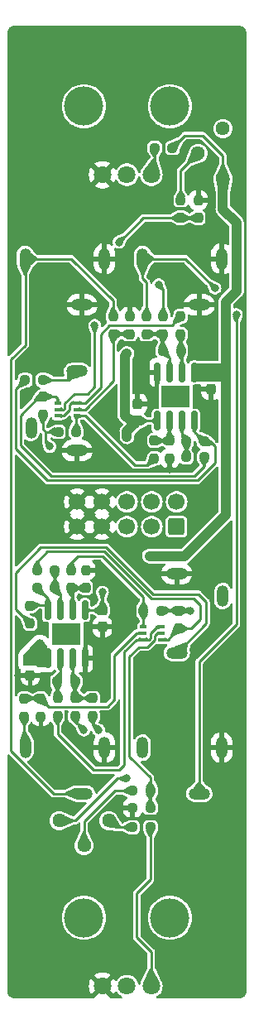
<source format=gbr>
%TF.GenerationSoftware,KiCad,Pcbnew,7.0.9*%
%TF.CreationDate,2024-11-09T18:40:38+13:00*%
%TF.ProjectId,VCA,5643412e-6b69-4636-9164-5f7063625858,rev?*%
%TF.SameCoordinates,Original*%
%TF.FileFunction,Copper,L2,Bot*%
%TF.FilePolarity,Positive*%
%FSLAX46Y46*%
G04 Gerber Fmt 4.6, Leading zero omitted, Abs format (unit mm)*
G04 Created by KiCad (PCBNEW 7.0.9) date 2024-11-09 18:40:38*
%MOMM*%
%LPD*%
G01*
G04 APERTURE LIST*
G04 Aperture macros list*
%AMRoundRect*
0 Rectangle with rounded corners*
0 $1 Rounding radius*
0 $2 $3 $4 $5 $6 $7 $8 $9 X,Y pos of 4 corners*
0 Add a 4 corners polygon primitive as box body*
4,1,4,$2,$3,$4,$5,$6,$7,$8,$9,$2,$3,0*
0 Add four circle primitives for the rounded corners*
1,1,$1+$1,$2,$3*
1,1,$1+$1,$4,$5*
1,1,$1+$1,$6,$7*
1,1,$1+$1,$8,$9*
0 Add four rect primitives between the rounded corners*
20,1,$1+$1,$2,$3,$4,$5,0*
20,1,$1+$1,$4,$5,$6,$7,0*
20,1,$1+$1,$6,$7,$8,$9,0*
20,1,$1+$1,$8,$9,$2,$3,0*%
G04 Aperture macros list end*
%TA.AperFunction,ComponentPad*%
%ADD10O,1.200000X2.200000*%
%TD*%
%TA.AperFunction,ComponentPad*%
%ADD11O,2.200000X1.200000*%
%TD*%
%TA.AperFunction,WasherPad*%
%ADD12C,4.000000*%
%TD*%
%TA.AperFunction,ComponentPad*%
%ADD13C,1.800000*%
%TD*%
%TA.AperFunction,SMDPad,CuDef*%
%ADD14RoundRect,0.237500X0.237500X-0.250000X0.237500X0.250000X-0.237500X0.250000X-0.237500X-0.250000X0*%
%TD*%
%TA.AperFunction,SMDPad,CuDef*%
%ADD15RoundRect,0.237500X-0.237500X0.300000X-0.237500X-0.300000X0.237500X-0.300000X0.237500X0.300000X0*%
%TD*%
%TA.AperFunction,SMDPad,CuDef*%
%ADD16RoundRect,0.150000X-0.150000X0.825000X-0.150000X-0.825000X0.150000X-0.825000X0.150000X0.825000X0*%
%TD*%
%TA.AperFunction,SMDPad,CuDef*%
%ADD17R,3.000000X2.290000*%
%TD*%
%TA.AperFunction,SMDPad,CuDef*%
%ADD18RoundRect,0.237500X-0.250000X-0.237500X0.250000X-0.237500X0.250000X0.237500X-0.250000X0.237500X0*%
%TD*%
%TA.AperFunction,ComponentPad*%
%ADD19RoundRect,0.250000X0.600000X-0.600000X0.600000X0.600000X-0.600000X0.600000X-0.600000X-0.600000X0*%
%TD*%
%TA.AperFunction,ComponentPad*%
%ADD20C,1.700000*%
%TD*%
%TA.AperFunction,SMDPad,CuDef*%
%ADD21RoundRect,0.237500X-0.237500X0.250000X-0.237500X-0.250000X0.237500X-0.250000X0.237500X0.250000X0*%
%TD*%
%TA.AperFunction,ComponentPad*%
%ADD22C,1.440000*%
%TD*%
%TA.AperFunction,SMDPad,CuDef*%
%ADD23RoundRect,0.237500X0.250000X0.237500X-0.250000X0.237500X-0.250000X-0.237500X0.250000X-0.237500X0*%
%TD*%
%TA.AperFunction,SMDPad,CuDef*%
%ADD24RoundRect,0.150000X0.150000X-0.825000X0.150000X0.825000X-0.150000X0.825000X-0.150000X-0.825000X0*%
%TD*%
%TA.AperFunction,SMDPad,CuDef*%
%ADD25R,0.650000X0.400000*%
%TD*%
%TA.AperFunction,SMDPad,CuDef*%
%ADD26RoundRect,0.237500X0.237500X-0.300000X0.237500X0.300000X-0.237500X0.300000X-0.237500X-0.300000X0*%
%TD*%
%TA.AperFunction,ViaPad*%
%ADD27C,0.800000*%
%TD*%
%TA.AperFunction,Conductor*%
%ADD28C,0.250000*%
%TD*%
%TA.AperFunction,Conductor*%
%ADD29C,1.000000*%
%TD*%
G04 APERTURE END LIST*
D10*
%TO.P,J5,S*%
%TO.N,GNDREF*%
X122200000Y-99100000D03*
%TO.P,J5,T*%
%TO.N,/CV_IN2*%
X114100000Y-99100000D03*
D11*
%TO.P,J5,TN*%
%TO.N,/CV_IN1*%
X119900000Y-103800000D03*
%TD*%
D10*
%TO.P,J1,S*%
%TO.N,GNDREF*%
X110200000Y-49100000D03*
%TO.P,J1,T*%
%TO.N,/SIGNAL_IN1*%
X102100000Y-49100000D03*
D11*
%TO.P,J1,TN*%
%TO.N,GNDREF*%
X107900000Y-53800000D03*
%TD*%
D10*
%TO.P,J4,S*%
%TO.N,GNDREF*%
X110200000Y-99100000D03*
%TO.P,J4,T*%
%TO.N,/SIGNAL_IN2*%
X102100000Y-99100000D03*
D11*
%TO.P,J4,TN*%
%TO.N,/SIGNAL_IN1*%
X107900000Y-103800000D03*
%TD*%
D12*
%TO.P,RV2,*%
%TO.N,*%
X108100000Y-33500000D03*
X116900000Y-33500000D03*
D13*
%TO.P,RV2,1,1*%
%TO.N,Net-(R1-Pad1)*%
X115000000Y-40500000D03*
%TO.P,RV2,2,2*%
%TO.N,Net-(R2-Pad1)*%
X112500000Y-40500000D03*
%TO.P,RV2,3,3*%
%TO.N,GNDREF*%
X110000000Y-40500000D03*
%TD*%
D11*
%TO.P,J6,S*%
%TO.N,GNDREF*%
X117600000Y-81300000D03*
%TO.P,J6,T*%
%TO.N,Net-(J6-PadT)*%
X117600000Y-89400000D03*
D10*
%TO.P,J6,TN*%
%TO.N,unconnected-(J6-PadTN)*%
X122300000Y-83600000D03*
%TD*%
%TO.P,J2,S*%
%TO.N,GNDREF*%
X122200000Y-49100000D03*
%TO.P,J2,T*%
%TO.N,/CV_IN1*%
X114100000Y-49100000D03*
D11*
%TO.P,J2,TN*%
%TO.N,GNDREF*%
X119900000Y-53800000D03*
%TD*%
D12*
%TO.P,RV4,*%
%TO.N,*%
X108100000Y-116500000D03*
X116900000Y-116500000D03*
D13*
%TO.P,RV4,1,1*%
%TO.N,Net-(R19-Pad1)*%
X115000000Y-123500000D03*
%TO.P,RV4,2,2*%
%TO.N,Net-(R21-Pad1)*%
X112500000Y-123500000D03*
%TO.P,RV4,3,3*%
%TO.N,GNDREF*%
X110000000Y-123500000D03*
%TD*%
D11*
%TO.P,J3,S*%
%TO.N,GNDREF*%
X107400000Y-68700000D03*
%TO.P,J3,T*%
%TO.N,Net-(J3-PadT)*%
X107400000Y-60600000D03*
D10*
%TO.P,J3,TN*%
%TO.N,unconnected-(J3-PadTN)*%
X102700000Y-66400000D03*
%TD*%
D14*
%TO.P,R20,1*%
%TO.N,/CV_IN2*%
X109000000Y-95862500D03*
%TO.P,R20,2*%
%TO.N,Net-(U2B--)*%
X109000000Y-94037500D03*
%TD*%
D15*
%TO.P,C2,1*%
%TO.N,+12V*%
X102600000Y-89987500D03*
%TO.P,C2,2*%
%TO.N,GNDREF*%
X102600000Y-91712500D03*
%TD*%
D14*
%TO.P,R14,1*%
%TO.N,GNDREF*%
X116900000Y-69512500D03*
%TO.P,R14,2*%
%TO.N,Net-(U1A-+)*%
X116900000Y-67687500D03*
%TD*%
D16*
%TO.P,U2,1*%
%TO.N,Net-(R31-Pad1)*%
X104395000Y-85025000D03*
%TO.P,U2,2,-*%
%TO.N,Net-(U2A--)*%
X105665000Y-85025000D03*
%TO.P,U2,3,+*%
%TO.N,Net-(U2A-+)*%
X106935000Y-85025000D03*
%TO.P,U2,4,V-*%
%TO.N,-12V*%
X108205000Y-85025000D03*
%TO.P,U2,5,+*%
%TO.N,GNDREF*%
X108205000Y-89975000D03*
%TO.P,U2,6,-*%
%TO.N,Net-(U2B--)*%
X106935000Y-89975000D03*
%TO.P,U2,7*%
%TO.N,Net-(R22-Pad2)*%
X105665000Y-89975000D03*
%TO.P,U2,8,V+*%
%TO.N,+12V*%
X104395000Y-89975000D03*
D17*
%TO.P,U2,9*%
%TO.N,N/C*%
X106300000Y-87500000D03*
%TD*%
D18*
%TO.P,R28,1*%
%TO.N,Net-(Q2A-C1)*%
X103287500Y-80950000D03*
%TO.P,R28,2*%
%TO.N,Net-(U2A--)*%
X105112500Y-80950000D03*
%TD*%
D14*
%TO.P,R17,1*%
%TO.N,/SIGNAL_IN2*%
X102000000Y-95912500D03*
%TO.P,R17,2*%
%TO.N,Net-(Q2A-B1)*%
X102000000Y-94087500D03*
%TD*%
D19*
%TO.P,J7,1,Pin_1*%
%TO.N,Net-(D1-A)*%
X117580000Y-76500000D03*
D20*
%TO.P,J7,2,Pin_2*%
%TO.N,Net-(D2-K)*%
X117580000Y-73960000D03*
%TO.P,J7,3,Pin_3*%
%TO.N,Net-(D1-A)*%
X115040000Y-76500000D03*
%TO.P,J7,4,Pin_4*%
%TO.N,Net-(D2-K)*%
X115040000Y-73960000D03*
%TO.P,J7,5,Pin_5*%
%TO.N,Net-(D1-A)*%
X112500000Y-76500000D03*
%TO.P,J7,6,Pin_6*%
%TO.N,Net-(D2-K)*%
X112500000Y-73960000D03*
%TO.P,J7,7,Pin_7*%
%TO.N,GNDREF*%
X109960000Y-76500000D03*
%TO.P,J7,8,Pin_8*%
X109960000Y-73960000D03*
%TO.P,J7,9,Pin_9*%
X107420000Y-76500000D03*
%TO.P,J7,10,Pin_10*%
X107420000Y-73960000D03*
%TD*%
D21*
%TO.P,R29,1*%
%TO.N,Net-(Q2B-C2)*%
X106800000Y-80937500D03*
%TO.P,R29,2*%
%TO.N,Net-(U2A-+)*%
X106800000Y-82762500D03*
%TD*%
%TO.P,R5,1*%
%TO.N,/SIGNAL_IN1*%
X111100000Y-54987500D03*
%TO.P,R5,2*%
%TO.N,Net-(Q1A-B1)*%
X111100000Y-56812500D03*
%TD*%
D18*
%TO.P,R1,1*%
%TO.N,Net-(R1-Pad1)*%
X115337500Y-37750000D03*
%TO.P,R1,2*%
%TO.N,+12V*%
X117162500Y-37750000D03*
%TD*%
D22*
%TO.P,RV1,1,1*%
%TO.N,-12V*%
X122325000Y-35775000D03*
%TO.P,RV1,2,2*%
%TO.N,Net-(R11-Pad2)*%
X119785000Y-38315000D03*
%TO.P,RV1,3,3*%
%TO.N,+12V*%
X122325000Y-40855000D03*
%TD*%
D18*
%TO.P,R26,1*%
%TO.N,GNDREF*%
X113087500Y-105250000D03*
%TO.P,R26,2*%
%TO.N,Net-(Q2B-B2)*%
X114912500Y-105250000D03*
%TD*%
D22*
%TO.P,RV3,1,1*%
%TO.N,-12V*%
X105575000Y-106575000D03*
%TO.P,RV3,2,2*%
%TO.N,Net-(R27-Pad2)*%
X108115000Y-109115000D03*
%TO.P,RV3,3,3*%
%TO.N,+12V*%
X110655000Y-106575000D03*
%TD*%
D14*
%TO.P,R21,1*%
%TO.N,Net-(R21-Pad1)*%
X107200000Y-95862500D03*
%TO.P,R21,2*%
%TO.N,Net-(U2B--)*%
X107200000Y-94037500D03*
%TD*%
D23*
%TO.P,R27,1*%
%TO.N,Net-(Q2B-B2)*%
X114912500Y-103500000D03*
%TO.P,R27,2*%
%TO.N,Net-(R27-Pad2)*%
X113087500Y-103500000D03*
%TD*%
D24*
%TO.P,U1,1*%
%TO.N,Net-(R15-Pad1)*%
X119405000Y-65675000D03*
%TO.P,U1,2,-*%
%TO.N,Net-(U1A--)*%
X118135000Y-65675000D03*
%TO.P,U1,3,+*%
%TO.N,Net-(U1A-+)*%
X116865000Y-65675000D03*
%TO.P,U1,4,V-*%
%TO.N,-12V*%
X115595000Y-65675000D03*
%TO.P,U1,5,+*%
%TO.N,GNDREF*%
X115595000Y-60725000D03*
%TO.P,U1,6,-*%
%TO.N,Net-(U1B--)*%
X116865000Y-60725000D03*
%TO.P,U1,7*%
%TO.N,Net-(R3-Pad2)*%
X118135000Y-60725000D03*
%TO.P,U1,8,V+*%
%TO.N,+12V*%
X119405000Y-60725000D03*
D17*
%TO.P,U1,9*%
%TO.N,N/C*%
X117500000Y-63200000D03*
%TD*%
D18*
%TO.P,R3,1*%
%TO.N,Net-(U1B--)*%
X116187500Y-58500000D03*
%TO.P,R3,2*%
%TO.N,Net-(R3-Pad2)*%
X118012500Y-58500000D03*
%TD*%
D21*
%TO.P,R6,1*%
%TO.N,GNDREF*%
X112800000Y-54987500D03*
%TO.P,R6,2*%
%TO.N,Net-(Q1A-B1)*%
X112800000Y-56812500D03*
%TD*%
D23*
%TO.P,R15,1*%
%TO.N,Net-(R15-Pad1)*%
X120412500Y-67800000D03*
%TO.P,R15,2*%
%TO.N,Net-(U1A--)*%
X118587500Y-67800000D03*
%TD*%
D18*
%TO.P,R25,1*%
%TO.N,Net-(Q2B-C2)*%
X114187500Y-85100000D03*
%TO.P,R25,2*%
%TO.N,+12V*%
X116012500Y-85100000D03*
%TD*%
D21*
%TO.P,R8,1*%
%TO.N,Net-(Q1A-C1)*%
X103900000Y-63187500D03*
%TO.P,R8,2*%
%TO.N,+12V*%
X103900000Y-65012500D03*
%TD*%
D23*
%TO.P,R9,1*%
%TO.N,Net-(Q1B-C2)*%
X107312500Y-66800000D03*
%TO.P,R9,2*%
%TO.N,+12V*%
X105487500Y-66800000D03*
%TD*%
%TO.P,R22,1*%
%TO.N,Net-(U2B--)*%
X107212500Y-92350000D03*
%TO.P,R22,2*%
%TO.N,Net-(R22-Pad2)*%
X105387500Y-92350000D03*
%TD*%
D25*
%TO.P,Q1,1,E1*%
%TO.N,Net-(Q1A-E1)*%
X107350000Y-63850000D03*
%TO.P,Q1,2,B1*%
%TO.N,Net-(Q1A-B1)*%
X107350000Y-64500000D03*
%TO.P,Q1,3,C2*%
%TO.N,Net-(Q1B-C2)*%
X107350000Y-65150000D03*
%TO.P,Q1,4,E2*%
%TO.N,Net-(Q1A-E1)*%
X105450000Y-65150000D03*
%TO.P,Q1,5,B2*%
%TO.N,Net-(Q1B-B2)*%
X105450000Y-64500000D03*
%TO.P,Q1,6,C1*%
%TO.N,Net-(Q1A-C1)*%
X105450000Y-63850000D03*
%TD*%
D15*
%TO.P,C3,1*%
%TO.N,GNDREF*%
X113600000Y-63937500D03*
%TO.P,C3,2*%
%TO.N,-12V*%
X113600000Y-65662500D03*
%TD*%
D23*
%TO.P,R16,1*%
%TO.N,Net-(J3-PadT)*%
X103912500Y-61500000D03*
%TO.P,R16,2*%
%TO.N,Net-(R15-Pad1)*%
X102087500Y-61500000D03*
%TD*%
D21*
%TO.P,R4,1*%
%TO.N,/CV_IN1*%
X114500000Y-54987500D03*
%TO.P,R4,2*%
%TO.N,Net-(U1B--)*%
X114500000Y-56812500D03*
%TD*%
D14*
%TO.P,R23,1*%
%TO.N,Net-(Q2A-C1)*%
X117800000Y-86912500D03*
%TO.P,R23,2*%
%TO.N,+12V*%
X117800000Y-85087500D03*
%TD*%
D21*
%TO.P,R24,1*%
%TO.N,Net-(R22-Pad2)*%
X105400000Y-94037500D03*
%TO.P,R24,2*%
%TO.N,Net-(Q2A-E1)*%
X105400000Y-95862500D03*
%TD*%
D14*
%TO.P,R32,1*%
%TO.N,Net-(J6-PadT)*%
X102600000Y-86412500D03*
%TO.P,R32,2*%
%TO.N,Net-(R31-Pad1)*%
X102600000Y-84587500D03*
%TD*%
D26*
%TO.P,C4,1*%
%TO.N,GNDREF*%
X110000000Y-86762500D03*
%TO.P,C4,2*%
%TO.N,-12V*%
X110000000Y-85037500D03*
%TD*%
D25*
%TO.P,Q2,1,E1*%
%TO.N,Net-(Q2A-E1)*%
X114150000Y-88050000D03*
%TO.P,Q2,2,B1*%
%TO.N,Net-(Q2A-B1)*%
X114150000Y-87400000D03*
%TO.P,Q2,3,C2*%
%TO.N,Net-(Q2B-C2)*%
X114150000Y-86750000D03*
%TO.P,Q2,4,E2*%
%TO.N,Net-(Q2A-E1)*%
X116050000Y-86750000D03*
%TO.P,Q2,5,B2*%
%TO.N,Net-(Q2B-B2)*%
X116050000Y-87400000D03*
%TO.P,Q2,6,C1*%
%TO.N,Net-(Q2A-C1)*%
X116050000Y-88050000D03*
%TD*%
D14*
%TO.P,R7,1*%
%TO.N,Net-(R3-Pad2)*%
X118000000Y-56812500D03*
%TO.P,R7,2*%
%TO.N,Net-(Q1A-E1)*%
X118000000Y-54987500D03*
%TD*%
%TO.P,R11,1*%
%TO.N,Net-(Q1B-B2)*%
X118000000Y-44912500D03*
%TO.P,R11,2*%
%TO.N,Net-(R11-Pad2)*%
X118000000Y-43087500D03*
%TD*%
D23*
%TO.P,R19,1*%
%TO.N,Net-(R19-Pad1)*%
X114912500Y-107250000D03*
%TO.P,R19,2*%
%TO.N,+12V*%
X113087500Y-107250000D03*
%TD*%
D15*
%TO.P,C1,1*%
%TO.N,+12V*%
X121100000Y-60737500D03*
%TO.P,C1,2*%
%TO.N,GNDREF*%
X121100000Y-62462500D03*
%TD*%
D21*
%TO.P,R2,1*%
%TO.N,Net-(R2-Pad1)*%
X116200000Y-54987500D03*
%TO.P,R2,2*%
%TO.N,Net-(U1B--)*%
X116200000Y-56812500D03*
%TD*%
D14*
%TO.P,R18,1*%
%TO.N,GNDREF*%
X103700000Y-95912500D03*
%TO.P,R18,2*%
%TO.N,Net-(Q2A-B1)*%
X103700000Y-94087500D03*
%TD*%
D21*
%TO.P,R30,1*%
%TO.N,GNDREF*%
X108300000Y-80937500D03*
%TO.P,R30,2*%
%TO.N,Net-(U2A-+)*%
X108300000Y-82762500D03*
%TD*%
D23*
%TO.P,R12,1*%
%TO.N,Net-(Q1A-C1)*%
X120412500Y-69400000D03*
%TO.P,R12,2*%
%TO.N,Net-(U1A--)*%
X118587500Y-69400000D03*
%TD*%
D14*
%TO.P,R13,1*%
%TO.N,Net-(Q1B-C2)*%
X115300000Y-69512500D03*
%TO.P,R13,2*%
%TO.N,Net-(U1A-+)*%
X115300000Y-67687500D03*
%TD*%
D18*
%TO.P,R31,1*%
%TO.N,Net-(R31-Pad1)*%
X103287500Y-82750000D03*
%TO.P,R31,2*%
%TO.N,Net-(U2A--)*%
X105112500Y-82750000D03*
%TD*%
D21*
%TO.P,R10,1*%
%TO.N,GNDREF*%
X119800000Y-43087500D03*
%TO.P,R10,2*%
%TO.N,Net-(Q1B-B2)*%
X119800000Y-44912500D03*
%TD*%
D27*
%TO.N,+12V*%
X119000000Y-85100000D03*
X114800000Y-79500000D03*
X104600000Y-68300000D03*
X103600000Y-88400000D03*
%TO.N,GNDREF*%
X109600000Y-88700000D03*
X113900000Y-38900000D03*
X116966592Y-50231721D03*
X111000000Y-64800000D03*
X100800000Y-25800000D03*
X109400000Y-69700000D03*
X101400000Y-91700000D03*
X121000000Y-56400000D03*
X124100000Y-103800000D03*
X121100000Y-63800000D03*
X116900000Y-70600000D03*
X124300000Y-33400000D03*
X100800000Y-32400000D03*
X124100000Y-25900000D03*
X120100000Y-74700000D03*
X110000000Y-81100000D03*
X124100000Y-92200000D03*
X107300000Y-58000000D03*
X100800000Y-40400000D03*
X100800000Y-47100000D03*
X124300000Y-42500000D03*
X102800000Y-68300000D03*
X115600000Y-89600000D03*
X124100000Y-124200000D03*
X114500000Y-60700000D03*
X124100000Y-112800000D03*
X105418101Y-101394415D03*
X100800000Y-124100000D03*
X107700000Y-120900000D03*
X102400000Y-60100000D03*
X119900000Y-124200000D03*
X100800000Y-113400000D03*
X112800000Y-53700000D03*
X106500000Y-97000000D03*
X100800000Y-103500000D03*
X114000000Y-95500000D03*
X116250000Y-102000000D03*
X110750000Y-96250000D03*
X100700000Y-56200000D03*
%TO.N,-12V*%
X112500000Y-58800000D03*
X110000000Y-83200000D03*
X112500000Y-67300000D03*
X112500000Y-102250000D03*
%TO.N,/CV_IN1*%
X121500000Y-52100000D03*
X123700000Y-54800000D03*
%TO.N,/CV_IN2*%
X109600000Y-97300000D03*
%TO.N,Net-(R2-Pad1)*%
X115750000Y-51750000D03*
%TO.N,Net-(R21-Pad1)*%
X108100000Y-97300000D03*
%TO.N,Net-(Q1B-B2)*%
X111700000Y-47400000D03*
X109200000Y-55900000D03*
%TD*%
D28*
%TO.N,+12V*%
X116025000Y-85087500D02*
X116012500Y-85100000D01*
D29*
X122600000Y-75300000D02*
X122600000Y-53500000D01*
X121087500Y-60725000D02*
X121100000Y-60737500D01*
D28*
X104200000Y-66800000D02*
X105487500Y-66800000D01*
X104200000Y-66800000D02*
X104200000Y-67900000D01*
X117812500Y-85100000D02*
X119000000Y-85100000D01*
D29*
X123700000Y-52400000D02*
X123700000Y-45400000D01*
D28*
X104200000Y-67900000D02*
X104600000Y-68300000D01*
X117800000Y-85087500D02*
X116025000Y-85087500D01*
X119000000Y-85100000D02*
X119000000Y-85087500D01*
X118412500Y-36500000D02*
X120250000Y-36500000D01*
X111750000Y-107250000D02*
X113087500Y-107250000D01*
X110655000Y-106575000D02*
X111075000Y-106575000D01*
X103900000Y-66500000D02*
X104200000Y-66800000D01*
X111075000Y-106575000D02*
X111750000Y-107250000D01*
D29*
X122600000Y-53500000D02*
X123700000Y-52400000D01*
X122325000Y-44025000D02*
X122325000Y-40855000D01*
X118400000Y-79500000D02*
X122600000Y-75300000D01*
D28*
X117162500Y-37750000D02*
X118412500Y-36500000D01*
X122325000Y-38575000D02*
X122325000Y-40855000D01*
X117800000Y-85087500D02*
X117812500Y-85100000D01*
X102612500Y-89975000D02*
X102600000Y-89987500D01*
X120250000Y-36500000D02*
X122325000Y-38575000D01*
X103900000Y-66500000D02*
X103900000Y-65012500D01*
D29*
X114800000Y-79500000D02*
X118400000Y-79500000D01*
X123700000Y-45400000D02*
X122325000Y-44025000D01*
D28*
%TO.N,GNDREF*%
X101412500Y-91712500D02*
X101400000Y-91700000D01*
X121100000Y-62462500D02*
X121100000Y-63800000D01*
X112800000Y-54987500D02*
X112800000Y-53700000D01*
X102600000Y-91712500D02*
X101412500Y-91712500D01*
X109987500Y-40487500D02*
X110000000Y-40500000D01*
X109025000Y-89975000D02*
X109600000Y-89400000D01*
X109837500Y-80937500D02*
X110000000Y-81100000D01*
X110000000Y-86762500D02*
X110000000Y-88300000D01*
X113600000Y-61600000D02*
X114500000Y-60700000D01*
X116900000Y-70600000D02*
X116900000Y-70500000D01*
X113600000Y-63937500D02*
X113600000Y-61600000D01*
X108205000Y-89975000D02*
X109025000Y-89975000D01*
X115595000Y-60725000D02*
X114525000Y-60725000D01*
X109600000Y-89400000D02*
X109600000Y-88700000D01*
X114525000Y-60725000D02*
X114500000Y-60700000D01*
X116900000Y-69512500D02*
X116900000Y-70600000D01*
X110000000Y-88300000D02*
X109600000Y-88700000D01*
D29*
%TO.N,-12V*%
X112500000Y-66762500D02*
X113600000Y-65662500D01*
X113600000Y-65662500D02*
X112862500Y-65662500D01*
D28*
X105575000Y-106575000D02*
X107175000Y-106575000D01*
X108217500Y-85037500D02*
X108205000Y-85025000D01*
X107175000Y-106575000D02*
X110000000Y-103750000D01*
D29*
X112500000Y-67300000D02*
X112500000Y-66762500D01*
X112300000Y-59000000D02*
X112500000Y-58800000D01*
D28*
X110000000Y-85037500D02*
X108217500Y-85037500D01*
X113612500Y-65675000D02*
X113600000Y-65662500D01*
X110000000Y-85037500D02*
X110000000Y-83200000D01*
D29*
X112300000Y-65100000D02*
X112300000Y-59000000D01*
X112862500Y-65662500D02*
X112300000Y-65100000D01*
D28*
X115595000Y-65675000D02*
X113612500Y-65675000D01*
X111500000Y-102250000D02*
X112500000Y-102250000D01*
X110000000Y-103750000D02*
X111500000Y-102250000D01*
X113600000Y-65662500D02*
X113600000Y-66200000D01*
%TO.N,/SIGNAL_IN1*%
X106800000Y-49100000D02*
X111100000Y-53400000D01*
X102100000Y-49100000D02*
X106800000Y-49100000D01*
X100650000Y-59350000D02*
X102100000Y-57900000D01*
X100650000Y-99458148D02*
X100650000Y-59350000D01*
X111100000Y-53400000D02*
X111100000Y-54987500D01*
X104991852Y-103800000D02*
X100650000Y-99458148D01*
X107900000Y-103800000D02*
X104991852Y-103800000D01*
X102100000Y-57900000D02*
X102100000Y-49100000D01*
%TO.N,/CV_IN1*%
X118500000Y-49100000D02*
X114100000Y-49100000D01*
X119900000Y-103800000D02*
X119900000Y-90300000D01*
X119900000Y-90300000D02*
X123700000Y-86500000D01*
X121500000Y-52100000D02*
X118500000Y-49100000D01*
X123700000Y-86500000D02*
X123700000Y-54800000D01*
X114500000Y-54987500D02*
X114500000Y-51500000D01*
X114500000Y-51500000D02*
X114100000Y-51100000D01*
X114100000Y-51100000D02*
X114100000Y-49100000D01*
%TO.N,Net-(J3-PadT)*%
X106500000Y-61500000D02*
X103912500Y-61500000D01*
X107400000Y-60600000D02*
X106500000Y-61500000D01*
%TO.N,/SIGNAL_IN2*%
X102000000Y-99000000D02*
X102100000Y-99100000D01*
X101887500Y-98887500D02*
X102100000Y-99100000D01*
X102000000Y-95912500D02*
X102000000Y-99000000D01*
%TO.N,/CV_IN2*%
X109000000Y-95862500D02*
X109000000Y-96700000D01*
X109000000Y-96700000D02*
X109600000Y-97300000D01*
%TO.N,Net-(J6-PadT)*%
X110372792Y-78600000D02*
X115172792Y-83400000D01*
X103700000Y-78600000D02*
X110372792Y-78600000D01*
X102600000Y-86412500D02*
X101100000Y-84912500D01*
X120600000Y-84200000D02*
X120600000Y-86400000D01*
X101100000Y-81200000D02*
X103700000Y-78600000D01*
X115172792Y-83400000D02*
X119800000Y-83400000D01*
X101100000Y-84912500D02*
X101100000Y-81200000D01*
X120600000Y-86400000D02*
X117600000Y-89400000D01*
X119800000Y-83400000D02*
X120600000Y-84200000D01*
%TO.N,Net-(R1-Pad1)*%
X115337500Y-37750000D02*
X115337500Y-40162500D01*
X115337500Y-40162500D02*
X115000000Y-40500000D01*
%TO.N,Net-(R2-Pad1)*%
X115750000Y-51750000D02*
X116200000Y-52200000D01*
X112512500Y-40512500D02*
X112500000Y-40500000D01*
X116200000Y-52200000D02*
X116200000Y-54987500D01*
%TO.N,Net-(U1A--)*%
X118135000Y-65675000D02*
X118135000Y-67347500D01*
X118587500Y-67800000D02*
X118587500Y-69400000D01*
X118135000Y-67347500D02*
X118587500Y-67800000D01*
%TO.N,Net-(R3-Pad2)*%
X118135000Y-60725000D02*
X118135000Y-58622500D01*
X118012500Y-58500000D02*
X118012500Y-56825000D01*
X118012500Y-56825000D02*
X118000000Y-56812500D01*
X118135000Y-58622500D02*
X118012500Y-58500000D01*
%TO.N,Net-(R11-Pad2)*%
X118000000Y-40100000D02*
X119785000Y-38315000D01*
X118000000Y-43087500D02*
X118000000Y-40100000D01*
%TO.N,Net-(U1B--)*%
X116865000Y-60725000D02*
X116865000Y-59177500D01*
X116187500Y-58500000D02*
X116187500Y-56825000D01*
X116865000Y-59177500D02*
X116187500Y-58500000D01*
X116200000Y-56812500D02*
X114500000Y-56812500D01*
X116187500Y-56825000D02*
X116200000Y-56812500D01*
%TO.N,Net-(R15-Pad1)*%
X121500000Y-68300000D02*
X121000000Y-67800000D01*
X102087500Y-61500000D02*
X101150000Y-62437500D01*
X119725000Y-71775000D02*
X121500000Y-70000000D01*
X104375000Y-71775000D02*
X119725000Y-71775000D01*
X119405000Y-65675000D02*
X119405000Y-66792500D01*
X120412500Y-67800000D02*
X119405000Y-66792500D01*
X121500000Y-70000000D02*
X121500000Y-68300000D01*
X101150000Y-68550000D02*
X104375000Y-71775000D01*
X121000000Y-67800000D02*
X120412500Y-67800000D01*
X101150000Y-62437500D02*
X101150000Y-68550000D01*
%TO.N,Net-(R19-Pad1)*%
X113500000Y-114000000D02*
X113500000Y-118500000D01*
X113500000Y-118500000D02*
X115000000Y-120000000D01*
X114912500Y-107250000D02*
X114912500Y-112587500D01*
X115000000Y-120000000D02*
X115000000Y-123500000D01*
X114912500Y-112587500D02*
X113500000Y-114000000D01*
%TO.N,Net-(R21-Pad1)*%
X107200000Y-96400000D02*
X108100000Y-97300000D01*
X112500000Y-123500000D02*
X112100000Y-123100000D01*
X107200000Y-95862500D02*
X107200000Y-96400000D01*
X108000000Y-97300000D02*
X108100000Y-97300000D01*
%TO.N,Net-(R22-Pad2)*%
X105387500Y-92350000D02*
X105387500Y-94025000D01*
X105665000Y-92072500D02*
X105387500Y-92350000D01*
X105665000Y-89975000D02*
X105665000Y-92072500D01*
X105387500Y-94025000D02*
X105400000Y-94037500D01*
%TO.N,Net-(R27-Pad2)*%
X108115000Y-106635000D02*
X111250000Y-103500000D01*
X108115000Y-109115000D02*
X108115000Y-106635000D01*
X111250000Y-103500000D02*
X113087500Y-103500000D01*
%TO.N,Net-(R31-Pad1)*%
X102600000Y-84587500D02*
X102687500Y-84500000D01*
X104395000Y-84500000D02*
X104395000Y-85025000D01*
X102687500Y-84500000D02*
X104395000Y-84500000D01*
X104395000Y-85025000D02*
X104395000Y-83857500D01*
X104395000Y-83857500D02*
X103287500Y-82750000D01*
%TO.N,Net-(U1A-+)*%
X116865000Y-67652500D02*
X116900000Y-67687500D01*
X116865000Y-65675000D02*
X116865000Y-67652500D01*
X116900000Y-67687500D02*
X115300000Y-67687500D01*
%TO.N,Net-(U2B--)*%
X106935000Y-89975000D02*
X106935000Y-92072500D01*
X107212500Y-92350000D02*
X107212500Y-94025000D01*
X106935000Y-92072500D02*
X107212500Y-92350000D01*
X107212500Y-94025000D02*
X107200000Y-94037500D01*
X107200000Y-94037500D02*
X109000000Y-94037500D01*
%TO.N,Net-(U2A--)*%
X105665000Y-83302500D02*
X105112500Y-82750000D01*
X105112500Y-82750000D02*
X105112500Y-80950000D01*
X105665000Y-85025000D02*
X105665000Y-83302500D01*
%TO.N,Net-(U2A-+)*%
X106935000Y-82897500D02*
X106800000Y-82762500D01*
X106935000Y-85025000D02*
X106935000Y-82897500D01*
X106800000Y-82762500D02*
X108300000Y-82762500D01*
%TO.N,Net-(Q1A-E1)*%
X105450000Y-65150000D02*
X106025000Y-65150000D01*
X106775000Y-63850000D02*
X107350000Y-63850000D01*
X106025000Y-65150000D02*
X106600000Y-64575000D01*
X110722924Y-55900000D02*
X117087500Y-55900000D01*
X109800000Y-62263604D02*
X109800000Y-56822924D01*
X107350000Y-63850000D02*
X108213604Y-63850000D01*
X109800000Y-56822924D02*
X110722924Y-55900000D01*
X106600000Y-64025000D02*
X106775000Y-63850000D01*
X106600000Y-64575000D02*
X106600000Y-64025000D01*
X108213604Y-63850000D02*
X109800000Y-62263604D01*
X117087500Y-55900000D02*
X118000000Y-54987500D01*
%TO.N,Net-(Q1A-B1)*%
X107350000Y-64500000D02*
X108200000Y-64500000D01*
X111100000Y-61600000D02*
X111100000Y-56812500D01*
X108200000Y-64500000D02*
X111100000Y-61600000D01*
X111100000Y-56812500D02*
X112800000Y-56812500D01*
%TO.N,Net-(Q1B-C2)*%
X114612500Y-70200000D02*
X113300000Y-70200000D01*
X113300000Y-70200000D02*
X108250000Y-65150000D01*
X108250000Y-65150000D02*
X107350000Y-65150000D01*
X115300000Y-69512500D02*
X114612500Y-70200000D01*
X107312500Y-65187500D02*
X107350000Y-65150000D01*
X107387500Y-65187500D02*
X107350000Y-65150000D01*
X107312500Y-66800000D02*
X107312500Y-65187500D01*
%TO.N,Net-(Q1B-B2)*%
X109200000Y-62200000D02*
X109200000Y-55900000D01*
X106025000Y-64500000D02*
X106150000Y-64375000D01*
X106150000Y-63838604D02*
X107088604Y-62900000D01*
X108500000Y-62900000D02*
X109200000Y-62200000D01*
X119800000Y-44912500D02*
X118000000Y-44912500D01*
X105450000Y-64500000D02*
X106025000Y-64500000D01*
X106150000Y-64375000D02*
X106150000Y-63838604D01*
X118000000Y-44912500D02*
X114187500Y-44912500D01*
X107088604Y-62900000D02*
X108500000Y-62900000D01*
X114187500Y-44912500D02*
X111700000Y-47400000D01*
%TO.N,Net-(Q1A-C1)*%
X103900000Y-63187500D02*
X103512500Y-63187500D01*
X105450000Y-63450000D02*
X105187500Y-63187500D01*
X101600000Y-68200000D02*
X104725000Y-71325000D01*
X105187500Y-63187500D02*
X103900000Y-63187500D01*
X104725000Y-71325000D02*
X119375000Y-71325000D01*
X103512500Y-63187500D02*
X101600000Y-65100000D01*
X105412500Y-63812500D02*
X105450000Y-63850000D01*
X101600000Y-65100000D02*
X101600000Y-68200000D01*
X119375000Y-71325000D02*
X120412500Y-70287500D01*
X120412500Y-70287500D02*
X120412500Y-69400000D01*
X105450000Y-63850000D02*
X105450000Y-63450000D01*
%TO.N,Net-(Q2A-E1)*%
X114900000Y-87412500D02*
X114900000Y-87875000D01*
X114725000Y-88050000D02*
X114150000Y-88050000D01*
X111700000Y-101400000D02*
X112200000Y-100900000D01*
X105400000Y-95862500D02*
X105400000Y-97700000D01*
X112200000Y-89300000D02*
X113450000Y-88050000D01*
X112200000Y-100900000D02*
X112200000Y-89300000D01*
X114900000Y-87875000D02*
X114725000Y-88050000D01*
X105400000Y-97700000D02*
X109100000Y-101400000D01*
X109100000Y-101400000D02*
X111700000Y-101400000D01*
X115562500Y-86750000D02*
X114900000Y-87412500D01*
X113450000Y-88050000D02*
X114150000Y-88050000D01*
X116050000Y-86750000D02*
X115562500Y-86750000D01*
%TO.N,Net-(Q2A-B1)*%
X113463604Y-87400000D02*
X114150000Y-87400000D01*
X103700000Y-94087500D02*
X104512500Y-94900000D01*
X104512500Y-94900000D02*
X110500000Y-94900000D01*
X103700000Y-94087500D02*
X102000000Y-94087500D01*
X111200000Y-94200000D02*
X111200000Y-89663604D01*
X111200000Y-89663604D02*
X113463604Y-87400000D01*
X110500000Y-94900000D02*
X111200000Y-94200000D01*
%TO.N,Net-(Q2B-C2)*%
X110000000Y-79500000D02*
X114187500Y-83687500D01*
X106800000Y-80937500D02*
X106800000Y-80200000D01*
X106800000Y-80200000D02*
X107500000Y-79500000D01*
X114187500Y-86712500D02*
X114150000Y-86750000D01*
X107500000Y-79500000D02*
X110000000Y-79500000D01*
X114187500Y-85100000D02*
X114187500Y-86712500D01*
X114187500Y-83687500D02*
X114187500Y-85100000D01*
%TO.N,Net-(Q2B-B2)*%
X115350000Y-88061396D02*
X115350000Y-87650000D01*
X114912500Y-103500000D02*
X114912500Y-102162500D01*
X115350000Y-87650000D02*
X115600000Y-87400000D01*
X114912500Y-105250000D02*
X114912500Y-103500000D01*
X115600000Y-87400000D02*
X116050000Y-87400000D01*
X114912500Y-102162500D02*
X112750000Y-100000000D01*
X112750000Y-89750000D02*
X113700000Y-88800000D01*
X114611396Y-88800000D02*
X115350000Y-88061396D01*
X112750000Y-100000000D02*
X112750000Y-89750000D01*
X113700000Y-88800000D02*
X114611396Y-88800000D01*
%TO.N,Net-(Q2A-C1)*%
X103287500Y-80950000D02*
X103287500Y-80112500D01*
X120000000Y-84500000D02*
X120000000Y-86000000D01*
X119350000Y-83850000D02*
X120000000Y-84500000D01*
X116662500Y-88050000D02*
X117800000Y-86912500D01*
X114986396Y-83850000D02*
X119350000Y-83850000D01*
X116050000Y-88050000D02*
X116662500Y-88050000D01*
X119087500Y-86912500D02*
X117800000Y-86912500D01*
X104350000Y-79050000D02*
X110186396Y-79050000D01*
X103287500Y-80112500D02*
X104350000Y-79050000D01*
X110186396Y-79050000D02*
X114986396Y-83850000D01*
X120000000Y-86000000D02*
X119087500Y-86912500D01*
%TD*%
%TA.AperFunction,Conductor*%
%TO.N,Net-(Q2A-E1)*%
G36*
X114480347Y-87852005D02*
G01*
X114667408Y-87922153D01*
X114673951Y-87928267D01*
X114675000Y-87933108D01*
X114675000Y-88166892D01*
X114671573Y-88175165D01*
X114667408Y-88177847D01*
X114480353Y-88247992D01*
X114471403Y-88247688D01*
X114470127Y-88247010D01*
X114339534Y-88166892D01*
X114165254Y-88059971D01*
X114159995Y-88052726D01*
X114161400Y-88043882D01*
X114165253Y-88040028D01*
X114470128Y-87852988D01*
X114478971Y-87851584D01*
X114480347Y-87852005D01*
G37*
%TD.AperFunction*%
%TD*%
%TA.AperFunction,Conductor*%
%TO.N,/CV_IN1*%
G36*
X114688378Y-48506336D02*
G01*
X115295416Y-48971487D01*
X115299899Y-48979239D01*
X115300000Y-48980774D01*
X115300000Y-49219225D01*
X115296573Y-49227498D01*
X115295416Y-49228512D01*
X114688379Y-49693662D01*
X114679728Y-49695974D01*
X114672860Y-49692515D01*
X114106882Y-49108138D01*
X114103588Y-49099813D01*
X114106882Y-49091861D01*
X114672861Y-48507482D01*
X114681076Y-48503925D01*
X114688378Y-48506336D01*
G37*
%TD.AperFunction*%
%TD*%
%TA.AperFunction,Conductor*%
%TO.N,Net-(Q1B-B2)*%
G36*
X118337589Y-44448177D02*
G01*
X118943971Y-44784159D01*
X118949546Y-44791165D01*
X118950000Y-44794392D01*
X118950000Y-45030607D01*
X118946573Y-45038880D01*
X118943970Y-45040841D01*
X118337590Y-45376821D01*
X118328693Y-45377833D01*
X118322343Y-45373307D01*
X118003715Y-44919220D01*
X118001768Y-44910480D01*
X118003715Y-44905780D01*
X118322343Y-44451692D01*
X118329900Y-44446888D01*
X118337589Y-44448177D01*
G37*
%TD.AperFunction*%
%TD*%
%TA.AperFunction,Conductor*%
%TO.N,Net-(U2B--)*%
G36*
X107338632Y-93078427D02*
G01*
X107340765Y-93081353D01*
X107652402Y-93687820D01*
X107653136Y-93696744D01*
X107649005Y-93702535D01*
X107207009Y-94033255D01*
X107198332Y-94035468D01*
X107192991Y-94033255D01*
X106751249Y-93702726D01*
X106746677Y-93695026D01*
X106748024Y-93687688D01*
X107084159Y-93081030D01*
X107091166Y-93075454D01*
X107094393Y-93075000D01*
X107330359Y-93075000D01*
X107338632Y-93078427D01*
G37*
%TD.AperFunction*%
%TD*%
%TA.AperFunction,Conductor*%
%TO.N,Net-(R3-Pad2)*%
G36*
X118138880Y-57553427D02*
G01*
X118140841Y-57556030D01*
X118476821Y-58162409D01*
X118477833Y-58171306D01*
X118473307Y-58177656D01*
X118019220Y-58496284D01*
X118010480Y-58498231D01*
X118005780Y-58496284D01*
X117551692Y-58177656D01*
X117546888Y-58170099D01*
X117548177Y-58162410D01*
X117884159Y-57556030D01*
X117891166Y-57550454D01*
X117894393Y-57550000D01*
X118130607Y-57550000D01*
X118138880Y-57553427D01*
G37*
%TD.AperFunction*%
%TD*%
%TA.AperFunction,Conductor*%
%TO.N,Net-(Q1A-B1)*%
G36*
X111107007Y-56816743D02*
G01*
X111548877Y-57147368D01*
X111553449Y-57155068D01*
X111552189Y-57162247D01*
X111228305Y-57768811D01*
X111221385Y-57774495D01*
X111217984Y-57775000D01*
X110982016Y-57775000D01*
X110973743Y-57771573D01*
X110971695Y-57768811D01*
X110647810Y-57162247D01*
X110646936Y-57153335D01*
X110651120Y-57147369D01*
X111092991Y-56816743D01*
X111101668Y-56814531D01*
X111107007Y-56816743D01*
G37*
%TD.AperFunction*%
%TD*%
%TA.AperFunction,Conductor*%
%TO.N,Net-(U2A--)*%
G36*
X105596896Y-82628074D02*
G01*
X105602274Y-82635234D01*
X105602416Y-82635858D01*
X105787211Y-83562616D01*
X105785468Y-83571400D01*
X105778025Y-83576378D01*
X105775737Y-83576604D01*
X105542846Y-83576604D01*
X105537471Y-83575296D01*
X104869169Y-83229677D01*
X104863395Y-83222833D01*
X104864152Y-83213910D01*
X104864179Y-83213856D01*
X105110076Y-82753536D01*
X105116996Y-82747856D01*
X105117456Y-82747726D01*
X105588031Y-82626814D01*
X105596896Y-82628074D01*
G37*
%TD.AperFunction*%
%TD*%
%TA.AperFunction,Conductor*%
%TO.N,Net-(U1B--)*%
G36*
X116672833Y-58339450D02*
G01*
X116678718Y-58346200D01*
X116678721Y-58346209D01*
X116984831Y-59259409D01*
X116984212Y-59268343D01*
X116977457Y-59274221D01*
X116973738Y-59274828D01*
X116742205Y-59274828D01*
X116737947Y-59274026D01*
X115984026Y-58979483D01*
X115977567Y-58973280D01*
X115977386Y-58964327D01*
X115977604Y-58963809D01*
X116185401Y-58503647D01*
X116191928Y-58497519D01*
X116192309Y-58497383D01*
X116663901Y-58338838D01*
X116672833Y-58339450D01*
G37*
%TD.AperFunction*%
%TD*%
%TA.AperFunction,Conductor*%
%TO.N,/SIGNAL_IN1*%
G36*
X107175886Y-103249842D02*
G01*
X107888714Y-103790679D01*
X107893233Y-103798410D01*
X107890963Y-103807072D01*
X107888714Y-103809321D01*
X107175886Y-104350157D01*
X107167224Y-104352427D01*
X107164080Y-104351536D01*
X106206966Y-103928081D01*
X106200787Y-103921599D01*
X106200000Y-103917381D01*
X106200000Y-103682618D01*
X106203427Y-103674345D01*
X106206966Y-103671918D01*
X107164081Y-103248462D01*
X107173032Y-103248250D01*
X107175886Y-103249842D01*
G37*
%TD.AperFunction*%
%TD*%
%TA.AperFunction,Conductor*%
%TO.N,Net-(Q1B-B2)*%
G36*
X119477656Y-44451692D02*
G01*
X119796284Y-44905780D01*
X119798231Y-44914520D01*
X119796284Y-44919220D01*
X119477656Y-45373307D01*
X119470099Y-45378111D01*
X119462409Y-45376821D01*
X118856030Y-45040841D01*
X118850454Y-45033834D01*
X118850000Y-45030607D01*
X118850000Y-44794392D01*
X118853427Y-44786119D01*
X118856025Y-44784161D01*
X119462410Y-44448177D01*
X119471306Y-44447166D01*
X119477656Y-44451692D01*
G37*
%TD.AperFunction*%
%TD*%
%TA.AperFunction,Conductor*%
%TO.N,Net-(Q1B-B2)*%
G36*
X105780347Y-64302005D02*
G01*
X105967408Y-64372153D01*
X105973951Y-64378267D01*
X105975000Y-64383108D01*
X105975000Y-64616892D01*
X105971573Y-64625165D01*
X105967408Y-64627847D01*
X105780353Y-64697992D01*
X105771403Y-64697688D01*
X105770127Y-64697010D01*
X105639534Y-64616892D01*
X105465254Y-64509971D01*
X105459995Y-64502726D01*
X105461400Y-64493882D01*
X105465253Y-64490028D01*
X105770128Y-64302988D01*
X105778971Y-64301584D01*
X105780347Y-64302005D01*
G37*
%TD.AperFunction*%
%TD*%
%TA.AperFunction,Conductor*%
%TO.N,Net-(Q2B-C2)*%
G36*
X106878986Y-79960851D02*
G01*
X106879735Y-79961538D01*
X107045963Y-80127766D01*
X107048367Y-80131254D01*
X107253087Y-80588058D01*
X107253343Y-80597009D01*
X107249409Y-80602219D01*
X106807545Y-80932046D01*
X106798865Y-80934249D01*
X106792134Y-80930802D01*
X106401890Y-80527142D01*
X106398604Y-80518812D01*
X106401340Y-80511488D01*
X106862503Y-79962286D01*
X106870446Y-79958155D01*
X106878986Y-79960851D01*
G37*
%TD.AperFunction*%
%TD*%
%TA.AperFunction,Conductor*%
%TO.N,Net-(Q2A-B1)*%
G36*
X113828595Y-87202311D02*
G01*
X113829872Y-87202989D01*
X114134744Y-87390027D01*
X114140004Y-87397274D01*
X114138599Y-87406118D01*
X114134744Y-87409973D01*
X113829872Y-87597010D01*
X113821028Y-87598415D01*
X113819646Y-87597992D01*
X113632592Y-87527847D01*
X113626049Y-87521734D01*
X113625000Y-87516892D01*
X113625000Y-87283108D01*
X113628427Y-87274835D01*
X113632592Y-87272153D01*
X113819647Y-87202007D01*
X113828595Y-87202311D01*
G37*
%TD.AperFunction*%
%TD*%
%TA.AperFunction,Conductor*%
%TO.N,Net-(Q2A-B1)*%
G36*
X103377656Y-93626692D02*
G01*
X103696284Y-94080780D01*
X103698231Y-94089520D01*
X103696284Y-94094220D01*
X103377656Y-94548307D01*
X103370099Y-94553111D01*
X103362409Y-94551821D01*
X102756030Y-94215841D01*
X102750454Y-94208834D01*
X102750000Y-94205607D01*
X102750000Y-93969392D01*
X102753427Y-93961119D01*
X102756025Y-93959161D01*
X103362410Y-93623177D01*
X103371306Y-93622166D01*
X103377656Y-93626692D01*
G37*
%TD.AperFunction*%
%TD*%
%TA.AperFunction,Conductor*%
%TO.N,Net-(R15-Pad1)*%
G36*
X102083446Y-61497503D02*
G01*
X102089983Y-61503621D01*
X102090145Y-61503996D01*
X102279826Y-61964262D01*
X102279810Y-61973217D01*
X102273548Y-61979504D01*
X101436817Y-62331657D01*
X101427862Y-62331708D01*
X101424005Y-62329146D01*
X101258309Y-62163450D01*
X101254882Y-62155177D01*
X101255765Y-62150718D01*
X101332636Y-61964262D01*
X101595678Y-61326230D01*
X101602000Y-61319888D01*
X101610610Y-61319738D01*
X102083446Y-61497503D01*
G37*
%TD.AperFunction*%
%TD*%
%TA.AperFunction,Conductor*%
%TO.N,Net-(Q1A-C1)*%
G36*
X103442932Y-62900932D02*
G01*
X103896349Y-63184072D01*
X103901551Y-63191360D01*
X103901652Y-63191843D01*
X103989540Y-63661560D01*
X103987694Y-63670322D01*
X103980192Y-63675212D01*
X103978388Y-63675407D01*
X103182561Y-63699113D01*
X103174190Y-63695934D01*
X103173940Y-63695691D01*
X103007627Y-63529378D01*
X103004200Y-63521105D01*
X103006266Y-63514466D01*
X103427104Y-62904214D01*
X103434622Y-62899350D01*
X103442932Y-62900932D01*
G37*
%TD.AperFunction*%
%TD*%
%TA.AperFunction,Conductor*%
%TO.N,Net-(Q1A-C1)*%
G36*
X120419988Y-69404370D02*
G01*
X120863669Y-69736528D01*
X120868238Y-69744229D01*
X120866629Y-69752013D01*
X120464451Y-70407440D01*
X120457204Y-70412699D01*
X120448360Y-70411293D01*
X120446206Y-70409594D01*
X120280773Y-70244161D01*
X120279255Y-70242293D01*
X119953442Y-69744229D01*
X119949284Y-69737873D01*
X119947624Y-69729076D01*
X119952364Y-69721886D01*
X120406267Y-69404150D01*
X120415009Y-69402214D01*
X120419988Y-69404370D01*
G37*
%TD.AperFunction*%
%TD*%
%TA.AperFunction,Conductor*%
%TO.N,+12V*%
G36*
X103907007Y-65016743D02*
G01*
X104348877Y-65347368D01*
X104353449Y-65355068D01*
X104352189Y-65362247D01*
X104028305Y-65968811D01*
X104021385Y-65974495D01*
X104017984Y-65975000D01*
X103782016Y-65975000D01*
X103773743Y-65971573D01*
X103771695Y-65968811D01*
X103447810Y-65362247D01*
X103446936Y-65353335D01*
X103451120Y-65347369D01*
X103892991Y-65016743D01*
X103901668Y-65014531D01*
X103907007Y-65016743D01*
G37*
%TD.AperFunction*%
%TD*%
%TA.AperFunction,Conductor*%
%TO.N,Net-(U2B--)*%
G36*
X106945433Y-90006384D02*
G01*
X106946122Y-90008046D01*
X107222234Y-90853277D01*
X107221912Y-90861410D01*
X107063000Y-91242800D01*
X107056655Y-91249119D01*
X107052200Y-91250000D01*
X106817800Y-91250000D01*
X106809527Y-91246573D01*
X106807000Y-91242800D01*
X106648086Y-90861408D01*
X106647765Y-90853279D01*
X106923878Y-90008045D01*
X106929705Y-90001246D01*
X106938633Y-90000557D01*
X106945433Y-90006384D01*
G37*
%TD.AperFunction*%
%TD*%
%TA.AperFunction,Conductor*%
%TO.N,Net-(Q1A-E1)*%
G36*
X117535737Y-54795174D02*
G01*
X117996003Y-54984854D01*
X118002346Y-54991174D01*
X118002497Y-54991554D01*
X118180262Y-55464387D01*
X118179965Y-55473337D01*
X118173769Y-55479321D01*
X117349281Y-55819234D01*
X117340327Y-55819219D01*
X117336549Y-55816690D01*
X117170853Y-55650994D01*
X117167426Y-55642721D01*
X117168342Y-55638182D01*
X117241487Y-55464387D01*
X117520495Y-54801451D01*
X117526863Y-54795156D01*
X117535737Y-54795174D01*
G37*
%TD.AperFunction*%
%TD*%
%TA.AperFunction,Conductor*%
%TO.N,Net-(U2B--)*%
G36*
X107063407Y-91408785D02*
G01*
X107570221Y-91901968D01*
X107573760Y-91910194D01*
X107571074Y-91917813D01*
X107218376Y-92343900D01*
X107210461Y-92348088D01*
X107204222Y-92346950D01*
X107032533Y-92262954D01*
X106732466Y-92116152D01*
X106726541Y-92109438D01*
X106725992Y-92104245D01*
X106748406Y-91917813D01*
X106808761Y-91415772D01*
X106813150Y-91407968D01*
X106820377Y-91405470D01*
X107055247Y-91405470D01*
X107063407Y-91408785D01*
G37*
%TD.AperFunction*%
%TD*%
%TA.AperFunction,Conductor*%
%TO.N,Net-(Q2A-C1)*%
G36*
X118137589Y-86448177D02*
G01*
X118743971Y-86784159D01*
X118749546Y-86791165D01*
X118750000Y-86794392D01*
X118750000Y-87030607D01*
X118746573Y-87038880D01*
X118743970Y-87040841D01*
X118137590Y-87376821D01*
X118128693Y-87377833D01*
X118122343Y-87373307D01*
X117803715Y-86919220D01*
X117801768Y-86910480D01*
X117803715Y-86905780D01*
X118122343Y-86451692D01*
X118129900Y-86446888D01*
X118137589Y-86448177D01*
G37*
%TD.AperFunction*%
%TD*%
%TA.AperFunction,Conductor*%
%TO.N,Net-(R19-Pad1)*%
G36*
X114919220Y-107253715D02*
G01*
X115373307Y-107572343D01*
X115378111Y-107579900D01*
X115376821Y-107587590D01*
X115040841Y-108193970D01*
X115033834Y-108199546D01*
X115030607Y-108200000D01*
X114794393Y-108200000D01*
X114786120Y-108196573D01*
X114784159Y-108193970D01*
X114448178Y-107587590D01*
X114447166Y-107578693D01*
X114451691Y-107572343D01*
X114905780Y-107253714D01*
X114914520Y-107251768D01*
X114919220Y-107253715D01*
G37*
%TD.AperFunction*%
%TD*%
%TA.AperFunction,Conductor*%
%TO.N,-12V*%
G36*
X105861150Y-105914743D02*
G01*
X105861562Y-105914923D01*
X107008225Y-106446857D01*
X107014286Y-106453447D01*
X107015000Y-106457470D01*
X107015000Y-106692529D01*
X107011573Y-106700802D01*
X107008224Y-106703143D01*
X105861583Y-107235066D01*
X105852636Y-107235438D01*
X105846045Y-107229376D01*
X105845855Y-107228943D01*
X105575865Y-106579488D01*
X105575855Y-106570537D01*
X105845856Y-105921054D01*
X105852195Y-105914732D01*
X105861150Y-105914743D01*
G37*
%TD.AperFunction*%
%TD*%
%TA.AperFunction,Conductor*%
%TO.N,-12V*%
G36*
X110359109Y-83348719D02*
G01*
X110365427Y-83355066D01*
X110365551Y-83363655D01*
X110127859Y-83992437D01*
X110121728Y-83998964D01*
X110116915Y-84000000D01*
X109883085Y-84000000D01*
X109874812Y-83996573D01*
X109872141Y-83992437D01*
X109634448Y-83363655D01*
X109634728Y-83354705D01*
X109640889Y-83348719D01*
X109995500Y-83200875D01*
X110004449Y-83200855D01*
X110359109Y-83348719D01*
G37*
%TD.AperFunction*%
%TD*%
%TA.AperFunction,Conductor*%
%TO.N,Net-(U1A-+)*%
G36*
X116991593Y-66728427D02*
G01*
X116993395Y-66730752D01*
X116993929Y-66731657D01*
X117351590Y-67337581D01*
X117352844Y-67346447D01*
X117348523Y-67352896D01*
X116907009Y-67683255D01*
X116898332Y-67685468D01*
X116892991Y-67683255D01*
X116659238Y-67508352D01*
X116450762Y-67352362D01*
X116446191Y-67344663D01*
X116447214Y-67337955D01*
X116736820Y-66731656D01*
X116743478Y-66725669D01*
X116747377Y-66725000D01*
X116983320Y-66725000D01*
X116991593Y-66728427D01*
G37*
%TD.AperFunction*%
%TD*%
%TA.AperFunction,Conductor*%
%TO.N,Net-(R3-Pad2)*%
G36*
X118260473Y-59453427D02*
G01*
X118263000Y-59457200D01*
X118421912Y-59838589D01*
X118422234Y-59846722D01*
X118146122Y-60691953D01*
X118140295Y-60698753D01*
X118131367Y-60699442D01*
X118124567Y-60693615D01*
X118123878Y-60691953D01*
X118057995Y-60490274D01*
X117847765Y-59846720D01*
X117848086Y-59838591D01*
X118007000Y-59457199D01*
X118013345Y-59450881D01*
X118017800Y-59450000D01*
X118252200Y-59450000D01*
X118260473Y-59453427D01*
G37*
%TD.AperFunction*%
%TD*%
%TA.AperFunction,Conductor*%
%TO.N,Net-(Q1A-E1)*%
G36*
X105780347Y-64952005D02*
G01*
X105967408Y-65022153D01*
X105973951Y-65028267D01*
X105975000Y-65033108D01*
X105975000Y-65266892D01*
X105971573Y-65275165D01*
X105967408Y-65277847D01*
X105780353Y-65347992D01*
X105771403Y-65347688D01*
X105770127Y-65347010D01*
X105639534Y-65266892D01*
X105465254Y-65159971D01*
X105459995Y-65152726D01*
X105461400Y-65143882D01*
X105465253Y-65140028D01*
X105770128Y-64952988D01*
X105778971Y-64951584D01*
X105780347Y-64952005D01*
G37*
%TD.AperFunction*%
%TD*%
%TA.AperFunction,Conductor*%
%TO.N,Net-(Q2A-C1)*%
G36*
X116380347Y-87852005D02*
G01*
X116567408Y-87922153D01*
X116573951Y-87928267D01*
X116575000Y-87933108D01*
X116575000Y-88166892D01*
X116571573Y-88175165D01*
X116567408Y-88177847D01*
X116380353Y-88247992D01*
X116371403Y-88247688D01*
X116370127Y-88247010D01*
X116239534Y-88166892D01*
X116065254Y-88059971D01*
X116059995Y-88052726D01*
X116061400Y-88043882D01*
X116065253Y-88040028D01*
X116370128Y-87852988D01*
X116378971Y-87851584D01*
X116380347Y-87852005D01*
G37*
%TD.AperFunction*%
%TD*%
%TA.AperFunction,Conductor*%
%TO.N,Net-(Q1B-C2)*%
G36*
X107680347Y-64952005D02*
G01*
X107867408Y-65022153D01*
X107873951Y-65028267D01*
X107875000Y-65033108D01*
X107875000Y-65266892D01*
X107871573Y-65275165D01*
X107867408Y-65277847D01*
X107680353Y-65347992D01*
X107671403Y-65347688D01*
X107670127Y-65347010D01*
X107539534Y-65266892D01*
X107365254Y-65159971D01*
X107359995Y-65152726D01*
X107361400Y-65143882D01*
X107365253Y-65140028D01*
X107670128Y-64952988D01*
X107678971Y-64951584D01*
X107680347Y-64952005D01*
G37*
%TD.AperFunction*%
%TD*%
%TA.AperFunction,Conductor*%
%TO.N,Net-(Q2B-C2)*%
G36*
X114194220Y-85103715D02*
G01*
X114648307Y-85422343D01*
X114653111Y-85429900D01*
X114651821Y-85437590D01*
X114315841Y-86043970D01*
X114308834Y-86049546D01*
X114305607Y-86050000D01*
X114069393Y-86050000D01*
X114061120Y-86046573D01*
X114059159Y-86043970D01*
X113723178Y-85437590D01*
X113722166Y-85428693D01*
X113726691Y-85422343D01*
X114180780Y-85103714D01*
X114189520Y-85101768D01*
X114194220Y-85103715D01*
G37*
%TD.AperFunction*%
%TD*%
%TA.AperFunction,Conductor*%
%TO.N,/CV_IN2*%
G36*
X109007545Y-95867953D02*
G01*
X109448671Y-96197229D01*
X109453251Y-96204924D01*
X109451862Y-96212354D01*
X109177561Y-96698607D01*
X109175644Y-96701131D01*
X109009998Y-96866777D01*
X109001725Y-96870204D01*
X108993452Y-96866777D01*
X108992049Y-96865082D01*
X108880582Y-96701131D01*
X108599910Y-96288305D01*
X108598094Y-96279538D01*
X108601173Y-96273599D01*
X108992135Y-95869196D01*
X109000348Y-95865631D01*
X109007545Y-95867953D01*
G37*
%TD.AperFunction*%
%TD*%
%TA.AperFunction,Conductor*%
%TO.N,Net-(Q1B-C2)*%
G36*
X114836286Y-69305434D02*
G01*
X114997147Y-69377110D01*
X115296344Y-69510425D01*
X115302506Y-69516922D01*
X115302651Y-69517323D01*
X115464094Y-69988969D01*
X115463532Y-69997906D01*
X115456853Y-70003814D01*
X114544842Y-70319623D01*
X114535903Y-70319092D01*
X114529958Y-70312395D01*
X114529314Y-70308567D01*
X114529314Y-70077158D01*
X114530083Y-70072985D01*
X114558743Y-69997906D01*
X114820594Y-69311946D01*
X114826745Y-69305441D01*
X114835697Y-69305190D01*
X114836286Y-69305434D01*
G37*
%TD.AperFunction*%
%TD*%
%TA.AperFunction,Conductor*%
%TO.N,/CV_IN1*%
G36*
X114107072Y-49109036D02*
G01*
X114109321Y-49111285D01*
X114650157Y-49824113D01*
X114652427Y-49832775D01*
X114651536Y-49835919D01*
X114228082Y-50793034D01*
X114221600Y-50799213D01*
X114217382Y-50800000D01*
X113982618Y-50800000D01*
X113974345Y-50796573D01*
X113971918Y-50793034D01*
X113548463Y-49835919D01*
X113548250Y-49826967D01*
X113549840Y-49824116D01*
X114090679Y-49111284D01*
X114098410Y-49106766D01*
X114107072Y-49109036D01*
G37*
%TD.AperFunction*%
%TD*%
%TA.AperFunction,Conductor*%
%TO.N,Net-(R15-Pad1)*%
G36*
X119416317Y-65712166D02*
G01*
X119417562Y-65714800D01*
X119692358Y-66553669D01*
X119692302Y-66561119D01*
X119605636Y-66812925D01*
X119602846Y-66817390D01*
X119438100Y-66982136D01*
X119429827Y-66985563D01*
X119421554Y-66982136D01*
X119420074Y-66980325D01*
X119193262Y-66637997D01*
X119191549Y-66629208D01*
X119191595Y-66628991D01*
X119208376Y-66553669D01*
X119395024Y-65715896D01*
X119400167Y-65708568D01*
X119408987Y-65707022D01*
X119416317Y-65712166D01*
G37*
%TD.AperFunction*%
%TD*%
%TA.AperFunction,Conductor*%
%TO.N,-12V*%
G36*
X114011333Y-65198369D02*
G01*
X114544695Y-65546537D01*
X114549750Y-65553929D01*
X114550000Y-65556334D01*
X114550000Y-65793424D01*
X114546573Y-65801697D01*
X114544384Y-65803418D01*
X113995916Y-66137318D01*
X113987067Y-66138693D01*
X113980733Y-66134680D01*
X113711533Y-65801697D01*
X113605130Y-65670083D01*
X113602595Y-65661496D01*
X113605355Y-65655106D01*
X113996067Y-65200538D01*
X114004057Y-65196499D01*
X114011333Y-65198369D01*
G37*
%TD.AperFunction*%
%TD*%
%TA.AperFunction,Conductor*%
%TO.N,Net-(Q2A-C1)*%
G36*
X103286965Y-79953154D02*
G01*
X103288647Y-79954548D01*
X103454426Y-80120327D01*
X103456174Y-80122561D01*
X103751281Y-80612254D01*
X103752616Y-80621109D01*
X103747970Y-80627878D01*
X103294725Y-80945154D01*
X103285982Y-80947091D01*
X103279855Y-80943953D01*
X102876603Y-80551416D01*
X102873066Y-80543191D01*
X102875098Y-80536442D01*
X103270707Y-79956230D01*
X103278199Y-79951325D01*
X103286965Y-79953154D01*
G37*
%TD.AperFunction*%
%TD*%
%TA.AperFunction,Conductor*%
%TO.N,Net-(R22-Pad2)*%
G36*
X105394220Y-92353715D02*
G01*
X105848307Y-92672343D01*
X105853111Y-92679900D01*
X105851821Y-92687590D01*
X105515841Y-93293970D01*
X105508834Y-93299546D01*
X105505607Y-93300000D01*
X105269393Y-93300000D01*
X105261120Y-93296573D01*
X105259159Y-93293970D01*
X104923178Y-92687590D01*
X104922166Y-92678693D01*
X104926691Y-92672343D01*
X105380780Y-92353714D01*
X105389520Y-92351768D01*
X105394220Y-92353715D01*
G37*
%TD.AperFunction*%
%TD*%
%TA.AperFunction,Conductor*%
%TO.N,Net-(R19-Pad1)*%
G36*
X115125946Y-121703427D02*
G01*
X115128199Y-121706591D01*
X115826077Y-123144428D01*
X115826606Y-123153367D01*
X115820660Y-123160063D01*
X115820039Y-123160342D01*
X115004488Y-123499135D01*
X114995534Y-123499144D01*
X114995512Y-123499135D01*
X114179960Y-123160342D01*
X114173634Y-123154003D01*
X114173643Y-123145049D01*
X114173906Y-123144462D01*
X114871801Y-121706591D01*
X114878497Y-121700645D01*
X114882327Y-121700000D01*
X115117673Y-121700000D01*
X115125946Y-121703427D01*
G37*
%TD.AperFunction*%
%TD*%
%TA.AperFunction,Conductor*%
%TO.N,/CV_IN1*%
G36*
X114626257Y-54028427D02*
G01*
X114628305Y-54031189D01*
X114952189Y-54637752D01*
X114953063Y-54646664D01*
X114948877Y-54652631D01*
X114507009Y-54983255D01*
X114498332Y-54985468D01*
X114492991Y-54983255D01*
X114051122Y-54652631D01*
X114046550Y-54644931D01*
X114047810Y-54637752D01*
X114371695Y-54031189D01*
X114378615Y-54025505D01*
X114382016Y-54025000D01*
X114617984Y-54025000D01*
X114626257Y-54028427D01*
G37*
%TD.AperFunction*%
%TD*%
%TA.AperFunction,Conductor*%
%TO.N,Net-(Q1A-B1)*%
G36*
X112477656Y-56351692D02*
G01*
X112796284Y-56805780D01*
X112798231Y-56814520D01*
X112796284Y-56819220D01*
X112477656Y-57273307D01*
X112470099Y-57278111D01*
X112462409Y-57276821D01*
X111856030Y-56940841D01*
X111850454Y-56933834D01*
X111850000Y-56930607D01*
X111850000Y-56694392D01*
X111853427Y-56686119D01*
X111856025Y-56684161D01*
X112462410Y-56348177D01*
X112471306Y-56347166D01*
X112477656Y-56351692D01*
G37*
%TD.AperFunction*%
%TD*%
%TA.AperFunction,Conductor*%
%TO.N,/SIGNAL_IN1*%
G36*
X102107072Y-49109036D02*
G01*
X102109321Y-49111285D01*
X102650157Y-49824113D01*
X102652427Y-49832775D01*
X102651536Y-49835919D01*
X102228082Y-50793034D01*
X102221600Y-50799213D01*
X102217382Y-50800000D01*
X101982618Y-50800000D01*
X101974345Y-50796573D01*
X101971918Y-50793034D01*
X101548463Y-49835919D01*
X101548250Y-49826967D01*
X101549840Y-49824116D01*
X102090679Y-49111284D01*
X102098410Y-49106766D01*
X102107072Y-49109036D01*
G37*
%TD.AperFunction*%
%TD*%
%TA.AperFunction,Conductor*%
%TO.N,+12V*%
G36*
X112752631Y-106801122D02*
G01*
X113083255Y-107242991D01*
X113085468Y-107251668D01*
X113083255Y-107257009D01*
X112752631Y-107698877D01*
X112744931Y-107703449D01*
X112737752Y-107702189D01*
X112131189Y-107378304D01*
X112125505Y-107371384D01*
X112125000Y-107367983D01*
X112125000Y-107132016D01*
X112128427Y-107123743D01*
X112131187Y-107121695D01*
X112737753Y-106797809D01*
X112746664Y-106796936D01*
X112752631Y-106801122D01*
G37*
%TD.AperFunction*%
%TD*%
%TA.AperFunction,Conductor*%
%TO.N,-12V*%
G36*
X115301376Y-65381355D02*
G01*
X115587685Y-65666713D01*
X115591126Y-65674981D01*
X115587713Y-65683259D01*
X115587685Y-65683287D01*
X115301376Y-65968644D01*
X115293098Y-65972057D01*
X115287222Y-65970463D01*
X115000805Y-65803386D01*
X114995385Y-65796258D01*
X114995000Y-65793280D01*
X114995000Y-65556719D01*
X114998427Y-65548446D01*
X115000800Y-65546616D01*
X115287224Y-65379535D01*
X115296095Y-65378327D01*
X115301376Y-65381355D01*
G37*
%TD.AperFunction*%
%TD*%
%TA.AperFunction,Conductor*%
%TO.N,Net-(Q2B-C2)*%
G36*
X114311949Y-86353427D02*
G01*
X114314925Y-86358484D01*
X114367679Y-86543038D01*
X114366658Y-86551935D01*
X114364328Y-86554886D01*
X114158674Y-86743062D01*
X114150257Y-86746118D01*
X114142144Y-86742328D01*
X113973169Y-86555790D01*
X113970155Y-86547360D01*
X113971262Y-86542939D01*
X114059333Y-86356698D01*
X114065968Y-86350684D01*
X114069910Y-86350000D01*
X114303676Y-86350000D01*
X114311949Y-86353427D01*
G37*
%TD.AperFunction*%
%TD*%
%TA.AperFunction,Conductor*%
%TO.N,Net-(U1A-+)*%
G36*
X116577656Y-67226692D02*
G01*
X116896284Y-67680780D01*
X116898231Y-67689520D01*
X116896284Y-67694220D01*
X116577656Y-68148307D01*
X116570099Y-68153111D01*
X116562409Y-68151821D01*
X115956030Y-67815841D01*
X115950454Y-67808834D01*
X115950000Y-67805607D01*
X115950000Y-67569392D01*
X115953427Y-67561119D01*
X115956025Y-67559161D01*
X116562410Y-67223177D01*
X116571306Y-67222166D01*
X116577656Y-67226692D01*
G37*
%TD.AperFunction*%
%TD*%
%TA.AperFunction,Conductor*%
%TO.N,Net-(R15-Pad1)*%
G36*
X120869561Y-67450109D02*
G01*
X121345963Y-67968517D01*
X121349038Y-67976928D01*
X121345621Y-67984707D01*
X121179092Y-68151236D01*
X121173594Y-68154329D01*
X120760907Y-68255084D01*
X120752057Y-68253717D01*
X120748756Y-68250717D01*
X120676808Y-68154329D01*
X120418588Y-67808397D01*
X120416386Y-67799718D01*
X120420693Y-67792234D01*
X120853679Y-67448858D01*
X120862288Y-67446403D01*
X120869561Y-67450109D01*
G37*
%TD.AperFunction*%
%TD*%
%TA.AperFunction,Conductor*%
%TO.N,Net-(Q2A-E1)*%
G36*
X115730088Y-86569099D02*
G01*
X116033383Y-86739557D01*
X116038917Y-86746597D01*
X116037851Y-86755488D01*
X116033789Y-86759717D01*
X115732218Y-86945551D01*
X115723377Y-86946973D01*
X115718525Y-86944524D01*
X115624554Y-86865058D01*
X115624206Y-86864739D01*
X115459697Y-86700230D01*
X115456270Y-86691957D01*
X115459697Y-86683684D01*
X115463263Y-86681245D01*
X115719654Y-86568588D01*
X115728605Y-86568399D01*
X115730088Y-86569099D01*
G37*
%TD.AperFunction*%
%TD*%
%TA.AperFunction,Conductor*%
%TO.N,/CV_IN1*%
G36*
X120027499Y-102603427D02*
G01*
X120028513Y-102604584D01*
X120493662Y-103211620D01*
X120495974Y-103220271D01*
X120492515Y-103227140D01*
X119908140Y-103793116D01*
X119899813Y-103796411D01*
X119891860Y-103793116D01*
X119709313Y-103616317D01*
X119307483Y-103227138D01*
X119303925Y-103218923D01*
X119306336Y-103211621D01*
X119771487Y-102604583D01*
X119779239Y-102600101D01*
X119780774Y-102600000D01*
X120019226Y-102600000D01*
X120027499Y-102603427D01*
G37*
%TD.AperFunction*%
%TD*%
%TA.AperFunction,Conductor*%
%TO.N,Net-(U1A-+)*%
G36*
X115637589Y-67223177D02*
G01*
X116243971Y-67559159D01*
X116249546Y-67566165D01*
X116250000Y-67569392D01*
X116250000Y-67805607D01*
X116246573Y-67813880D01*
X116243970Y-67815841D01*
X115637590Y-68151821D01*
X115628693Y-68152833D01*
X115622343Y-68148307D01*
X115303715Y-67694220D01*
X115301768Y-67685480D01*
X115303715Y-67680780D01*
X115622343Y-67226692D01*
X115629900Y-67221888D01*
X115637589Y-67223177D01*
G37*
%TD.AperFunction*%
%TD*%
%TA.AperFunction,Conductor*%
%TO.N,/CV_IN1*%
G36*
X124059109Y-54948719D02*
G01*
X124065427Y-54955066D01*
X124065551Y-54963655D01*
X123827859Y-55592437D01*
X123821728Y-55598964D01*
X123816915Y-55600000D01*
X123583085Y-55600000D01*
X123574812Y-55596573D01*
X123572141Y-55592437D01*
X123334448Y-54963655D01*
X123334728Y-54954705D01*
X123340889Y-54948719D01*
X123695500Y-54800875D01*
X123704449Y-54800855D01*
X124059109Y-54948719D01*
G37*
%TD.AperFunction*%
%TD*%
%TA.AperFunction,Conductor*%
%TO.N,+12V*%
G36*
X123043039Y-59819685D02*
G01*
X123088794Y-59872489D01*
X123100000Y-59924000D01*
X123100000Y-61576000D01*
X123080315Y-61643039D01*
X123027511Y-61688794D01*
X122976000Y-61700000D01*
X121527731Y-61700000D01*
X121484399Y-61692182D01*
X121443157Y-61676800D01*
X121443155Y-61676799D01*
X121384565Y-61670500D01*
X120815446Y-61670500D01*
X120815437Y-61670501D01*
X120756844Y-61676799D01*
X120715603Y-61692182D01*
X120672269Y-61700000D01*
X119224000Y-61700000D01*
X119156961Y-61680315D01*
X119111206Y-61627511D01*
X119100000Y-61576000D01*
X119100000Y-59924000D01*
X119119685Y-59856961D01*
X119172489Y-59811206D01*
X119224000Y-59800000D01*
X122976000Y-59800000D01*
X123043039Y-59819685D01*
G37*
%TD.AperFunction*%
%TD*%
%TA.AperFunction,Conductor*%
%TO.N,Net-(R11-Pad2)*%
G36*
X119131061Y-38044112D02*
G01*
X119781211Y-38312437D01*
X119787551Y-38318761D01*
X119787562Y-38318788D01*
X120055884Y-38968932D01*
X120055873Y-38977887D01*
X120049533Y-38984211D01*
X120049092Y-38984382D01*
X118862169Y-39419053D01*
X118853222Y-39418681D01*
X118849873Y-39416340D01*
X118683659Y-39250126D01*
X118680232Y-39241853D01*
X118680945Y-39237835D01*
X119115618Y-38050905D01*
X119121679Y-38044316D01*
X119130626Y-38043944D01*
X119131061Y-38044112D01*
G37*
%TD.AperFunction*%
%TD*%
%TA.AperFunction,Conductor*%
%TO.N,Net-(R22-Pad2)*%
G36*
X105675433Y-90006384D02*
G01*
X105676122Y-90008046D01*
X105952234Y-90853277D01*
X105951912Y-90861410D01*
X105793000Y-91242800D01*
X105786655Y-91249119D01*
X105782200Y-91250000D01*
X105547800Y-91250000D01*
X105539527Y-91246573D01*
X105537000Y-91242800D01*
X105378086Y-90861408D01*
X105377765Y-90853279D01*
X105653878Y-90008045D01*
X105659705Y-90001246D01*
X105668633Y-90000557D01*
X105675433Y-90006384D01*
G37*
%TD.AperFunction*%
%TD*%
%TA.AperFunction,Conductor*%
%TO.N,Net-(R31-Pad1)*%
G36*
X103773337Y-82570034D02*
G01*
X103779321Y-82576230D01*
X104119234Y-83400718D01*
X104119219Y-83409672D01*
X104116690Y-83413450D01*
X103950994Y-83579146D01*
X103942721Y-83582573D01*
X103938182Y-83581657D01*
X103101451Y-83229504D01*
X103095155Y-83223136D01*
X103095173Y-83214262D01*
X103284855Y-82753994D01*
X103291174Y-82747653D01*
X103291504Y-82747521D01*
X103764389Y-82569737D01*
X103773337Y-82570034D01*
G37*
%TD.AperFunction*%
%TD*%
%TA.AperFunction,Conductor*%
%TO.N,Net-(J6-PadT)*%
G36*
X118524866Y-88309521D02*
G01*
X118692373Y-88477028D01*
X118695800Y-88485301D01*
X118695783Y-88485923D01*
X118658761Y-89181168D01*
X118654900Y-89189247D01*
X118649359Y-89192022D01*
X117608723Y-89398832D01*
X117599940Y-89397083D01*
X117595626Y-89391818D01*
X117508722Y-89181168D01*
X117355887Y-88810701D01*
X117355900Y-88801748D01*
X117362127Y-88795473D01*
X118512019Y-88307024D01*
X118520973Y-88306945D01*
X118524866Y-88309521D01*
G37*
%TD.AperFunction*%
%TD*%
%TA.AperFunction,Conductor*%
%TO.N,+12V*%
G36*
X105152631Y-66351122D02*
G01*
X105483255Y-66792991D01*
X105485468Y-66801668D01*
X105483255Y-66807009D01*
X105152631Y-67248877D01*
X105144931Y-67253449D01*
X105137752Y-67252189D01*
X104531189Y-66928304D01*
X104525505Y-66921384D01*
X104525000Y-66917983D01*
X104525000Y-66682016D01*
X104528427Y-66673743D01*
X104531187Y-66671695D01*
X105137753Y-66347809D01*
X105146664Y-66346936D01*
X105152631Y-66351122D01*
G37*
%TD.AperFunction*%
%TD*%
%TA.AperFunction,Conductor*%
%TO.N,Net-(U1B--)*%
G36*
X116207007Y-56816743D02*
G01*
X116648750Y-57147273D01*
X116653322Y-57154973D01*
X116651975Y-57162311D01*
X116315841Y-57768970D01*
X116308834Y-57774546D01*
X116305607Y-57775000D01*
X116069641Y-57775000D01*
X116061368Y-57771573D01*
X116059235Y-57768647D01*
X115747597Y-57162179D01*
X115746863Y-57153255D01*
X115750992Y-57147465D01*
X116192991Y-56816743D01*
X116201668Y-56814531D01*
X116207007Y-56816743D01*
G37*
%TD.AperFunction*%
%TD*%
%TA.AperFunction,Conductor*%
%TO.N,Net-(R1-Pad1)*%
G36*
X115344220Y-37753715D02*
G01*
X115798307Y-38072343D01*
X115803111Y-38079900D01*
X115801821Y-38087590D01*
X115465841Y-38693970D01*
X115458834Y-38699546D01*
X115455607Y-38700000D01*
X115219393Y-38700000D01*
X115211120Y-38696573D01*
X115209159Y-38693970D01*
X114873178Y-38087590D01*
X114872166Y-38078693D01*
X114876691Y-38072343D01*
X115330780Y-37753714D01*
X115339520Y-37751768D01*
X115344220Y-37753715D01*
G37*
%TD.AperFunction*%
%TD*%
%TA.AperFunction,Conductor*%
%TO.N,Net-(U2A-+)*%
G36*
X107137589Y-82298177D02*
G01*
X107743971Y-82634159D01*
X107749546Y-82641165D01*
X107750000Y-82644392D01*
X107750000Y-82880607D01*
X107746573Y-82888880D01*
X107743970Y-82890841D01*
X107137590Y-83226821D01*
X107128693Y-83227833D01*
X107122343Y-83223307D01*
X106803715Y-82769220D01*
X106801768Y-82760480D01*
X106803715Y-82755780D01*
X107122343Y-82301692D01*
X107129900Y-82296888D01*
X107137589Y-82298177D01*
G37*
%TD.AperFunction*%
%TD*%
%TA.AperFunction,Conductor*%
%TO.N,/SIGNAL_IN2*%
G36*
X102007007Y-95916743D02*
G01*
X102448877Y-96247368D01*
X102453449Y-96255068D01*
X102452189Y-96262247D01*
X102128305Y-96868811D01*
X102121385Y-96874495D01*
X102117984Y-96875000D01*
X101882016Y-96875000D01*
X101873743Y-96871573D01*
X101871695Y-96868811D01*
X101547810Y-96262247D01*
X101546936Y-96253335D01*
X101551120Y-96247369D01*
X101992991Y-95916743D01*
X102001668Y-95914531D01*
X102007007Y-95916743D01*
G37*
%TD.AperFunction*%
%TD*%
%TA.AperFunction,Conductor*%
%TO.N,Net-(R2-Pad1)*%
G36*
X116326257Y-54028427D02*
G01*
X116328305Y-54031189D01*
X116652189Y-54637752D01*
X116653063Y-54646664D01*
X116648877Y-54652631D01*
X116207009Y-54983255D01*
X116198332Y-54985468D01*
X116192991Y-54983255D01*
X115751122Y-54652631D01*
X115746550Y-54644931D01*
X115747810Y-54637752D01*
X116071695Y-54031189D01*
X116078615Y-54025505D01*
X116082016Y-54025000D01*
X116317984Y-54025000D01*
X116326257Y-54028427D01*
G37*
%TD.AperFunction*%
%TD*%
%TA.AperFunction,Conductor*%
%TO.N,+12V*%
G36*
X111320260Y-106303148D02*
G01*
X111325519Y-106307475D01*
X111867323Y-107122056D01*
X111869281Y-107128536D01*
X111869281Y-107362503D01*
X111865854Y-107370776D01*
X111857581Y-107374203D01*
X111856812Y-107374178D01*
X110665915Y-107295719D01*
X110657885Y-107291755D01*
X110654984Y-107284062D01*
X110654010Y-106582831D01*
X110657425Y-106574556D01*
X110661236Y-106572007D01*
X111311307Y-106303143D01*
X111320260Y-106303148D01*
G37*
%TD.AperFunction*%
%TD*%
%TA.AperFunction,Conductor*%
%TO.N,Net-(R27-Pad2)*%
G36*
X112752631Y-103051122D02*
G01*
X113083255Y-103492991D01*
X113085468Y-103501668D01*
X113083255Y-103507009D01*
X112752631Y-103948877D01*
X112744931Y-103953449D01*
X112737752Y-103952189D01*
X112131189Y-103628304D01*
X112125505Y-103621384D01*
X112125000Y-103617983D01*
X112125000Y-103382016D01*
X112128427Y-103373743D01*
X112131187Y-103371695D01*
X112737753Y-103047809D01*
X112746664Y-103046936D01*
X112752631Y-103051122D01*
G37*
%TD.AperFunction*%
%TD*%
%TA.AperFunction,Conductor*%
%TO.N,Net-(Q1A-B1)*%
G36*
X107680347Y-64302005D02*
G01*
X107867408Y-64372153D01*
X107873951Y-64378267D01*
X107875000Y-64383108D01*
X107875000Y-64616892D01*
X107871573Y-64625165D01*
X107867408Y-64627847D01*
X107680353Y-64697992D01*
X107671403Y-64697688D01*
X107670127Y-64697010D01*
X107539534Y-64616892D01*
X107365254Y-64509971D01*
X107359995Y-64502726D01*
X107361400Y-64493882D01*
X107365253Y-64490028D01*
X107670128Y-64302988D01*
X107678971Y-64301584D01*
X107680347Y-64302005D01*
G37*
%TD.AperFunction*%
%TD*%
%TA.AperFunction,Conductor*%
%TO.N,Net-(Q1A-E1)*%
G36*
X107680347Y-63652005D02*
G01*
X107867408Y-63722153D01*
X107873951Y-63728267D01*
X107875000Y-63733108D01*
X107875000Y-63966892D01*
X107871573Y-63975165D01*
X107867408Y-63977847D01*
X107680353Y-64047992D01*
X107671403Y-64047688D01*
X107670127Y-64047010D01*
X107539534Y-63966892D01*
X107365254Y-63859971D01*
X107359995Y-63852726D01*
X107361400Y-63843882D01*
X107365253Y-63840028D01*
X107670128Y-63652988D01*
X107678971Y-63651584D01*
X107680347Y-63652005D01*
G37*
%TD.AperFunction*%
%TD*%
%TA.AperFunction,Conductor*%
%TO.N,Net-(R27-Pad2)*%
G36*
X108240802Y-107678427D02*
G01*
X108243143Y-107681776D01*
X108775066Y-108828416D01*
X108775438Y-108837363D01*
X108769376Y-108843954D01*
X108768943Y-108844144D01*
X108119491Y-109114133D01*
X108110536Y-109114144D01*
X108110509Y-109114133D01*
X107461056Y-108844144D01*
X107454732Y-108837804D01*
X107454743Y-108828849D01*
X107454915Y-108828455D01*
X107986857Y-107681776D01*
X107993448Y-107675714D01*
X107997471Y-107675000D01*
X108232529Y-107675000D01*
X108240802Y-107678427D01*
G37*
%TD.AperFunction*%
%TD*%
%TA.AperFunction,Conductor*%
%TO.N,Net-(Q2A-B1)*%
G36*
X102337589Y-93623177D02*
G01*
X102943971Y-93959159D01*
X102949546Y-93966165D01*
X102950000Y-93969392D01*
X102950000Y-94205607D01*
X102946573Y-94213880D01*
X102943970Y-94215841D01*
X102337590Y-94551821D01*
X102328693Y-94552833D01*
X102322343Y-94548307D01*
X102003715Y-94094220D01*
X102001768Y-94085480D01*
X102003715Y-94080780D01*
X102322343Y-93626692D01*
X102329900Y-93621888D01*
X102337589Y-93623177D01*
G37*
%TD.AperFunction*%
%TD*%
%TA.AperFunction,Conductor*%
%TO.N,Net-(Q1A-C1)*%
G36*
X104237589Y-62723177D02*
G01*
X104843971Y-63059159D01*
X104849546Y-63066165D01*
X104850000Y-63069392D01*
X104850000Y-63305607D01*
X104846573Y-63313880D01*
X104843970Y-63315841D01*
X104237590Y-63651821D01*
X104228693Y-63652833D01*
X104222343Y-63648307D01*
X103903715Y-63194220D01*
X103901768Y-63185480D01*
X103903715Y-63180780D01*
X104222343Y-62726692D01*
X104229900Y-62721888D01*
X104237589Y-62723177D01*
G37*
%TD.AperFunction*%
%TD*%
%TA.AperFunction,Conductor*%
%TO.N,Net-(U1A--)*%
G36*
X118145433Y-65706384D02*
G01*
X118146122Y-65708046D01*
X118422234Y-66553277D01*
X118421912Y-66561410D01*
X118263000Y-66942800D01*
X118256655Y-66949119D01*
X118252200Y-66950000D01*
X118017800Y-66950000D01*
X118009527Y-66946573D01*
X118007000Y-66942800D01*
X117848086Y-66561408D01*
X117847765Y-66553279D01*
X118123878Y-65708045D01*
X118129705Y-65701246D01*
X118138633Y-65700557D01*
X118145433Y-65706384D01*
G37*
%TD.AperFunction*%
%TD*%
%TA.AperFunction,Conductor*%
%TO.N,/SIGNAL_IN1*%
G36*
X102688378Y-48506336D02*
G01*
X103295416Y-48971487D01*
X103299899Y-48979239D01*
X103300000Y-48980774D01*
X103300000Y-49219225D01*
X103296573Y-49227498D01*
X103295416Y-49228512D01*
X102688379Y-49693662D01*
X102679728Y-49695974D01*
X102672860Y-49692515D01*
X102106882Y-49108138D01*
X102103588Y-49099813D01*
X102106882Y-49091861D01*
X102672861Y-48507482D01*
X102681076Y-48503925D01*
X102688378Y-48506336D01*
G37*
%TD.AperFunction*%
%TD*%
%TA.AperFunction,Conductor*%
%TO.N,Net-(Q2A-E1)*%
G36*
X105407007Y-95866743D02*
G01*
X105848877Y-96197368D01*
X105853449Y-96205068D01*
X105852189Y-96212247D01*
X105528305Y-96818811D01*
X105521385Y-96824495D01*
X105517984Y-96825000D01*
X105282016Y-96825000D01*
X105273743Y-96821573D01*
X105271695Y-96818811D01*
X104947810Y-96212247D01*
X104946936Y-96203335D01*
X104951120Y-96197369D01*
X105392991Y-95866743D01*
X105401668Y-95864531D01*
X105407007Y-95866743D01*
G37*
%TD.AperFunction*%
%TD*%
%TA.AperFunction,Conductor*%
%TO.N,Net-(U1B--)*%
G36*
X116313880Y-57553427D02*
G01*
X116315841Y-57556030D01*
X116651821Y-58162409D01*
X116652833Y-58171306D01*
X116648307Y-58177656D01*
X116194220Y-58496284D01*
X116185480Y-58498231D01*
X116180780Y-58496284D01*
X115726692Y-58177656D01*
X115721888Y-58170099D01*
X115723177Y-58162410D01*
X116059159Y-57556030D01*
X116066166Y-57550454D01*
X116069393Y-57550000D01*
X116305607Y-57550000D01*
X116313880Y-57553427D01*
G37*
%TD.AperFunction*%
%TD*%
%TA.AperFunction,Conductor*%
%TO.N,Net-(U2B--)*%
G36*
X108677656Y-93576692D02*
G01*
X108996284Y-94030780D01*
X108998231Y-94039520D01*
X108996284Y-94044220D01*
X108677656Y-94498307D01*
X108670099Y-94503111D01*
X108662409Y-94501821D01*
X108056030Y-94165841D01*
X108050454Y-94158834D01*
X108050000Y-94155607D01*
X108050000Y-93919392D01*
X108053427Y-93911119D01*
X108056025Y-93909161D01*
X108662410Y-93573177D01*
X108671306Y-93572166D01*
X108677656Y-93576692D01*
G37*
%TD.AperFunction*%
%TD*%
%TA.AperFunction,Conductor*%
%TO.N,Net-(R3-Pad2)*%
G36*
X118007007Y-56816743D02*
G01*
X118381908Y-57097259D01*
X118449005Y-57147464D01*
X118453577Y-57155164D01*
X118452402Y-57162179D01*
X118140765Y-57768647D01*
X118133936Y-57774440D01*
X118130359Y-57775000D01*
X117894393Y-57775000D01*
X117886120Y-57771573D01*
X117884159Y-57768970D01*
X117548024Y-57162311D01*
X117547012Y-57153414D01*
X117551247Y-57147274D01*
X117992991Y-56816743D01*
X118001668Y-56814531D01*
X118007007Y-56816743D01*
G37*
%TD.AperFunction*%
%TD*%
%TA.AperFunction,Conductor*%
%TO.N,-12V*%
G36*
X109611690Y-84570371D02*
G01*
X109994756Y-85030009D01*
X109997420Y-85038559D01*
X109994756Y-85044991D01*
X109611690Y-85504628D01*
X109603761Y-85508789D01*
X109596462Y-85507034D01*
X109055460Y-85165942D01*
X109050289Y-85158631D01*
X109050000Y-85156045D01*
X109050000Y-84918954D01*
X109053427Y-84910681D01*
X109055456Y-84909059D01*
X109596463Y-84567964D01*
X109605288Y-84566451D01*
X109611690Y-84570371D01*
G37*
%TD.AperFunction*%
%TD*%
%TA.AperFunction,Conductor*%
%TO.N,Net-(R2-Pad1)*%
G36*
X116116198Y-51602012D02*
G01*
X116122516Y-51608359D01*
X116122997Y-51609783D01*
X116321053Y-52348877D01*
X116319885Y-52357755D01*
X116312780Y-52363206D01*
X116309752Y-52363605D01*
X116077815Y-52363605D01*
X116072495Y-52362326D01*
X115606543Y-52124461D01*
X115600733Y-52117647D01*
X115601049Y-52109573D01*
X115748141Y-51753499D01*
X115754465Y-51747162D01*
X116107245Y-51601991D01*
X116116198Y-51602012D01*
G37*
%TD.AperFunction*%
%TD*%
%TA.AperFunction,Conductor*%
%TO.N,-12V*%
G36*
X112345294Y-101884728D02*
G01*
X112351280Y-101890890D01*
X112499123Y-102245498D01*
X112499144Y-102254452D01*
X112499123Y-102254502D01*
X112351280Y-102609109D01*
X112344933Y-102615427D01*
X112336344Y-102615551D01*
X111707563Y-102377858D01*
X111701036Y-102371727D01*
X111700000Y-102366914D01*
X111700000Y-102133085D01*
X111703427Y-102124812D01*
X111707563Y-102122141D01*
X112336345Y-101884448D01*
X112345294Y-101884728D01*
G37*
%TD.AperFunction*%
%TD*%
%TA.AperFunction,Conductor*%
%TO.N,Net-(R22-Pad2)*%
G36*
X105787896Y-91408897D02*
G01*
X105791239Y-91415773D01*
X105874007Y-92104245D01*
X105871592Y-92112869D01*
X105867533Y-92116152D01*
X105395778Y-92346950D01*
X105386840Y-92347507D01*
X105381623Y-92343900D01*
X105190079Y-92112500D01*
X105028923Y-91917811D01*
X105026289Y-91909255D01*
X105029776Y-91901970D01*
X105536593Y-91408784D01*
X105544753Y-91405470D01*
X105779623Y-91405470D01*
X105787896Y-91408897D01*
G37*
%TD.AperFunction*%
%TD*%
%TA.AperFunction,Conductor*%
%TO.N,Net-(Q1B-B2)*%
G36*
X117677656Y-44451692D02*
G01*
X117996284Y-44905780D01*
X117998231Y-44914520D01*
X117996284Y-44919220D01*
X117677656Y-45373307D01*
X117670099Y-45378111D01*
X117662409Y-45376821D01*
X117056030Y-45040841D01*
X117050454Y-45033834D01*
X117050000Y-45030607D01*
X117050000Y-44794392D01*
X117053427Y-44786119D01*
X117056025Y-44784161D01*
X117662410Y-44448177D01*
X117671306Y-44447166D01*
X117677656Y-44451692D01*
G37*
%TD.AperFunction*%
%TD*%
%TA.AperFunction,Conductor*%
%TO.N,Net-(R31-Pad1)*%
G36*
X102937048Y-84121659D02*
G01*
X103221337Y-84239159D01*
X103542769Y-84372011D01*
X103549106Y-84378338D01*
X103550000Y-84382824D01*
X103550000Y-84618901D01*
X103546573Y-84627174D01*
X103545001Y-84628492D01*
X103013592Y-84999741D01*
X103004847Y-85001670D01*
X102998503Y-84998307D01*
X102605754Y-84594445D01*
X102602443Y-84586125D01*
X102604564Y-84579570D01*
X102923003Y-84125750D01*
X102930559Y-84120948D01*
X102937048Y-84121659D01*
G37*
%TD.AperFunction*%
%TD*%
%TA.AperFunction,Conductor*%
%TO.N,Net-(Q1A-B1)*%
G36*
X111437589Y-56348177D02*
G01*
X112043971Y-56684159D01*
X112049546Y-56691165D01*
X112050000Y-56694392D01*
X112050000Y-56930607D01*
X112046573Y-56938880D01*
X112043970Y-56940841D01*
X111437590Y-57276821D01*
X111428693Y-57277833D01*
X111422343Y-57273307D01*
X111103715Y-56819220D01*
X111101768Y-56810480D01*
X111103715Y-56805780D01*
X111422343Y-56351692D01*
X111429900Y-56346888D01*
X111437589Y-56348177D01*
G37*
%TD.AperFunction*%
%TD*%
%TA.AperFunction,Conductor*%
%TO.N,Net-(Q1A-E1)*%
G36*
X107028595Y-63652311D02*
G01*
X107029872Y-63652989D01*
X107334744Y-63840027D01*
X107340004Y-63847274D01*
X107338599Y-63856118D01*
X107334744Y-63859973D01*
X107029872Y-64047010D01*
X107021028Y-64048415D01*
X107019646Y-64047992D01*
X106832592Y-63977847D01*
X106826049Y-63971734D01*
X106825000Y-63966892D01*
X106825000Y-63733108D01*
X106828427Y-63724835D01*
X106832592Y-63722153D01*
X107019647Y-63652007D01*
X107028595Y-63652311D01*
G37*
%TD.AperFunction*%
%TD*%
%TA.AperFunction,Conductor*%
%TO.N,+12V*%
G36*
X104327828Y-67667434D02*
G01*
X104744617Y-67925218D01*
X104749851Y-67932485D01*
X104749277Y-67939636D01*
X104602996Y-68293747D01*
X104596670Y-68300085D01*
X104592153Y-68300980D01*
X104209594Y-68300023D01*
X104201329Y-68296575D01*
X104198145Y-68290586D01*
X104077751Y-67679646D01*
X104079513Y-67670868D01*
X104086968Y-67665906D01*
X104089230Y-67665685D01*
X104321674Y-67665685D01*
X104327828Y-67667434D01*
G37*
%TD.AperFunction*%
%TD*%
%TA.AperFunction,Conductor*%
%TO.N,Net-(Q1B-B2)*%
G36*
X112183014Y-46751643D02*
G01*
X112348356Y-46916985D01*
X112351783Y-46925258D01*
X112350747Y-46930071D01*
X112074206Y-47542760D01*
X112067679Y-47548891D01*
X112059090Y-47548767D01*
X111703804Y-47402563D01*
X111697457Y-47396245D01*
X111697436Y-47396195D01*
X111551232Y-47040909D01*
X111551253Y-47031955D01*
X111557237Y-47025794D01*
X112169928Y-46749251D01*
X112178878Y-46748972D01*
X112183014Y-46751643D01*
G37*
%TD.AperFunction*%
%TD*%
%TA.AperFunction,Conductor*%
%TO.N,Net-(U1B--)*%
G36*
X115877656Y-56351692D02*
G01*
X116196284Y-56805780D01*
X116198231Y-56814520D01*
X116196284Y-56819220D01*
X115877656Y-57273307D01*
X115870099Y-57278111D01*
X115862409Y-57276821D01*
X115256030Y-56940841D01*
X115250454Y-56933834D01*
X115250000Y-56930607D01*
X115250000Y-56694392D01*
X115253427Y-56686119D01*
X115256025Y-56684161D01*
X115862410Y-56348177D01*
X115871306Y-56347166D01*
X115877656Y-56351692D01*
G37*
%TD.AperFunction*%
%TD*%
%TA.AperFunction,Conductor*%
%TO.N,Net-(Q2B-B2)*%
G36*
X114919220Y-103503715D02*
G01*
X115373307Y-103822343D01*
X115378111Y-103829900D01*
X115376821Y-103837590D01*
X115040841Y-104443970D01*
X115033834Y-104449546D01*
X115030607Y-104450000D01*
X114794393Y-104450000D01*
X114786120Y-104446573D01*
X114784159Y-104443970D01*
X114448178Y-103837590D01*
X114447166Y-103828693D01*
X114451691Y-103822343D01*
X114905780Y-103503714D01*
X114914520Y-103501768D01*
X114919220Y-103503715D01*
G37*
%TD.AperFunction*%
%TD*%
%TA.AperFunction,Conductor*%
%TO.N,Net-(R31-Pad1)*%
G36*
X104413231Y-83703786D02*
G01*
X104415041Y-83706124D01*
X104635839Y-84081228D01*
X104637085Y-84090086D01*
X104405700Y-84986969D01*
X104400315Y-84994124D01*
X104391448Y-84995375D01*
X104384293Y-84989990D01*
X104383254Y-84987693D01*
X104107838Y-84146931D01*
X104108309Y-84138443D01*
X104130328Y-84090086D01*
X104229721Y-83871798D01*
X104232092Y-83868379D01*
X104396686Y-83703785D01*
X104404958Y-83700359D01*
X104413231Y-83703786D01*
G37*
%TD.AperFunction*%
%TD*%
%TA.AperFunction,Conductor*%
%TO.N,Net-(R15-Pad1)*%
G36*
X119761817Y-66968342D02*
G01*
X120598547Y-67320495D01*
X120604843Y-67326863D01*
X120604825Y-67335737D01*
X120415145Y-67796003D01*
X120408825Y-67802346D01*
X120408445Y-67802497D01*
X119935612Y-67980261D01*
X119926662Y-67979964D01*
X119920678Y-67973768D01*
X119850005Y-67802346D01*
X119803487Y-67689513D01*
X119580765Y-67149281D01*
X119580780Y-67140327D01*
X119583306Y-67136552D01*
X119749006Y-66970852D01*
X119757278Y-66967426D01*
X119761817Y-66968342D01*
G37*
%TD.AperFunction*%
%TD*%
%TA.AperFunction,Conductor*%
%TO.N,Net-(U2B--)*%
G36*
X107537589Y-93573177D02*
G01*
X108143971Y-93909159D01*
X108149546Y-93916165D01*
X108150000Y-93919392D01*
X108150000Y-94155607D01*
X108146573Y-94163880D01*
X108143970Y-94165841D01*
X107537590Y-94501821D01*
X107528693Y-94502833D01*
X107522343Y-94498307D01*
X107203715Y-94044220D01*
X107201768Y-94035480D01*
X107203715Y-94030780D01*
X107522343Y-93576692D01*
X107529900Y-93571888D01*
X107537589Y-93573177D01*
G37*
%TD.AperFunction*%
%TD*%
%TA.AperFunction,Conductor*%
%TO.N,Net-(Q1A-C1)*%
G36*
X105575165Y-63453427D02*
G01*
X105577847Y-63457592D01*
X105647362Y-63642965D01*
X105647058Y-63651914D01*
X105644701Y-63655325D01*
X105458294Y-63842664D01*
X105450029Y-63846112D01*
X105441748Y-63842706D01*
X105441706Y-63842665D01*
X105441705Y-63842664D01*
X105255296Y-63655323D01*
X105251892Y-63647044D01*
X105252635Y-63642970D01*
X105322153Y-63457592D01*
X105328267Y-63451049D01*
X105333108Y-63450000D01*
X105566892Y-63450000D01*
X105575165Y-63453427D01*
G37*
%TD.AperFunction*%
%TD*%
%TA.AperFunction,Conductor*%
%TO.N,Net-(Q2A-C1)*%
G36*
X117335737Y-86720174D02*
G01*
X117796003Y-86909854D01*
X117802346Y-86916174D01*
X117802497Y-86916554D01*
X117980262Y-87389387D01*
X117979965Y-87398337D01*
X117973769Y-87404321D01*
X117149281Y-87744234D01*
X117140327Y-87744219D01*
X117136549Y-87741690D01*
X116970853Y-87575994D01*
X116967426Y-87567721D01*
X116968342Y-87563182D01*
X117041487Y-87389387D01*
X117320495Y-86726451D01*
X117326863Y-86720156D01*
X117335737Y-86720174D01*
G37*
%TD.AperFunction*%
%TD*%
%TA.AperFunction,Conductor*%
%TO.N,Net-(Q2B-B2)*%
G36*
X115038880Y-104303427D02*
G01*
X115040841Y-104306030D01*
X115376821Y-104912409D01*
X115377833Y-104921306D01*
X115373307Y-104927656D01*
X114919220Y-105246284D01*
X114910480Y-105248231D01*
X114905780Y-105246284D01*
X114451692Y-104927656D01*
X114446888Y-104920099D01*
X114448177Y-104912410D01*
X114784159Y-104306030D01*
X114791166Y-104300454D01*
X114794393Y-104300000D01*
X115030607Y-104300000D01*
X115038880Y-104303427D01*
G37*
%TD.AperFunction*%
%TD*%
%TA.AperFunction,Conductor*%
%TO.N,Net-(Q2A-E1)*%
G36*
X113828595Y-87852311D02*
G01*
X113829872Y-87852989D01*
X114134744Y-88040027D01*
X114140004Y-88047274D01*
X114138599Y-88056118D01*
X114134744Y-88059973D01*
X113829872Y-88247010D01*
X113821028Y-88248415D01*
X113819646Y-88247992D01*
X113632592Y-88177847D01*
X113626049Y-88171734D01*
X113625000Y-88166892D01*
X113625000Y-87933108D01*
X113628427Y-87924835D01*
X113632592Y-87922153D01*
X113819647Y-87852007D01*
X113828595Y-87852311D01*
G37*
%TD.AperFunction*%
%TD*%
%TA.AperFunction,Conductor*%
%TO.N,/CV_IN1*%
G36*
X121030071Y-51449252D02*
G01*
X121642760Y-51725793D01*
X121648891Y-51732320D01*
X121648767Y-51740909D01*
X121502563Y-52096195D01*
X121496245Y-52102542D01*
X121496195Y-52102563D01*
X121140909Y-52248767D01*
X121131955Y-52248746D01*
X121125793Y-52242760D01*
X121061676Y-52100707D01*
X120899279Y-51740909D01*
X120849252Y-51630071D01*
X120848972Y-51621121D01*
X120851641Y-51616987D01*
X121016986Y-51451642D01*
X121025258Y-51448216D01*
X121030071Y-51449252D01*
G37*
%TD.AperFunction*%
%TD*%
%TA.AperFunction,Conductor*%
%TO.N,Net-(U2A--)*%
G36*
X105119220Y-80953715D02*
G01*
X105573307Y-81272343D01*
X105578111Y-81279900D01*
X105576821Y-81287590D01*
X105240841Y-81893970D01*
X105233834Y-81899546D01*
X105230607Y-81900000D01*
X104994393Y-81900000D01*
X104986120Y-81896573D01*
X104984159Y-81893970D01*
X104648178Y-81287590D01*
X104647166Y-81278693D01*
X104651691Y-81272343D01*
X105105780Y-80953714D01*
X105114520Y-80951768D01*
X105119220Y-80953715D01*
G37*
%TD.AperFunction*%
%TD*%
%TA.AperFunction,Conductor*%
%TO.N,Net-(R21-Pad1)*%
G36*
X107208230Y-95866503D02*
G01*
X107667481Y-96108537D01*
X107673202Y-96115426D01*
X107673556Y-96120875D01*
X107589538Y-96608472D01*
X107586281Y-96614758D01*
X107419726Y-96781313D01*
X107411453Y-96784740D01*
X107403917Y-96781990D01*
X106869205Y-96331765D01*
X106865084Y-96323815D01*
X106867296Y-96315910D01*
X107013867Y-96115426D01*
X107193330Y-95869948D01*
X107200979Y-95865293D01*
X107208230Y-95866503D01*
G37*
%TD.AperFunction*%
%TD*%
%TA.AperFunction,Conductor*%
%TO.N,Net-(R11-Pad2)*%
G36*
X118126257Y-42128427D02*
G01*
X118128305Y-42131189D01*
X118452189Y-42737752D01*
X118453063Y-42746664D01*
X118448877Y-42752631D01*
X118007009Y-43083255D01*
X117998332Y-43085468D01*
X117992991Y-43083255D01*
X117551122Y-42752631D01*
X117546550Y-42744931D01*
X117547810Y-42737752D01*
X117871695Y-42131189D01*
X117878615Y-42125505D01*
X117882016Y-42125000D01*
X118117984Y-42125000D01*
X118126257Y-42128427D01*
G37*
%TD.AperFunction*%
%TD*%
%TA.AperFunction,Conductor*%
%TO.N,Net-(R22-Pad2)*%
G36*
X105513880Y-93078427D02*
G01*
X105515841Y-93081030D01*
X105851975Y-93687688D01*
X105852987Y-93696585D01*
X105848750Y-93702726D01*
X105407009Y-94033255D01*
X105398332Y-94035468D01*
X105392991Y-94033255D01*
X104950994Y-93702535D01*
X104946422Y-93694835D01*
X104947597Y-93687820D01*
X105259235Y-93081353D01*
X105266064Y-93075560D01*
X105269641Y-93075000D01*
X105505607Y-93075000D01*
X105513880Y-93078427D01*
G37*
%TD.AperFunction*%
%TD*%
%TA.AperFunction,Conductor*%
%TO.N,+12V*%
G36*
X118845294Y-84734728D02*
G01*
X118851280Y-84740890D01*
X118999123Y-85095498D01*
X118999144Y-85104452D01*
X118999123Y-85104502D01*
X118851280Y-85459109D01*
X118844933Y-85465427D01*
X118836344Y-85465551D01*
X118207563Y-85227858D01*
X118201036Y-85221727D01*
X118200000Y-85216914D01*
X118200000Y-84983085D01*
X118203427Y-84974812D01*
X118207563Y-84972141D01*
X118836345Y-84734448D01*
X118845294Y-84734728D01*
G37*
%TD.AperFunction*%
%TD*%
%TA.AperFunction,Conductor*%
%TO.N,/SIGNAL_IN2*%
G36*
X102126397Y-97423318D02*
G01*
X102128346Y-97425899D01*
X102650610Y-98363713D01*
X102651641Y-98372608D01*
X102649709Y-98376477D01*
X102109321Y-99088714D01*
X102101590Y-99093233D01*
X102092928Y-99090963D01*
X102090679Y-99088714D01*
X101549455Y-98375376D01*
X101547185Y-98366714D01*
X101547719Y-98364481D01*
X101872273Y-97427760D01*
X101878219Y-97421065D01*
X101883328Y-97419891D01*
X102118124Y-97419891D01*
X102126397Y-97423318D01*
G37*
%TD.AperFunction*%
%TD*%
%TA.AperFunction,Conductor*%
%TO.N,+12V*%
G36*
X117825994Y-36920853D02*
G01*
X117991690Y-37086549D01*
X117995117Y-37094822D01*
X117994234Y-37099281D01*
X117654321Y-37923769D01*
X117647999Y-37930112D01*
X117639387Y-37930262D01*
X117166553Y-37752496D01*
X117160016Y-37746378D01*
X117159854Y-37746003D01*
X116970174Y-37285737D01*
X116970190Y-37276782D01*
X116976451Y-37270495D01*
X117813182Y-36918341D01*
X117822137Y-36918291D01*
X117825994Y-36920853D01*
G37*
%TD.AperFunction*%
%TD*%
%TA.AperFunction,Conductor*%
%TO.N,-12V*%
G36*
X110126257Y-84028427D02*
G01*
X110128305Y-84031189D01*
X110452499Y-84638332D01*
X110453373Y-84647244D01*
X110449795Y-84652724D01*
X110007617Y-85031967D01*
X109999106Y-85034752D01*
X109992383Y-85031967D01*
X109550204Y-84652724D01*
X109546155Y-84644737D01*
X109547499Y-84638334D01*
X109871695Y-84031188D01*
X109878615Y-84025505D01*
X109882016Y-84025000D01*
X110117984Y-84025000D01*
X110126257Y-84028427D01*
G37*
%TD.AperFunction*%
%TD*%
%TA.AperFunction,Conductor*%
%TO.N,Net-(U1B--)*%
G36*
X114837589Y-56348177D02*
G01*
X115443971Y-56684159D01*
X115449546Y-56691165D01*
X115450000Y-56694392D01*
X115450000Y-56930607D01*
X115446573Y-56938880D01*
X115443970Y-56940841D01*
X114837590Y-57276821D01*
X114828693Y-57277833D01*
X114822343Y-57273307D01*
X114503715Y-56819220D01*
X114501768Y-56810480D01*
X114503715Y-56805780D01*
X114822343Y-56351692D01*
X114829900Y-56346888D01*
X114837589Y-56348177D01*
G37*
%TD.AperFunction*%
%TD*%
%TA.AperFunction,Conductor*%
%TO.N,Net-(Q2B-B2)*%
G36*
X115730233Y-87235578D02*
G01*
X115968732Y-87357416D01*
X116032179Y-87389828D01*
X116037987Y-87396643D01*
X116037275Y-87405570D01*
X116032994Y-87410208D01*
X115731321Y-87596104D01*
X115722480Y-87597526D01*
X115718783Y-87595937D01*
X115636370Y-87542084D01*
X115634497Y-87540563D01*
X115470111Y-87376177D01*
X115466684Y-87367904D01*
X115470111Y-87359631D01*
X115473198Y-87357416D01*
X115719730Y-87235510D01*
X115728663Y-87234916D01*
X115730233Y-87235578D01*
G37*
%TD.AperFunction*%
%TD*%
%TA.AperFunction,Conductor*%
%TO.N,+12V*%
G36*
X123031395Y-40854981D02*
G01*
X123039664Y-40858419D01*
X123043079Y-40866697D01*
X123042945Y-40868448D01*
X122826518Y-42285067D01*
X122821881Y-42292728D01*
X122814952Y-42295000D01*
X121835048Y-42295000D01*
X121826775Y-42291573D01*
X121823482Y-42285067D01*
X121607054Y-40868446D01*
X121609192Y-40859752D01*
X121616853Y-40855115D01*
X121618602Y-40854981D01*
X122325000Y-40854000D01*
X123031395Y-40854981D01*
G37*
%TD.AperFunction*%
%TD*%
%TA.AperFunction,Conductor*%
%TO.N,Net-(U1A--)*%
G36*
X118713880Y-68453427D02*
G01*
X118715841Y-68456030D01*
X119051821Y-69062409D01*
X119052833Y-69071306D01*
X119048307Y-69077656D01*
X118594220Y-69396284D01*
X118585480Y-69398231D01*
X118580780Y-69396284D01*
X118126692Y-69077656D01*
X118121888Y-69070099D01*
X118123177Y-69062410D01*
X118459159Y-68456030D01*
X118466166Y-68450454D01*
X118469393Y-68450000D01*
X118705607Y-68450000D01*
X118713880Y-68453427D01*
G37*
%TD.AperFunction*%
%TD*%
%TA.AperFunction,Conductor*%
%TO.N,+12V*%
G36*
X118137652Y-84623399D02*
G01*
X118744126Y-84971627D01*
X118749594Y-84978718D01*
X118750000Y-84981773D01*
X118750000Y-85217983D01*
X118746573Y-85226256D01*
X118743811Y-85228304D01*
X118137524Y-85552041D01*
X118128612Y-85552915D01*
X118122436Y-85548440D01*
X117803715Y-85094220D01*
X117801768Y-85085480D01*
X117803715Y-85080780D01*
X117875331Y-84978718D01*
X118122250Y-84626823D01*
X118129806Y-84622021D01*
X118137652Y-84623399D01*
G37*
%TD.AperFunction*%
%TD*%
%TA.AperFunction,Conductor*%
%TO.N,Net-(R21-Pad1)*%
G36*
X107630071Y-96649252D02*
G01*
X108242760Y-96925793D01*
X108248891Y-96932320D01*
X108248767Y-96940909D01*
X108102563Y-97296195D01*
X108096245Y-97302542D01*
X108096195Y-97302563D01*
X107740909Y-97448767D01*
X107731955Y-97448746D01*
X107725793Y-97442760D01*
X107661676Y-97300707D01*
X107499279Y-96940909D01*
X107449252Y-96830071D01*
X107448972Y-96821121D01*
X107451641Y-96816987D01*
X107616986Y-96651642D01*
X107625258Y-96648216D01*
X107630071Y-96649252D01*
G37*
%TD.AperFunction*%
%TD*%
%TA.AperFunction,Conductor*%
%TO.N,Net-(Q1B-B2)*%
G36*
X109559109Y-56048719D02*
G01*
X109565427Y-56055066D01*
X109565551Y-56063655D01*
X109327859Y-56692437D01*
X109321728Y-56698964D01*
X109316915Y-56700000D01*
X109083085Y-56700000D01*
X109074812Y-56696573D01*
X109072141Y-56692437D01*
X108834448Y-56063655D01*
X108834728Y-56054705D01*
X108840889Y-56048719D01*
X109195500Y-55900875D01*
X109204449Y-55900855D01*
X109559109Y-56048719D01*
G37*
%TD.AperFunction*%
%TD*%
%TA.AperFunction,Conductor*%
%TO.N,Net-(U1A--)*%
G36*
X118262903Y-66933855D02*
G01*
X118869880Y-67327104D01*
X118874960Y-67334478D01*
X118873442Y-67343120D01*
X118590214Y-67796653D01*
X118582925Y-67801855D01*
X118582465Y-67801952D01*
X118112626Y-67890861D01*
X118103860Y-67889032D01*
X118098955Y-67881540D01*
X118098802Y-67880456D01*
X118011198Y-66944765D01*
X118013839Y-66936208D01*
X118021756Y-66932025D01*
X118022847Y-66931974D01*
X118256541Y-66931974D01*
X118262903Y-66933855D01*
G37*
%TD.AperFunction*%
%TD*%
%TA.AperFunction,Conductor*%
%TO.N,Net-(U1A--)*%
G36*
X118594220Y-67803715D02*
G01*
X119048307Y-68122343D01*
X119053111Y-68129900D01*
X119051821Y-68137590D01*
X118715841Y-68743970D01*
X118708834Y-68749546D01*
X118705607Y-68750000D01*
X118469393Y-68750000D01*
X118461120Y-68746573D01*
X118459159Y-68743970D01*
X118123178Y-68137590D01*
X118122166Y-68128693D01*
X118126691Y-68122343D01*
X118580780Y-67803714D01*
X118589520Y-67801768D01*
X118594220Y-67803715D01*
G37*
%TD.AperFunction*%
%TD*%
%TA.AperFunction,Conductor*%
%TO.N,+12V*%
G36*
X103902478Y-88119685D02*
G01*
X103937024Y-88152891D01*
X104278392Y-88640561D01*
X104300097Y-88698417D01*
X104305908Y-88752483D01*
X104356202Y-88887328D01*
X104356206Y-88887335D01*
X104425358Y-88979709D01*
X104442454Y-89002546D01*
X104550312Y-89083288D01*
X104592182Y-89139221D01*
X104600000Y-89182554D01*
X104600000Y-90776000D01*
X104580315Y-90843039D01*
X104527511Y-90888794D01*
X104476000Y-90900000D01*
X103420052Y-90900000D01*
X103353013Y-90880315D01*
X103332371Y-90863681D01*
X103298351Y-90829661D01*
X103298350Y-90829660D01*
X103151516Y-90739092D01*
X102987753Y-90684826D01*
X102987751Y-90684825D01*
X102886678Y-90674500D01*
X102313330Y-90674500D01*
X102313312Y-90674501D01*
X102212247Y-90684825D01*
X102212244Y-90684826D01*
X102063004Y-90734280D01*
X101993176Y-90736682D01*
X101933134Y-90700950D01*
X101901941Y-90638430D01*
X101900000Y-90616574D01*
X101900000Y-89648875D01*
X101919685Y-89581836D01*
X101933344Y-89564273D01*
X103263233Y-88139392D01*
X103323366Y-88103814D01*
X103353884Y-88100000D01*
X103835439Y-88100000D01*
X103902478Y-88119685D01*
G37*
%TD.AperFunction*%
%TD*%
%TA.AperFunction,Conductor*%
%TO.N,+12V*%
G36*
X122450802Y-39418427D02*
G01*
X122453143Y-39421776D01*
X122985066Y-40568416D01*
X122985438Y-40577363D01*
X122979376Y-40583954D01*
X122978943Y-40584144D01*
X122329491Y-40854133D01*
X122320536Y-40854144D01*
X122320509Y-40854133D01*
X121671056Y-40584144D01*
X121664732Y-40577804D01*
X121664743Y-40568849D01*
X121664915Y-40568455D01*
X122196857Y-39421776D01*
X122203448Y-39415714D01*
X122207471Y-39415000D01*
X122442529Y-39415000D01*
X122450802Y-39418427D01*
G37*
%TD.AperFunction*%
%TD*%
%TA.AperFunction,Conductor*%
%TO.N,Net-(R1-Pad1)*%
G36*
X115461776Y-38770560D02*
G01*
X115464811Y-38775828D01*
X115828864Y-40145699D01*
X115827677Y-40154575D01*
X115822044Y-40159509D01*
X115007233Y-40497995D01*
X114998279Y-40498004D01*
X114994467Y-40495458D01*
X114370879Y-39870890D01*
X114367459Y-39862614D01*
X114369907Y-39855462D01*
X115208987Y-38771669D01*
X115216761Y-38767227D01*
X115218238Y-38767133D01*
X115453503Y-38767133D01*
X115461776Y-38770560D01*
G37*
%TD.AperFunction*%
%TD*%
%TA.AperFunction,Conductor*%
%TO.N,Net-(Q1B-C2)*%
G36*
X107357854Y-65157670D02*
G01*
X107526829Y-65344208D01*
X107529844Y-65352639D01*
X107528735Y-65357064D01*
X107440667Y-65543302D01*
X107434032Y-65549316D01*
X107430090Y-65550000D01*
X107196324Y-65550000D01*
X107188051Y-65546573D01*
X107185075Y-65541516D01*
X107178512Y-65518556D01*
X107132320Y-65356959D01*
X107133341Y-65348064D01*
X107135668Y-65345115D01*
X107341326Y-65156936D01*
X107349742Y-65153881D01*
X107357854Y-65157670D01*
G37*
%TD.AperFunction*%
%TD*%
%TA.AperFunction,Conductor*%
%TO.N,Net-(U1A-+)*%
G36*
X116875433Y-65706384D02*
G01*
X116876122Y-65708046D01*
X117152234Y-66553277D01*
X117151912Y-66561410D01*
X116993000Y-66942800D01*
X116986655Y-66949119D01*
X116982200Y-66950000D01*
X116747800Y-66950000D01*
X116739527Y-66946573D01*
X116737000Y-66942800D01*
X116578086Y-66561408D01*
X116577765Y-66553279D01*
X116853878Y-65708045D01*
X116859705Y-65701246D01*
X116868633Y-65700557D01*
X116875433Y-65706384D01*
G37*
%TD.AperFunction*%
%TD*%
%TA.AperFunction,Conductor*%
%TO.N,Net-(Q2B-C2)*%
G36*
X114313880Y-84153427D02*
G01*
X114315841Y-84156030D01*
X114651821Y-84762409D01*
X114652833Y-84771306D01*
X114648307Y-84777656D01*
X114194220Y-85096284D01*
X114185480Y-85098231D01*
X114180780Y-85096284D01*
X113726692Y-84777656D01*
X113721888Y-84770099D01*
X113723177Y-84762410D01*
X114059159Y-84156030D01*
X114066166Y-84150454D01*
X114069393Y-84150000D01*
X114305607Y-84150000D01*
X114313880Y-84153427D01*
G37*
%TD.AperFunction*%
%TD*%
%TA.AperFunction,Conductor*%
%TO.N,/SIGNAL_IN1*%
G36*
X111226257Y-54028427D02*
G01*
X111228305Y-54031189D01*
X111552189Y-54637752D01*
X111553063Y-54646664D01*
X111548877Y-54652631D01*
X111107009Y-54983255D01*
X111098332Y-54985468D01*
X111092991Y-54983255D01*
X110651122Y-54652631D01*
X110646550Y-54644931D01*
X110647810Y-54637752D01*
X110971695Y-54031189D01*
X110978615Y-54025505D01*
X110982016Y-54025000D01*
X111217984Y-54025000D01*
X111226257Y-54028427D01*
G37*
%TD.AperFunction*%
%TD*%
%TA.AperFunction,Conductor*%
%TO.N,Net-(U2A-+)*%
G36*
X106808250Y-82767673D02*
G01*
X107250266Y-83098407D01*
X107254838Y-83106107D01*
X107254411Y-83111308D01*
X107062587Y-83716833D01*
X107056821Y-83723685D01*
X107051433Y-83725000D01*
X106815790Y-83725000D01*
X106807517Y-83721573D01*
X106806488Y-83720396D01*
X106400666Y-83188439D01*
X106398372Y-83179783D01*
X106401559Y-83173207D01*
X106792835Y-82768902D01*
X106801049Y-82765343D01*
X106808250Y-82767673D01*
G37*
%TD.AperFunction*%
%TD*%
%TA.AperFunction,Conductor*%
%TO.N,+12V*%
G36*
X117477656Y-84626692D02*
G01*
X117796284Y-85080780D01*
X117798231Y-85089520D01*
X117796284Y-85094220D01*
X117477656Y-85548307D01*
X117470099Y-85553111D01*
X117462409Y-85551821D01*
X116856030Y-85215841D01*
X116850454Y-85208834D01*
X116850000Y-85205607D01*
X116850000Y-84969392D01*
X116853427Y-84961119D01*
X116856025Y-84959161D01*
X117462410Y-84623177D01*
X117471306Y-84622166D01*
X117477656Y-84626692D01*
G37*
%TD.AperFunction*%
%TD*%
%TA.AperFunction,Conductor*%
%TO.N,Net-(J3-PadT)*%
G36*
X104262247Y-61047810D02*
G01*
X104868811Y-61371695D01*
X104874495Y-61378615D01*
X104875000Y-61382016D01*
X104875000Y-61617983D01*
X104871573Y-61626256D01*
X104868811Y-61628304D01*
X104262247Y-61952189D01*
X104253335Y-61953063D01*
X104247368Y-61948877D01*
X104005030Y-61625000D01*
X103916743Y-61507008D01*
X103914531Y-61498332D01*
X103916744Y-61492991D01*
X104007503Y-61371695D01*
X104247369Y-61051121D01*
X104255068Y-61046550D01*
X104262247Y-61047810D01*
G37*
%TD.AperFunction*%
%TD*%
%TA.AperFunction,Conductor*%
%TO.N,Net-(U1B--)*%
G36*
X116990473Y-59453427D02*
G01*
X116993000Y-59457200D01*
X117151912Y-59838589D01*
X117152234Y-59846722D01*
X116876122Y-60691953D01*
X116870295Y-60698753D01*
X116861367Y-60699442D01*
X116854567Y-60693615D01*
X116853878Y-60691953D01*
X116787995Y-60490274D01*
X116577765Y-59846720D01*
X116578086Y-59838591D01*
X116737000Y-59457199D01*
X116743345Y-59450881D01*
X116747800Y-59450000D01*
X116982200Y-59450000D01*
X116990473Y-59453427D01*
G37*
%TD.AperFunction*%
%TD*%
%TA.AperFunction,Conductor*%
%TO.N,Net-(U2A--)*%
G36*
X105238880Y-81803427D02*
G01*
X105240841Y-81806030D01*
X105576821Y-82412409D01*
X105577833Y-82421306D01*
X105573307Y-82427656D01*
X105119220Y-82746284D01*
X105110480Y-82748231D01*
X105105780Y-82746284D01*
X104651692Y-82427656D01*
X104646888Y-82420099D01*
X104648177Y-82412410D01*
X104984159Y-81806030D01*
X104991166Y-81800454D01*
X104994393Y-81800000D01*
X105230607Y-81800000D01*
X105238880Y-81803427D01*
G37*
%TD.AperFunction*%
%TD*%
%TA.AperFunction,Conductor*%
%TO.N,Net-(J3-PadT)*%
G36*
X107400447Y-60603518D02*
G01*
X107404199Y-60608670D01*
X107618249Y-61188669D01*
X107617899Y-61197617D01*
X107611324Y-61203696D01*
X107610974Y-61203819D01*
X106363128Y-61619865D01*
X106354195Y-61619231D01*
X106348328Y-61612467D01*
X106347727Y-61608766D01*
X106347727Y-61375000D01*
X106326134Y-60740283D01*
X106329277Y-60731898D01*
X106336424Y-60728270D01*
X107391824Y-60601105D01*
X107400447Y-60603518D01*
G37*
%TD.AperFunction*%
%TD*%
%TA.AperFunction,Conductor*%
%TO.N,Net-(Q1B-C2)*%
G36*
X107438880Y-65853427D02*
G01*
X107440841Y-65856030D01*
X107776821Y-66462409D01*
X107777833Y-66471306D01*
X107773307Y-66477656D01*
X107319220Y-66796284D01*
X107310480Y-66798231D01*
X107305780Y-66796284D01*
X106851692Y-66477656D01*
X106846888Y-66470099D01*
X106848177Y-66462410D01*
X107184159Y-65856030D01*
X107191166Y-65850454D01*
X107194393Y-65850000D01*
X107430607Y-65850000D01*
X107438880Y-65853427D01*
G37*
%TD.AperFunction*%
%TD*%
%TA.AperFunction,Conductor*%
%TO.N,GNDREF*%
G36*
X109500507Y-74169844D02*
G01*
X109578239Y-74290798D01*
X109686900Y-74384952D01*
X109817685Y-74444680D01*
X109827466Y-74446086D01*
X109198625Y-75074925D01*
X109275031Y-75128425D01*
X109318655Y-75183002D01*
X109325848Y-75252501D01*
X109294326Y-75314855D01*
X109275029Y-75331576D01*
X109198625Y-75385072D01*
X109827466Y-76013913D01*
X109817685Y-76015320D01*
X109686900Y-76075048D01*
X109578239Y-76169202D01*
X109500507Y-76290156D01*
X109476923Y-76370475D01*
X108845073Y-75738625D01*
X108845072Y-75738626D01*
X108791574Y-75815030D01*
X108736998Y-75858655D01*
X108667499Y-75865849D01*
X108605144Y-75834326D01*
X108588424Y-75815030D01*
X108534925Y-75738626D01*
X108534925Y-75738625D01*
X107903076Y-76370475D01*
X107879493Y-76290156D01*
X107801761Y-76169202D01*
X107693100Y-76075048D01*
X107562315Y-76015320D01*
X107552533Y-76013913D01*
X108181373Y-75385073D01*
X108104969Y-75331576D01*
X108061344Y-75276999D01*
X108054150Y-75207501D01*
X108085672Y-75145146D01*
X108104968Y-75128425D01*
X108181373Y-75074925D01*
X107552533Y-74446086D01*
X107562315Y-74444680D01*
X107693100Y-74384952D01*
X107801761Y-74290798D01*
X107879493Y-74169844D01*
X107903076Y-74089524D01*
X108534925Y-74721373D01*
X108588425Y-74644968D01*
X108643002Y-74601344D01*
X108712501Y-74594151D01*
X108774855Y-74625673D01*
X108791576Y-74644969D01*
X108845073Y-74721372D01*
X109476922Y-74089523D01*
X109500507Y-74169844D01*
G37*
%TD.AperFunction*%
%TA.AperFunction,Conductor*%
G36*
X124003031Y-25254799D02*
G01*
X124054766Y-25259894D01*
X124133291Y-25267628D01*
X124157126Y-25272370D01*
X124273604Y-25307704D01*
X124296060Y-25317005D01*
X124343757Y-25342499D01*
X124403408Y-25374382D01*
X124423619Y-25387887D01*
X124517707Y-25465104D01*
X124534895Y-25482292D01*
X124612112Y-25576380D01*
X124625618Y-25596593D01*
X124682994Y-25703939D01*
X124692295Y-25726395D01*
X124727629Y-25842873D01*
X124732372Y-25866714D01*
X124745201Y-25996967D01*
X124745500Y-26003048D01*
X124745500Y-123996951D01*
X124745201Y-124003032D01*
X124732372Y-124133285D01*
X124727629Y-124157126D01*
X124692295Y-124273604D01*
X124682994Y-124296060D01*
X124625618Y-124403406D01*
X124612112Y-124423619D01*
X124534895Y-124517707D01*
X124517707Y-124534895D01*
X124423619Y-124612112D01*
X124403406Y-124625618D01*
X124296060Y-124682994D01*
X124273604Y-124692295D01*
X124157126Y-124727629D01*
X124133285Y-124732372D01*
X124003032Y-124745201D01*
X123996951Y-124745500D01*
X115617328Y-124745500D01*
X115550289Y-124725815D01*
X115504534Y-124673011D01*
X115494590Y-124603853D01*
X115523615Y-124540297D01*
X115552051Y-124516073D01*
X115607789Y-124481561D01*
X115698722Y-124425258D01*
X115856841Y-124281114D01*
X115985781Y-124110370D01*
X116081151Y-123918840D01*
X116081151Y-123918837D01*
X116081153Y-123918835D01*
X116114679Y-123801000D01*
X116139704Y-123713048D01*
X116159446Y-123500000D01*
X116159445Y-123499994D01*
X116139704Y-123286952D01*
X116139703Y-123286949D01*
X116081155Y-123081171D01*
X116081148Y-123081153D01*
X116074795Y-123068395D01*
X116068896Y-123056549D01*
X116059922Y-123032615D01*
X116059531Y-123031117D01*
X115391946Y-121655692D01*
X115379500Y-121601547D01*
X115379500Y-120052215D01*
X115382139Y-120026770D01*
X115382600Y-120024566D01*
X115384418Y-120015900D01*
X115382161Y-119997793D01*
X115379977Y-119980266D01*
X115379500Y-119972589D01*
X115379500Y-119968559D01*
X115379499Y-119968550D01*
X115375614Y-119945275D01*
X115375614Y-119945274D01*
X115368752Y-119890217D01*
X115368751Y-119890214D01*
X115366486Y-119882604D01*
X115363901Y-119875075D01*
X115337502Y-119826294D01*
X115313126Y-119776432D01*
X115308541Y-119770009D01*
X115303620Y-119763686D01*
X115303619Y-119763684D01*
X115262813Y-119726119D01*
X113915819Y-118379125D01*
X113882334Y-118317802D01*
X113879500Y-118291444D01*
X113879500Y-116500000D01*
X114640663Y-116500000D01*
X114659992Y-116794901D01*
X114659994Y-116794913D01*
X114717646Y-117084751D01*
X114717651Y-117084771D01*
X114812641Y-117364603D01*
X114812645Y-117364613D01*
X114943357Y-117629670D01*
X115107548Y-117875398D01*
X115302406Y-118097593D01*
X115475918Y-118249757D01*
X115524603Y-118292453D01*
X115562541Y-118317802D01*
X115770329Y-118456642D01*
X116035386Y-118587354D01*
X116035396Y-118587358D01*
X116315228Y-118682348D01*
X116315232Y-118682349D01*
X116315241Y-118682352D01*
X116605097Y-118740008D01*
X116900000Y-118759337D01*
X117194903Y-118740008D01*
X117484759Y-118682352D01*
X117484771Y-118682348D01*
X117764603Y-118587358D01*
X117764613Y-118587354D01*
X117877989Y-118531443D01*
X118029669Y-118456643D01*
X118275397Y-118292453D01*
X118497593Y-118097593D01*
X118692453Y-117875397D01*
X118856643Y-117629669D01*
X118987355Y-117364611D01*
X119082352Y-117084759D01*
X119140008Y-116794903D01*
X119159337Y-116500000D01*
X119140008Y-116205097D01*
X119082352Y-115915241D01*
X118987355Y-115635389D01*
X118987347Y-115635372D01*
X118856648Y-115370341D01*
X118856635Y-115370319D01*
X118692454Y-115124604D01*
X118497593Y-114902406D01*
X118275398Y-114707548D01*
X118029670Y-114543357D01*
X117764613Y-114412645D01*
X117764603Y-114412641D01*
X117484771Y-114317651D01*
X117484751Y-114317646D01*
X117194913Y-114259994D01*
X117194903Y-114259992D01*
X116900000Y-114240663D01*
X116605097Y-114259992D01*
X116605091Y-114259993D01*
X116605086Y-114259994D01*
X116315248Y-114317646D01*
X116315233Y-114317650D01*
X116035393Y-114412643D01*
X116035372Y-114412652D01*
X115770341Y-114543351D01*
X115770319Y-114543364D01*
X115524604Y-114707545D01*
X115302406Y-114902406D01*
X115107545Y-115124604D01*
X114943364Y-115370319D01*
X114943351Y-115370341D01*
X114812652Y-115635372D01*
X114812643Y-115635393D01*
X114717650Y-115915233D01*
X114717646Y-115915248D01*
X114659994Y-116205086D01*
X114659992Y-116205098D01*
X114640663Y-116500000D01*
X113879500Y-116500000D01*
X113879500Y-114208555D01*
X113899185Y-114141516D01*
X113915814Y-114120879D01*
X115143925Y-112892767D01*
X115163779Y-112876645D01*
X115173082Y-112870568D01*
X115195140Y-112842226D01*
X115200229Y-112836463D01*
X115203081Y-112833613D01*
X115216794Y-112814406D01*
X115250875Y-112770619D01*
X115250876Y-112770613D01*
X115254659Y-112763626D01*
X115258153Y-112756478D01*
X115273979Y-112703318D01*
X115278484Y-112690194D01*
X115292000Y-112650827D01*
X115292000Y-112650824D01*
X115293302Y-112643021D01*
X115294292Y-112635087D01*
X115292000Y-112579664D01*
X115292000Y-108308166D01*
X115307536Y-108248069D01*
X115589780Y-107738673D01*
X115594385Y-107731556D01*
X115594386Y-107731555D01*
X115598758Y-107725715D01*
X115600485Y-107721083D01*
X115601993Y-107717404D01*
X115603801Y-107713367D01*
X115603807Y-107713357D01*
X115610303Y-107694761D01*
X115648200Y-107593157D01*
X115652387Y-107554214D01*
X115654499Y-107534573D01*
X115654499Y-107534562D01*
X115654500Y-107534557D01*
X115654499Y-106965444D01*
X115648200Y-106906843D01*
X115639506Y-106883533D01*
X115598760Y-106774290D01*
X115598759Y-106774288D01*
X115598758Y-106774285D01*
X115513974Y-106661026D01*
X115400715Y-106576242D01*
X115348035Y-106556593D01*
X115268159Y-106526800D01*
X115209565Y-106520500D01*
X114615446Y-106520500D01*
X114615437Y-106520501D01*
X114556840Y-106526800D01*
X114424290Y-106576239D01*
X114424281Y-106576244D01*
X114311026Y-106661026D01*
X114226244Y-106774281D01*
X114226242Y-106774284D01*
X114226242Y-106774285D01*
X114222590Y-106784075D01*
X114176800Y-106906839D01*
X114176800Y-106906841D01*
X114170500Y-106965426D01*
X114170500Y-107534553D01*
X114170501Y-107534562D01*
X114176799Y-107593157D01*
X114218021Y-107703677D01*
X114218980Y-107706448D01*
X114221190Y-107713353D01*
X114223794Y-107719381D01*
X114224967Y-107722298D01*
X114226241Y-107725713D01*
X114226241Y-107725715D01*
X114230613Y-107731555D01*
X114235210Y-107738660D01*
X114368655Y-107979500D01*
X114517463Y-108248068D01*
X114533000Y-108308165D01*
X114533000Y-112378943D01*
X114513315Y-112445982D01*
X114496681Y-112466624D01*
X113268577Y-113694727D01*
X113248727Y-113710848D01*
X113239419Y-113716929D01*
X113217359Y-113745272D01*
X113212281Y-113751024D01*
X113209424Y-113753881D01*
X113209420Y-113753885D01*
X113209419Y-113753887D01*
X113195705Y-113773093D01*
X113173992Y-113800990D01*
X113161623Y-113816883D01*
X113157849Y-113823857D01*
X113154345Y-113831023D01*
X113138520Y-113884182D01*
X113120500Y-113936670D01*
X113119195Y-113944487D01*
X113118207Y-113952413D01*
X113120500Y-114007824D01*
X113120500Y-118447779D01*
X113117861Y-118473227D01*
X113115580Y-118484100D01*
X113120023Y-118519739D01*
X113120500Y-118527416D01*
X113120500Y-118531443D01*
X113123412Y-118548897D01*
X113124383Y-118554716D01*
X113131248Y-118609787D01*
X113133505Y-118617367D01*
X113136099Y-118624923D01*
X113136100Y-118624927D01*
X113136101Y-118624930D01*
X113136102Y-118624931D01*
X113162496Y-118673704D01*
X113186875Y-118723570D01*
X113191472Y-118730008D01*
X113196382Y-118736317D01*
X113237186Y-118773881D01*
X114584181Y-120120875D01*
X114617666Y-120182198D01*
X114620500Y-120208556D01*
X114620500Y-121601547D01*
X114608054Y-121655692D01*
X113938716Y-123034726D01*
X113936827Y-123038942D01*
X113933993Y-123045507D01*
X113932567Y-123050078D01*
X113925203Y-123068395D01*
X113918853Y-123081149D01*
X113918846Y-123081166D01*
X113869266Y-123255424D01*
X113831987Y-123314518D01*
X113768677Y-123344075D01*
X113699438Y-123334713D01*
X113646251Y-123289403D01*
X113630734Y-123255424D01*
X113581153Y-123081164D01*
X113581150Y-123081158D01*
X113563398Y-123045507D01*
X113485781Y-122889630D01*
X113356841Y-122718886D01*
X113198722Y-122574742D01*
X113198716Y-122574738D01*
X113198713Y-122574736D01*
X113016813Y-122462108D01*
X113016807Y-122462106D01*
X112817297Y-122384815D01*
X112606980Y-122345500D01*
X112393020Y-122345500D01*
X112182703Y-122384815D01*
X112056533Y-122433693D01*
X111983192Y-122462106D01*
X111983186Y-122462108D01*
X111801286Y-122574736D01*
X111801283Y-122574738D01*
X111801279Y-122574740D01*
X111801278Y-122574742D01*
X111661283Y-122702364D01*
X111643158Y-122718887D01*
X111514220Y-122889628D01*
X111497720Y-122922763D01*
X111450215Y-122973998D01*
X111382552Y-122991418D01*
X111316212Y-122969491D01*
X111273165Y-122917297D01*
X111235484Y-122831392D01*
X111151186Y-122702364D01*
X110483076Y-123370475D01*
X110459493Y-123290156D01*
X110381761Y-123169202D01*
X110273100Y-123075048D01*
X110142315Y-123015320D01*
X110132534Y-123013913D01*
X110798799Y-122347648D01*
X110798799Y-122347647D01*
X110768349Y-122323949D01*
X110564302Y-122213523D01*
X110564293Y-122213520D01*
X110344860Y-122138188D01*
X110116007Y-122100000D01*
X109883993Y-122100000D01*
X109655139Y-122138188D01*
X109435706Y-122213520D01*
X109435698Y-122213523D01*
X109231644Y-122323952D01*
X109201200Y-122347646D01*
X109201200Y-122347647D01*
X109867466Y-123013913D01*
X109857685Y-123015320D01*
X109726900Y-123075048D01*
X109618239Y-123169202D01*
X109540507Y-123290156D01*
X109516923Y-123370476D01*
X108848812Y-122702365D01*
X108764516Y-122831391D01*
X108764514Y-122831395D01*
X108671317Y-123043864D01*
X108614361Y-123268781D01*
X108595202Y-123499994D01*
X108595202Y-123500005D01*
X108614361Y-123731218D01*
X108671317Y-123956135D01*
X108764516Y-124168609D01*
X108848811Y-124297633D01*
X109516922Y-123629523D01*
X109540507Y-123709844D01*
X109618239Y-123830798D01*
X109726900Y-123924952D01*
X109857685Y-123984680D01*
X109867466Y-123986086D01*
X109186760Y-124666790D01*
X109183314Y-124681947D01*
X109133447Y-124730886D01*
X109075045Y-124745500D01*
X101003049Y-124745500D01*
X100996968Y-124745201D01*
X100866714Y-124732372D01*
X100842873Y-124727629D01*
X100726395Y-124692295D01*
X100703939Y-124682994D01*
X100596593Y-124625618D01*
X100576380Y-124612112D01*
X100482292Y-124534895D01*
X100465104Y-124517707D01*
X100387887Y-124423619D01*
X100374381Y-124403406D01*
X100317005Y-124296060D01*
X100307704Y-124273604D01*
X100272370Y-124157126D01*
X100267628Y-124133291D01*
X100254799Y-124003031D01*
X100254500Y-123996951D01*
X100254500Y-116500000D01*
X105840663Y-116500000D01*
X105859992Y-116794901D01*
X105859994Y-116794913D01*
X105917646Y-117084751D01*
X105917651Y-117084771D01*
X106012641Y-117364603D01*
X106012645Y-117364613D01*
X106143357Y-117629670D01*
X106307548Y-117875398D01*
X106502406Y-118097593D01*
X106675918Y-118249757D01*
X106724603Y-118292453D01*
X106762541Y-118317802D01*
X106970329Y-118456642D01*
X107235386Y-118587354D01*
X107235396Y-118587358D01*
X107515228Y-118682348D01*
X107515232Y-118682349D01*
X107515241Y-118682352D01*
X107805097Y-118740008D01*
X108100000Y-118759337D01*
X108394903Y-118740008D01*
X108684759Y-118682352D01*
X108684771Y-118682348D01*
X108964603Y-118587358D01*
X108964613Y-118587354D01*
X109077989Y-118531443D01*
X109229669Y-118456643D01*
X109475397Y-118292453D01*
X109697593Y-118097593D01*
X109892453Y-117875397D01*
X110056643Y-117629669D01*
X110187355Y-117364611D01*
X110282352Y-117084759D01*
X110340008Y-116794903D01*
X110359337Y-116500000D01*
X110340008Y-116205097D01*
X110282352Y-115915241D01*
X110187355Y-115635389D01*
X110187347Y-115635372D01*
X110056648Y-115370341D01*
X110056635Y-115370319D01*
X109892454Y-115124604D01*
X109697593Y-114902406D01*
X109475398Y-114707548D01*
X109229670Y-114543357D01*
X108964613Y-114412645D01*
X108964603Y-114412641D01*
X108684771Y-114317651D01*
X108684751Y-114317646D01*
X108394913Y-114259994D01*
X108394903Y-114259992D01*
X108100000Y-114240663D01*
X107805097Y-114259992D01*
X107805091Y-114259993D01*
X107805086Y-114259994D01*
X107515248Y-114317646D01*
X107515233Y-114317650D01*
X107235393Y-114412643D01*
X107235372Y-114412652D01*
X106970341Y-114543351D01*
X106970319Y-114543364D01*
X106724604Y-114707545D01*
X106502406Y-114902406D01*
X106307545Y-115124604D01*
X106143364Y-115370319D01*
X106143351Y-115370341D01*
X106012652Y-115635372D01*
X106012643Y-115635393D01*
X105917650Y-115915233D01*
X105917646Y-115915248D01*
X105859994Y-116205086D01*
X105859992Y-116205098D01*
X105840663Y-116500000D01*
X100254500Y-116500000D01*
X100254500Y-99898704D01*
X100274185Y-99831665D01*
X100326989Y-99785910D01*
X100396147Y-99775966D01*
X100459703Y-99804991D01*
X100466181Y-99811023D01*
X104686580Y-104031422D01*
X104702704Y-104051277D01*
X104708784Y-104060582D01*
X104737137Y-104082650D01*
X104742888Y-104087730D01*
X104745739Y-104090581D01*
X104764945Y-104104294D01*
X104808733Y-104138375D01*
X104808737Y-104138376D01*
X104815729Y-104142160D01*
X104822870Y-104145651D01*
X104822873Y-104145653D01*
X104876034Y-104161479D01*
X104928525Y-104179500D01*
X104928528Y-104179500D01*
X104936333Y-104180803D01*
X104944259Y-104181791D01*
X104944262Y-104181792D01*
X104944264Y-104181791D01*
X104944265Y-104181792D01*
X104985823Y-104180073D01*
X104999677Y-104179500D01*
X106107656Y-104179500D01*
X106157826Y-104190103D01*
X106246871Y-104229499D01*
X107067419Y-104592534D01*
X107084559Y-104598719D01*
X107089286Y-104600059D01*
X107092679Y-104601021D01*
X107110927Y-104607781D01*
X107125543Y-104614543D01*
X107125551Y-104614546D01*
X107180620Y-104626667D01*
X107307067Y-104654500D01*
X107307070Y-104654500D01*
X108259443Y-104654500D01*
X108326482Y-104674185D01*
X108372237Y-104726989D01*
X108382181Y-104796147D01*
X108353156Y-104859703D01*
X108347124Y-104866181D01*
X107099742Y-106113562D01*
X107038419Y-106147047D01*
X106968727Y-106142063D01*
X106959888Y-106138371D01*
X105968123Y-105678293D01*
X105965041Y-105676947D01*
X105960751Y-105675118D01*
X105960750Y-105675117D01*
X105953129Y-105671868D01*
X105951027Y-105670860D01*
X105949730Y-105670324D01*
X105949729Y-105670323D01*
X105949726Y-105670322D01*
X105766037Y-105614600D01*
X105575000Y-105595785D01*
X105383966Y-105614599D01*
X105200266Y-105670324D01*
X105030978Y-105760810D01*
X105030975Y-105760812D01*
X104882589Y-105882589D01*
X104760812Y-106030975D01*
X104760810Y-106030978D01*
X104670324Y-106200266D01*
X104614599Y-106383966D01*
X104595785Y-106575000D01*
X104614599Y-106766033D01*
X104670324Y-106949733D01*
X104760810Y-107119021D01*
X104760812Y-107119024D01*
X104882589Y-107267410D01*
X105030975Y-107389187D01*
X105030978Y-107389189D01*
X105200266Y-107479675D01*
X105200268Y-107479675D01*
X105200271Y-107479677D01*
X105383965Y-107535400D01*
X105575000Y-107554215D01*
X105766035Y-107535400D01*
X105949729Y-107479677D01*
X105950315Y-107479363D01*
X105951238Y-107478871D01*
X105968797Y-107471165D01*
X105970782Y-107470470D01*
X105970786Y-107470470D01*
X107058218Y-106966014D01*
X107110400Y-106954500D01*
X107122780Y-106954500D01*
X107148225Y-106957139D01*
X107152120Y-106957955D01*
X107159100Y-106959419D01*
X107177616Y-106957110D01*
X107194740Y-106954977D01*
X107202416Y-106954500D01*
X107206440Y-106954500D01*
X107206443Y-106954500D01*
X107223875Y-106951590D01*
X107229716Y-106950616D01*
X107236831Y-106949729D01*
X107284783Y-106943752D01*
X107284788Y-106943749D01*
X107292391Y-106941486D01*
X107299923Y-106938900D01*
X107299927Y-106938900D01*
X107348705Y-106912502D01*
X107398568Y-106888126D01*
X107398571Y-106888123D01*
X107405001Y-106883533D01*
X107411309Y-106878622D01*
X107411316Y-106878619D01*
X107448880Y-106837813D01*
X107523819Y-106762874D01*
X107585142Y-106729389D01*
X107654834Y-106734373D01*
X107710767Y-106776245D01*
X107735184Y-106841709D01*
X107735500Y-106850555D01*
X107735500Y-107579600D01*
X107723986Y-107631782D01*
X107218268Y-108721932D01*
X107216912Y-108725037D01*
X107211874Y-108736854D01*
X107210864Y-108738963D01*
X107210324Y-108740267D01*
X107154599Y-108923966D01*
X107135785Y-109115000D01*
X107154599Y-109306033D01*
X107210324Y-109489733D01*
X107300810Y-109659021D01*
X107300812Y-109659024D01*
X107422589Y-109807410D01*
X107570975Y-109929187D01*
X107570978Y-109929189D01*
X107740266Y-110019675D01*
X107740268Y-110019675D01*
X107740271Y-110019677D01*
X107923965Y-110075400D01*
X108115000Y-110094215D01*
X108306035Y-110075400D01*
X108489729Y-110019677D01*
X108659023Y-109929188D01*
X108807410Y-109807410D01*
X108929188Y-109659023D01*
X109019677Y-109489729D01*
X109075400Y-109306035D01*
X109094215Y-109115000D01*
X109075400Y-108923965D01*
X109019677Y-108740271D01*
X109018867Y-108738756D01*
X109011163Y-108721197D01*
X109010470Y-108719215D01*
X109010470Y-108719213D01*
X108506014Y-107631782D01*
X108494500Y-107579600D01*
X108494500Y-106843556D01*
X108514185Y-106776517D01*
X108530819Y-106755875D01*
X108711694Y-106575000D01*
X109675785Y-106575000D01*
X109694599Y-106766033D01*
X109750324Y-106949733D01*
X109840810Y-107119021D01*
X109840812Y-107119024D01*
X109962589Y-107267410D01*
X110110975Y-107389187D01*
X110110978Y-107389189D01*
X110280266Y-107479675D01*
X110280268Y-107479675D01*
X110280271Y-107479677D01*
X110463965Y-107535400D01*
X110632545Y-107552003D01*
X110642805Y-107553872D01*
X110642840Y-107553663D01*
X110648850Y-107554657D01*
X110648853Y-107554657D01*
X110648856Y-107554658D01*
X111646878Y-107620409D01*
X111678985Y-107626860D01*
X111686673Y-107629500D01*
X111686674Y-107629500D01*
X111686677Y-107629501D01*
X111694480Y-107630803D01*
X111702406Y-107631791D01*
X111702409Y-107631792D01*
X111702411Y-107631791D01*
X111702412Y-107631792D01*
X111743970Y-107630073D01*
X111757824Y-107629500D01*
X111782807Y-107629500D01*
X111786884Y-107629634D01*
X111844058Y-107633401D01*
X111849147Y-107633566D01*
X111849412Y-107633570D01*
X111857587Y-107633703D01*
X111866736Y-107631883D01*
X111890929Y-107629500D01*
X112019662Y-107629500D01*
X112078069Y-107644117D01*
X112584760Y-107914674D01*
X112597568Y-107922820D01*
X112599280Y-107923754D01*
X112599285Y-107923758D01*
X112603657Y-107925389D01*
X112611189Y-107928786D01*
X112615521Y-107931099D01*
X112615524Y-107931100D01*
X112615526Y-107931101D01*
X112629063Y-107935769D01*
X112661237Y-107946865D01*
X112731843Y-107973200D01*
X112790443Y-107979500D01*
X113384556Y-107979499D01*
X113443157Y-107973200D01*
X113575715Y-107923758D01*
X113688974Y-107838974D01*
X113773758Y-107725715D01*
X113823200Y-107593157D01*
X113827387Y-107554214D01*
X113829499Y-107534573D01*
X113829499Y-107534562D01*
X113829500Y-107534557D01*
X113829499Y-106965444D01*
X113823200Y-106906843D01*
X113814506Y-106883533D01*
X113773760Y-106774290D01*
X113773759Y-106774288D01*
X113773758Y-106774285D01*
X113688974Y-106661026D01*
X113575715Y-106576242D01*
X113523035Y-106556593D01*
X113443159Y-106526800D01*
X113384565Y-106520500D01*
X112790446Y-106520500D01*
X112790437Y-106520501D01*
X112731841Y-106526799D01*
X112635704Y-106562657D01*
X112632013Y-106563903D01*
X112615530Y-106568896D01*
X112615514Y-106568902D01*
X112611182Y-106571216D01*
X112603647Y-106574614D01*
X112599287Y-106576240D01*
X112597565Y-106577180D01*
X112584768Y-106585320D01*
X112121199Y-106832851D01*
X112052790Y-106847064D01*
X111987557Y-106822036D01*
X111959545Y-106792141D01*
X111539052Y-106159945D01*
X111539315Y-106159769D01*
X111532042Y-106148569D01*
X111469189Y-106030978D01*
X111469187Y-106030975D01*
X111347410Y-105882589D01*
X111199024Y-105760812D01*
X111199021Y-105760810D01*
X111029733Y-105670324D01*
X110846033Y-105614599D01*
X110655000Y-105595785D01*
X110463966Y-105614599D01*
X110280266Y-105670324D01*
X110110978Y-105760810D01*
X110110975Y-105760812D01*
X109962589Y-105882589D01*
X109840812Y-106030975D01*
X109840810Y-106030978D01*
X109750324Y-106200266D01*
X109694599Y-106383966D01*
X109675785Y-106575000D01*
X108711694Y-106575000D01*
X109786694Y-105500000D01*
X112100001Y-105500000D01*
X112100001Y-105536654D01*
X112110319Y-105637652D01*
X112164546Y-105801300D01*
X112164551Y-105801311D01*
X112255052Y-105948034D01*
X112255055Y-105948038D01*
X112376961Y-106069944D01*
X112376965Y-106069947D01*
X112523688Y-106160448D01*
X112523699Y-106160453D01*
X112687347Y-106214680D01*
X112788351Y-106224999D01*
X112837499Y-106224998D01*
X112837500Y-106224998D01*
X112837500Y-105500000D01*
X112100001Y-105500000D01*
X109786694Y-105500000D01*
X111370875Y-103915819D01*
X111432198Y-103882334D01*
X111458556Y-103879500D01*
X112019662Y-103879500D01*
X112078069Y-103894117D01*
X112513643Y-104126700D01*
X112563508Y-104175642D01*
X112578997Y-104243773D01*
X112555193Y-104309462D01*
X112520334Y-104341621D01*
X112376962Y-104430054D01*
X112255055Y-104551961D01*
X112255052Y-104551965D01*
X112164551Y-104698688D01*
X112164546Y-104698699D01*
X112110319Y-104862347D01*
X112100000Y-104963345D01*
X112100000Y-105000000D01*
X113213500Y-105000000D01*
X113280539Y-105019685D01*
X113326294Y-105072489D01*
X113337500Y-105124000D01*
X113337500Y-106224999D01*
X113386640Y-106224999D01*
X113386654Y-106224998D01*
X113487652Y-106214680D01*
X113651300Y-106160453D01*
X113651311Y-106160448D01*
X113798034Y-106069947D01*
X113798038Y-106069944D01*
X113919944Y-105948038D01*
X113919947Y-105948034D01*
X114010448Y-105801311D01*
X114010453Y-105801299D01*
X114019340Y-105774480D01*
X114059111Y-105717033D01*
X114123626Y-105690208D01*
X114192402Y-105702521D01*
X114236314Y-105739170D01*
X114252513Y-105760810D01*
X114311026Y-105838974D01*
X114424285Y-105923758D01*
X114556843Y-105973200D01*
X114615443Y-105979500D01*
X115209556Y-105979499D01*
X115268157Y-105973200D01*
X115400715Y-105923758D01*
X115513974Y-105838974D01*
X115598758Y-105725715D01*
X115648200Y-105593157D01*
X115654275Y-105536654D01*
X115654499Y-105534573D01*
X115654499Y-105534566D01*
X115654500Y-105534557D01*
X115654499Y-104965444D01*
X115648200Y-104906843D01*
X115606973Y-104796310D01*
X115606011Y-104793532D01*
X115603807Y-104786642D01*
X115603807Y-104786641D01*
X115603804Y-104786636D01*
X115601214Y-104780640D01*
X115600038Y-104777715D01*
X115598759Y-104774288D01*
X115598758Y-104774286D01*
X115598758Y-104774285D01*
X115594385Y-104768443D01*
X115589783Y-104761330D01*
X115409024Y-104435095D01*
X115393752Y-104366915D01*
X115409024Y-104314902D01*
X115566094Y-104031422D01*
X115589780Y-103988673D01*
X115594385Y-103981556D01*
X115594389Y-103981551D01*
X115598758Y-103975715D01*
X115600485Y-103971083D01*
X115601993Y-103967404D01*
X115603801Y-103963367D01*
X115603807Y-103963357D01*
X115610303Y-103944761D01*
X115648200Y-103843157D01*
X115650555Y-103821250D01*
X115654499Y-103784573D01*
X115654499Y-103784562D01*
X115654500Y-103784557D01*
X115654499Y-103215444D01*
X115648200Y-103156843D01*
X115606973Y-103046310D01*
X115606011Y-103043532D01*
X115603807Y-103036642D01*
X115603807Y-103036641D01*
X115603804Y-103036636D01*
X115601214Y-103030640D01*
X115600038Y-103027715D01*
X115598759Y-103024288D01*
X115598758Y-103024286D01*
X115598758Y-103024285D01*
X115594385Y-103018443D01*
X115589783Y-103011330D01*
X115307536Y-102501928D01*
X115292000Y-102441831D01*
X115292000Y-102214720D01*
X115294639Y-102189275D01*
X115295301Y-102186111D01*
X115296919Y-102178400D01*
X115294812Y-102161499D01*
X115292477Y-102142760D01*
X115292000Y-102135084D01*
X115292000Y-102131057D01*
X115288116Y-102107781D01*
X115286176Y-102092218D01*
X115281252Y-102052718D01*
X115281251Y-102052716D01*
X115281251Y-102052714D01*
X115278989Y-102045118D01*
X115276398Y-102037568D01*
X115249999Y-101988789D01*
X115249215Y-101987186D01*
X115225626Y-101938932D01*
X115225623Y-101938929D01*
X115225623Y-101938928D01*
X115221041Y-101932509D01*
X115216120Y-101926186D01*
X115216119Y-101926184D01*
X115210647Y-101921147D01*
X115175314Y-101888620D01*
X113956321Y-100669627D01*
X113922836Y-100608304D01*
X113927820Y-100538612D01*
X113969692Y-100482679D01*
X114035156Y-100458262D01*
X114050727Y-100458129D01*
X114053454Y-100458276D01*
X114053465Y-100458278D01*
X114239058Y-100448216D01*
X114239062Y-100448215D01*
X114418143Y-100398494D01*
X114418145Y-100398492D01*
X114418148Y-100398492D01*
X114582362Y-100311431D01*
X114724021Y-100191105D01*
X114836502Y-100043139D01*
X114914545Y-99874452D01*
X114954500Y-99692933D01*
X114954500Y-98553668D01*
X114939443Y-98415225D01*
X114880096Y-98239089D01*
X114880093Y-98239085D01*
X114880093Y-98239083D01*
X114830621Y-98156861D01*
X114784273Y-98079829D01*
X114683914Y-97973881D01*
X114656453Y-97944890D01*
X114502612Y-97840585D01*
X114502610Y-97840584D01*
X114329955Y-97771791D01*
X114225141Y-97754608D01*
X114146535Y-97741722D01*
X114146532Y-97741722D01*
X113960942Y-97751784D01*
X113960937Y-97751784D01*
X113781856Y-97801505D01*
X113781848Y-97801509D01*
X113617636Y-97888569D01*
X113475979Y-98008894D01*
X113363497Y-98156862D01*
X113360032Y-98162622D01*
X113357522Y-98161111D01*
X113319990Y-98203968D01*
X113252848Y-98223300D01*
X113185913Y-98203264D01*
X113140436Y-98150220D01*
X113129500Y-98099302D01*
X113129500Y-89958556D01*
X113149185Y-89891517D01*
X113165819Y-89870875D01*
X113820875Y-89215819D01*
X113882198Y-89182334D01*
X113908556Y-89179500D01*
X114559176Y-89179500D01*
X114584621Y-89182139D01*
X114588516Y-89182955D01*
X114595496Y-89184419D01*
X114614012Y-89182110D01*
X114631136Y-89179977D01*
X114638812Y-89179500D01*
X114642836Y-89179500D01*
X114642839Y-89179500D01*
X114660271Y-89176590D01*
X114666112Y-89175616D01*
X114672215Y-89174855D01*
X114721179Y-89168752D01*
X114721184Y-89168749D01*
X114728787Y-89166486D01*
X114736319Y-89163900D01*
X114736323Y-89163900D01*
X114785101Y-89137502D01*
X114834964Y-89113126D01*
X114834967Y-89113123D01*
X114841397Y-89108533D01*
X114847705Y-89103622D01*
X114847712Y-89103619D01*
X114885276Y-89062813D01*
X115453427Y-88494661D01*
X115514748Y-88461178D01*
X115584439Y-88466162D01*
X115609996Y-88479242D01*
X115612626Y-88480999D01*
X115625699Y-88489734D01*
X115625702Y-88489734D01*
X115625703Y-88489735D01*
X115647724Y-88494115D01*
X115699933Y-88504500D01*
X116337421Y-88504499D01*
X116356492Y-88506704D01*
X116356555Y-88506236D01*
X116362584Y-88507037D01*
X116362590Y-88507037D01*
X116362594Y-88507038D01*
X116367482Y-88507204D01*
X116368834Y-88507339D01*
X116371543Y-88507341D01*
X116371544Y-88507342D01*
X116371550Y-88507343D01*
X116378946Y-88506130D01*
X116398999Y-88504499D01*
X116400067Y-88504499D01*
X116400067Y-88504498D01*
X116452266Y-88494116D01*
X116471469Y-88490970D01*
X116484434Y-88486107D01*
X116554115Y-88480999D01*
X116615498Y-88514374D01*
X116649093Y-88575637D01*
X116644233Y-88645338D01*
X116602462Y-88701346D01*
X116591905Y-88708461D01*
X116579827Y-88715728D01*
X116579826Y-88715729D01*
X116444890Y-88843546D01*
X116340585Y-88997387D01*
X116340584Y-88997389D01*
X116271791Y-89170044D01*
X116241722Y-89353467D01*
X116251784Y-89539057D01*
X116251784Y-89539062D01*
X116301505Y-89718143D01*
X116301509Y-89718151D01*
X116388569Y-89882363D01*
X116508894Y-90024020D01*
X116508895Y-90024021D01*
X116656861Y-90136502D01*
X116656862Y-90136502D01*
X116656863Y-90136503D01*
X116825543Y-90214543D01*
X116825551Y-90214546D01*
X116873046Y-90225000D01*
X117007067Y-90254500D01*
X117007070Y-90254500D01*
X118146327Y-90254500D01*
X118146332Y-90254500D01*
X118284775Y-90239443D01*
X118460911Y-90180096D01*
X118620171Y-90084273D01*
X118755108Y-89956454D01*
X118859413Y-89802615D01*
X118920669Y-89648875D01*
X118928208Y-89629955D01*
X118930493Y-89616017D01*
X118958278Y-89446535D01*
X118948216Y-89260942D01*
X118925246Y-89178214D01*
X118920902Y-89138455D01*
X118947772Y-88633862D01*
X118970994Y-88567965D01*
X118983910Y-88552782D01*
X120831425Y-86705267D01*
X120851279Y-86689145D01*
X120860582Y-86683068D01*
X120882640Y-86654726D01*
X120887729Y-86648963D01*
X120890581Y-86646113D01*
X120904294Y-86626906D01*
X120938375Y-86583119D01*
X120938376Y-86583113D01*
X120942159Y-86576126D01*
X120945653Y-86568978D01*
X120947336Y-86563327D01*
X120956364Y-86533000D01*
X120961479Y-86515818D01*
X120968049Y-86496681D01*
X120979500Y-86463327D01*
X120979500Y-86463324D01*
X120980802Y-86455521D01*
X120981792Y-86447587D01*
X120979500Y-86392164D01*
X120979500Y-84252220D01*
X120982139Y-84226775D01*
X120983311Y-84221185D01*
X120984419Y-84215900D01*
X120980988Y-84188375D01*
X120979977Y-84180260D01*
X120979500Y-84172584D01*
X120979500Y-84168557D01*
X120975616Y-84145281D01*
X120971290Y-84110582D01*
X120968752Y-84090218D01*
X120968751Y-84090216D01*
X120968751Y-84090214D01*
X120966489Y-84082618D01*
X120963898Y-84075068D01*
X120937499Y-84026289D01*
X120936669Y-84024591D01*
X120913126Y-83976432D01*
X120913123Y-83976429D01*
X120913123Y-83976428D01*
X120908541Y-83970009D01*
X120903620Y-83963686D01*
X120903619Y-83963684D01*
X120898826Y-83959272D01*
X120862814Y-83926120D01*
X120105271Y-83168577D01*
X120089143Y-83148716D01*
X120083070Y-83139421D01*
X120083069Y-83139420D01*
X120083068Y-83139418D01*
X120054718Y-83117352D01*
X120048972Y-83112278D01*
X120046113Y-83109419D01*
X120043721Y-83107711D01*
X120026906Y-83095704D01*
X119983123Y-83061628D01*
X119983122Y-83061627D01*
X119983119Y-83061625D01*
X119983114Y-83061623D01*
X119976127Y-83057841D01*
X119968981Y-83054348D01*
X119968979Y-83054347D01*
X119956782Y-83050715D01*
X119915817Y-83038519D01*
X119863328Y-83020499D01*
X119855516Y-83019196D01*
X119847586Y-83018207D01*
X119794075Y-83020421D01*
X119792175Y-83020500D01*
X115381348Y-83020500D01*
X115314309Y-83000815D01*
X115293667Y-82984181D01*
X110678063Y-78368577D01*
X110661935Y-78348716D01*
X110655862Y-78339421D01*
X110655861Y-78339420D01*
X110655860Y-78339418D01*
X110627510Y-78317352D01*
X110621764Y-78312278D01*
X110618905Y-78309419D01*
X110616513Y-78307711D01*
X110599698Y-78295704D01*
X110555915Y-78261628D01*
X110555914Y-78261627D01*
X110555911Y-78261625D01*
X110555906Y-78261623D01*
X110548919Y-78257841D01*
X110541773Y-78254348D01*
X110541771Y-78254347D01*
X110529574Y-78250715D01*
X110488609Y-78238519D01*
X110436120Y-78220499D01*
X110428308Y-78219196D01*
X110420378Y-78218207D01*
X110366867Y-78220421D01*
X110364967Y-78220500D01*
X103752215Y-78220500D01*
X103726770Y-78217861D01*
X103715901Y-78215582D01*
X103715897Y-78215582D01*
X103680266Y-78220023D01*
X103672590Y-78220500D01*
X103668556Y-78220500D01*
X103645274Y-78224385D01*
X103590213Y-78231248D01*
X103582594Y-78233516D01*
X103575077Y-78236097D01*
X103526295Y-78262496D01*
X103476432Y-78286873D01*
X103469976Y-78291482D01*
X103463685Y-78296379D01*
X103426119Y-78337186D01*
X101241181Y-80522124D01*
X101179858Y-80555609D01*
X101110166Y-80550625D01*
X101054233Y-80508753D01*
X101029816Y-80443289D01*
X101029500Y-80434443D01*
X101029500Y-76500001D01*
X106064843Y-76500001D01*
X106085430Y-76735315D01*
X106085432Y-76735326D01*
X106146566Y-76963483D01*
X106146570Y-76963492D01*
X106246400Y-77177579D01*
X106246402Y-77177583D01*
X106305072Y-77261373D01*
X106305073Y-77261373D01*
X106936923Y-76629523D01*
X106960507Y-76709844D01*
X107038239Y-76830798D01*
X107146900Y-76924952D01*
X107277685Y-76984680D01*
X107287466Y-76986086D01*
X106658625Y-77614925D01*
X106742421Y-77673599D01*
X106956507Y-77773429D01*
X106956516Y-77773433D01*
X107184673Y-77834567D01*
X107184684Y-77834569D01*
X107419998Y-77855157D01*
X107420002Y-77855157D01*
X107655315Y-77834569D01*
X107655326Y-77834567D01*
X107883483Y-77773433D01*
X107883492Y-77773429D01*
X108097578Y-77673600D01*
X108097582Y-77673598D01*
X108181373Y-77614926D01*
X108181373Y-77614925D01*
X107552533Y-76986086D01*
X107562315Y-76984680D01*
X107693100Y-76924952D01*
X107801761Y-76830798D01*
X107879493Y-76709844D01*
X107903076Y-76629524D01*
X108534925Y-77261373D01*
X108588425Y-77184968D01*
X108643002Y-77141344D01*
X108712501Y-77134151D01*
X108774855Y-77165673D01*
X108791576Y-77184969D01*
X108845073Y-77261372D01*
X109476922Y-76629523D01*
X109500507Y-76709844D01*
X109578239Y-76830798D01*
X109686900Y-76924952D01*
X109817685Y-76984680D01*
X109827466Y-76986086D01*
X109198625Y-77614925D01*
X109282421Y-77673599D01*
X109496507Y-77773429D01*
X109496516Y-77773433D01*
X109724673Y-77834567D01*
X109724684Y-77834569D01*
X109959998Y-77855157D01*
X109960002Y-77855157D01*
X110195315Y-77834569D01*
X110195326Y-77834567D01*
X110423483Y-77773433D01*
X110423492Y-77773429D01*
X110637578Y-77673600D01*
X110637582Y-77673598D01*
X110721373Y-77614926D01*
X110721373Y-77614925D01*
X110092533Y-76986086D01*
X110102315Y-76984680D01*
X110233100Y-76924952D01*
X110341761Y-76830798D01*
X110419493Y-76709844D01*
X110443076Y-76629524D01*
X111074925Y-77261373D01*
X111074926Y-77261373D01*
X111133598Y-77177582D01*
X111133600Y-77177578D01*
X111233429Y-76963492D01*
X111233435Y-76963478D01*
X111240844Y-76935826D01*
X111277207Y-76876165D01*
X111340054Y-76845634D01*
X111409429Y-76853928D01*
X111463308Y-76898412D01*
X111471619Y-76912645D01*
X111556912Y-77083935D01*
X111680269Y-77247287D01*
X111831537Y-77385185D01*
X111831539Y-77385187D01*
X112005569Y-77492942D01*
X112005575Y-77492945D01*
X112046010Y-77508609D01*
X112196444Y-77566888D01*
X112397653Y-77604500D01*
X112397656Y-77604500D01*
X112602344Y-77604500D01*
X112602347Y-77604500D01*
X112803556Y-77566888D01*
X112994427Y-77492944D01*
X113168462Y-77385186D01*
X113319732Y-77247285D01*
X113443088Y-77083935D01*
X113534328Y-76900701D01*
X113590345Y-76703821D01*
X113609232Y-76500000D01*
X113930768Y-76500000D01*
X113949654Y-76703816D01*
X114005673Y-76900704D01*
X114096912Y-77083935D01*
X114220269Y-77247287D01*
X114371537Y-77385185D01*
X114371539Y-77385187D01*
X114545569Y-77492942D01*
X114545575Y-77492945D01*
X114586010Y-77508609D01*
X114736444Y-77566888D01*
X114937653Y-77604500D01*
X114937656Y-77604500D01*
X115142344Y-77604500D01*
X115142347Y-77604500D01*
X115343556Y-77566888D01*
X115534427Y-77492944D01*
X115708462Y-77385186D01*
X115859732Y-77247285D01*
X115934519Y-77148251D01*
X116475500Y-77148251D01*
X116475501Y-77148257D01*
X116481960Y-77208344D01*
X116532655Y-77344261D01*
X116532656Y-77344264D01*
X116532658Y-77344267D01*
X116561747Y-77383126D01*
X116619595Y-77460404D01*
X116663062Y-77492942D01*
X116735733Y-77547342D01*
X116871658Y-77598040D01*
X116931745Y-77604500D01*
X118228254Y-77604499D01*
X118288342Y-77598040D01*
X118424267Y-77547342D01*
X118540404Y-77460404D01*
X118627342Y-77344267D01*
X118678040Y-77208342D01*
X118681347Y-77177579D01*
X118684499Y-77148271D01*
X118684499Y-77148264D01*
X118684500Y-77148255D01*
X118684499Y-75851746D01*
X118678040Y-75791658D01*
X118658260Y-75738626D01*
X118627344Y-75655738D01*
X118627343Y-75655737D01*
X118627342Y-75655733D01*
X118555537Y-75559811D01*
X118540404Y-75539595D01*
X118463126Y-75481747D01*
X118424267Y-75452658D01*
X118288342Y-75401960D01*
X118288338Y-75401959D01*
X118228262Y-75395500D01*
X116931748Y-75395500D01*
X116931742Y-75395501D01*
X116871655Y-75401960D01*
X116735738Y-75452655D01*
X116735730Y-75452660D01*
X116619595Y-75539595D01*
X116532660Y-75655730D01*
X116532658Y-75655733D01*
X116481960Y-75791658D01*
X116481959Y-75791662D01*
X116475500Y-75851728D01*
X116475500Y-77148251D01*
X115934519Y-77148251D01*
X115983088Y-77083935D01*
X116074328Y-76900701D01*
X116130345Y-76703821D01*
X116149232Y-76500000D01*
X116130345Y-76296179D01*
X116074328Y-76099299D01*
X115983088Y-75916065D01*
X115897283Y-75802441D01*
X115859730Y-75752712D01*
X115708462Y-75614814D01*
X115708460Y-75614812D01*
X115534430Y-75507057D01*
X115534424Y-75507054D01*
X115383993Y-75448777D01*
X115343556Y-75433112D01*
X115142347Y-75395500D01*
X114937653Y-75395500D01*
X114736444Y-75433112D01*
X114736441Y-75433112D01*
X114736441Y-75433113D01*
X114545575Y-75507054D01*
X114545569Y-75507057D01*
X114371539Y-75614812D01*
X114371537Y-75614814D01*
X114220269Y-75752712D01*
X114096912Y-75916064D01*
X114005673Y-76099295D01*
X113949654Y-76296183D01*
X113930768Y-76499999D01*
X113930768Y-76500000D01*
X113609232Y-76500000D01*
X113590345Y-76296179D01*
X113534328Y-76099299D01*
X113443088Y-75916065D01*
X113357283Y-75802441D01*
X113319730Y-75752712D01*
X113168462Y-75614814D01*
X113168460Y-75614812D01*
X112994430Y-75507057D01*
X112994424Y-75507054D01*
X112843993Y-75448777D01*
X112803556Y-75433112D01*
X112602347Y-75395500D01*
X112397653Y-75395500D01*
X112196444Y-75433112D01*
X112196441Y-75433112D01*
X112196441Y-75433113D01*
X112005575Y-75507054D01*
X112005569Y-75507057D01*
X111831539Y-75614812D01*
X111831537Y-75614814D01*
X111680269Y-75752712D01*
X111556912Y-75916064D01*
X111471619Y-76087354D01*
X111424116Y-76138591D01*
X111356453Y-76156012D01*
X111290112Y-76134086D01*
X111246158Y-76079775D01*
X111240844Y-76064174D01*
X111233434Y-76036518D01*
X111233429Y-76036507D01*
X111133600Y-75822423D01*
X111133599Y-75822421D01*
X111074925Y-75738626D01*
X111074925Y-75738625D01*
X110443076Y-76370475D01*
X110419493Y-76290156D01*
X110341761Y-76169202D01*
X110233100Y-76075048D01*
X110102315Y-76015320D01*
X110092533Y-76013913D01*
X110721373Y-75385073D01*
X110644969Y-75331576D01*
X110601344Y-75276999D01*
X110594150Y-75207501D01*
X110625672Y-75145146D01*
X110644968Y-75128425D01*
X110721373Y-75074925D01*
X110092533Y-74446086D01*
X110102315Y-74444680D01*
X110233100Y-74384952D01*
X110341761Y-74290798D01*
X110419493Y-74169844D01*
X110443076Y-74089524D01*
X111074925Y-74721373D01*
X111074926Y-74721373D01*
X111133598Y-74637582D01*
X111133600Y-74637578D01*
X111233429Y-74423492D01*
X111233435Y-74423478D01*
X111240844Y-74395826D01*
X111277207Y-74336165D01*
X111340054Y-74305634D01*
X111409429Y-74313928D01*
X111463308Y-74358412D01*
X111471619Y-74372645D01*
X111556912Y-74543935D01*
X111680269Y-74707287D01*
X111831537Y-74845185D01*
X111831539Y-74845187D01*
X112005569Y-74952942D01*
X112005575Y-74952945D01*
X112046010Y-74968609D01*
X112196444Y-75026888D01*
X112397653Y-75064500D01*
X112397656Y-75064500D01*
X112602344Y-75064500D01*
X112602347Y-75064500D01*
X112803556Y-75026888D01*
X112994427Y-74952944D01*
X113168462Y-74845186D01*
X113319732Y-74707285D01*
X113443088Y-74543935D01*
X113534328Y-74360701D01*
X113590345Y-74163821D01*
X113609232Y-73960000D01*
X113930768Y-73960000D01*
X113949654Y-74163816D01*
X114005673Y-74360704D01*
X114096912Y-74543935D01*
X114220269Y-74707287D01*
X114371537Y-74845185D01*
X114371539Y-74845187D01*
X114545569Y-74952942D01*
X114545575Y-74952945D01*
X114586010Y-74968609D01*
X114736444Y-75026888D01*
X114937653Y-75064500D01*
X114937656Y-75064500D01*
X115142344Y-75064500D01*
X115142347Y-75064500D01*
X115343556Y-75026888D01*
X115534427Y-74952944D01*
X115708462Y-74845186D01*
X115859732Y-74707285D01*
X115983088Y-74543935D01*
X116074328Y-74360701D01*
X116130345Y-74163821D01*
X116149232Y-73960000D01*
X116470768Y-73960000D01*
X116489654Y-74163816D01*
X116545673Y-74360704D01*
X116636912Y-74543935D01*
X116760269Y-74707287D01*
X116911537Y-74845185D01*
X116911539Y-74845187D01*
X117085569Y-74952942D01*
X117085575Y-74952945D01*
X117126010Y-74968609D01*
X117276444Y-75026888D01*
X117477653Y-75064500D01*
X117477656Y-75064500D01*
X117682344Y-75064500D01*
X117682347Y-75064500D01*
X117883556Y-75026888D01*
X118074427Y-74952944D01*
X118248462Y-74845186D01*
X118399732Y-74707285D01*
X118523088Y-74543935D01*
X118614328Y-74360701D01*
X118670345Y-74163821D01*
X118689232Y-73960000D01*
X118670345Y-73756179D01*
X118614328Y-73559299D01*
X118523088Y-73376065D01*
X118399732Y-73212715D01*
X118399730Y-73212712D01*
X118248462Y-73074814D01*
X118248460Y-73074812D01*
X118074430Y-72967057D01*
X118074424Y-72967054D01*
X117923993Y-72908777D01*
X117883556Y-72893112D01*
X117682347Y-72855500D01*
X117477653Y-72855500D01*
X117276444Y-72893112D01*
X117276441Y-72893112D01*
X117276441Y-72893113D01*
X117085575Y-72967054D01*
X117085569Y-72967057D01*
X116911539Y-73074812D01*
X116911537Y-73074814D01*
X116760269Y-73212712D01*
X116636912Y-73376064D01*
X116545673Y-73559295D01*
X116489654Y-73756183D01*
X116470768Y-73959999D01*
X116470768Y-73960000D01*
X116149232Y-73960000D01*
X116130345Y-73756179D01*
X116074328Y-73559299D01*
X115983088Y-73376065D01*
X115859732Y-73212715D01*
X115859730Y-73212712D01*
X115708462Y-73074814D01*
X115708460Y-73074812D01*
X115534430Y-72967057D01*
X115534424Y-72967054D01*
X115383993Y-72908777D01*
X115343556Y-72893112D01*
X115142347Y-72855500D01*
X114937653Y-72855500D01*
X114736444Y-72893112D01*
X114736441Y-72893112D01*
X114736441Y-72893113D01*
X114545575Y-72967054D01*
X114545569Y-72967057D01*
X114371539Y-73074812D01*
X114371537Y-73074814D01*
X114220269Y-73212712D01*
X114096912Y-73376064D01*
X114005673Y-73559295D01*
X113949654Y-73756183D01*
X113930768Y-73959999D01*
X113930768Y-73960000D01*
X113609232Y-73960000D01*
X113590345Y-73756179D01*
X113534328Y-73559299D01*
X113443088Y-73376065D01*
X113319732Y-73212715D01*
X113319730Y-73212712D01*
X113168462Y-73074814D01*
X113168460Y-73074812D01*
X112994430Y-72967057D01*
X112994424Y-72967054D01*
X112843993Y-72908777D01*
X112803556Y-72893112D01*
X112602347Y-72855500D01*
X112397653Y-72855500D01*
X112196444Y-72893112D01*
X112196441Y-72893112D01*
X112196441Y-72893113D01*
X112005575Y-72967054D01*
X112005569Y-72967057D01*
X111831539Y-73074812D01*
X111831537Y-73074814D01*
X111680269Y-73212712D01*
X111556912Y-73376064D01*
X111471619Y-73547354D01*
X111424116Y-73598591D01*
X111356453Y-73616012D01*
X111290112Y-73594086D01*
X111246158Y-73539775D01*
X111240844Y-73524174D01*
X111233434Y-73496518D01*
X111233429Y-73496507D01*
X111133600Y-73282423D01*
X111133599Y-73282421D01*
X111074925Y-73198626D01*
X111074925Y-73198625D01*
X110443076Y-73830475D01*
X110419493Y-73750156D01*
X110341761Y-73629202D01*
X110233100Y-73535048D01*
X110102315Y-73475320D01*
X110092533Y-73473913D01*
X110721373Y-72845073D01*
X110721373Y-72845072D01*
X110637583Y-72786402D01*
X110637579Y-72786400D01*
X110423492Y-72686570D01*
X110423483Y-72686566D01*
X110195326Y-72625432D01*
X110195315Y-72625430D01*
X109960002Y-72604843D01*
X109959998Y-72604843D01*
X109724684Y-72625430D01*
X109724673Y-72625432D01*
X109496516Y-72686566D01*
X109496507Y-72686570D01*
X109282419Y-72786401D01*
X109198625Y-72845072D01*
X109827466Y-73473913D01*
X109817685Y-73475320D01*
X109686900Y-73535048D01*
X109578239Y-73629202D01*
X109500507Y-73750156D01*
X109476923Y-73830475D01*
X108845073Y-73198625D01*
X108845072Y-73198626D01*
X108791574Y-73275030D01*
X108736998Y-73318655D01*
X108667499Y-73325849D01*
X108605144Y-73294326D01*
X108588424Y-73275030D01*
X108534925Y-73198626D01*
X108534925Y-73198625D01*
X107903076Y-73830475D01*
X107879493Y-73750156D01*
X107801761Y-73629202D01*
X107693100Y-73535048D01*
X107562315Y-73475320D01*
X107552533Y-73473913D01*
X108181373Y-72845073D01*
X108181373Y-72845072D01*
X108097583Y-72786402D01*
X108097579Y-72786400D01*
X107883492Y-72686570D01*
X107883483Y-72686566D01*
X107655326Y-72625432D01*
X107655315Y-72625430D01*
X107420002Y-72604843D01*
X107419998Y-72604843D01*
X107184684Y-72625430D01*
X107184673Y-72625432D01*
X106956516Y-72686566D01*
X106956507Y-72686570D01*
X106742419Y-72786401D01*
X106658625Y-72845072D01*
X107287466Y-73473913D01*
X107277685Y-73475320D01*
X107146900Y-73535048D01*
X107038239Y-73629202D01*
X106960507Y-73750156D01*
X106936923Y-73830476D01*
X106305072Y-73198625D01*
X106246401Y-73282419D01*
X106146570Y-73496507D01*
X106146566Y-73496516D01*
X106085432Y-73724673D01*
X106085430Y-73724684D01*
X106064843Y-73959998D01*
X106064843Y-73960001D01*
X106085430Y-74195315D01*
X106085432Y-74195326D01*
X106146566Y-74423483D01*
X106146570Y-74423492D01*
X106246400Y-74637579D01*
X106246402Y-74637583D01*
X106305072Y-74721373D01*
X106305073Y-74721373D01*
X106936923Y-74089523D01*
X106960507Y-74169844D01*
X107038239Y-74290798D01*
X107146900Y-74384952D01*
X107277685Y-74444680D01*
X107287466Y-74446086D01*
X106658625Y-75074925D01*
X106735031Y-75128425D01*
X106778655Y-75183002D01*
X106785848Y-75252501D01*
X106754326Y-75314855D01*
X106735029Y-75331576D01*
X106658625Y-75385072D01*
X107287466Y-76013913D01*
X107277685Y-76015320D01*
X107146900Y-76075048D01*
X107038239Y-76169202D01*
X106960507Y-76290156D01*
X106936923Y-76370476D01*
X106305072Y-75738625D01*
X106246401Y-75822419D01*
X106146570Y-76036507D01*
X106146566Y-76036516D01*
X106085432Y-76264673D01*
X106085430Y-76264684D01*
X106064843Y-76499998D01*
X106064843Y-76500001D01*
X101029500Y-76500001D01*
X101029500Y-69265556D01*
X101049185Y-69198517D01*
X101101989Y-69152762D01*
X101171147Y-69142818D01*
X101234703Y-69171843D01*
X101241181Y-69177875D01*
X104069728Y-72006422D01*
X104085852Y-72026277D01*
X104091932Y-72035582D01*
X104120285Y-72057650D01*
X104126036Y-72062730D01*
X104128887Y-72065581D01*
X104148093Y-72079294D01*
X104191881Y-72113375D01*
X104191885Y-72113376D01*
X104198877Y-72117160D01*
X104206018Y-72120651D01*
X104206021Y-72120653D01*
X104259182Y-72136479D01*
X104311673Y-72154500D01*
X104311676Y-72154500D01*
X104319482Y-72155803D01*
X104327407Y-72156791D01*
X104327410Y-72156792D01*
X104327412Y-72156791D01*
X104327413Y-72156792D01*
X104382836Y-72154500D01*
X119672780Y-72154500D01*
X119698225Y-72157139D01*
X119702120Y-72157955D01*
X119709100Y-72159419D01*
X119727616Y-72157110D01*
X119744740Y-72154977D01*
X119752416Y-72154500D01*
X119756440Y-72154500D01*
X119756443Y-72154500D01*
X119773875Y-72151590D01*
X119779716Y-72150616D01*
X119785819Y-72149855D01*
X119834783Y-72143752D01*
X119834788Y-72143749D01*
X119842391Y-72141486D01*
X119849923Y-72138900D01*
X119849927Y-72138900D01*
X119898705Y-72112502D01*
X119948568Y-72088126D01*
X119948571Y-72088123D01*
X119955001Y-72083533D01*
X119961309Y-72078622D01*
X119961316Y-72078619D01*
X119998880Y-72037813D01*
X121633821Y-70402872D01*
X121695142Y-70369389D01*
X121764834Y-70374373D01*
X121820767Y-70416245D01*
X121845184Y-70481709D01*
X121845500Y-70490555D01*
X121845500Y-74936114D01*
X121825815Y-75003153D01*
X121809181Y-75023795D01*
X118123795Y-78709181D01*
X118062472Y-78742666D01*
X118036114Y-78745500D01*
X114756059Y-78745500D01*
X114641221Y-78758922D01*
X114624815Y-78760840D01*
X114624812Y-78760841D01*
X114459078Y-78821162D01*
X114311714Y-78918085D01*
X114190680Y-79046373D01*
X114102491Y-79199121D01*
X114051905Y-79368089D01*
X114051904Y-79368095D01*
X114044106Y-79501989D01*
X114041649Y-79544169D01*
X114072277Y-79717866D01*
X114142136Y-79879818D01*
X114142138Y-79879820D01*
X114142142Y-79879828D01*
X114247453Y-80021285D01*
X114247461Y-80021294D01*
X114382573Y-80134667D01*
X114540189Y-80213824D01*
X114540191Y-80213825D01*
X114711811Y-80254500D01*
X114711812Y-80254500D01*
X116291709Y-80254500D01*
X116358748Y-80274185D01*
X116404503Y-80326989D01*
X116414447Y-80396147D01*
X116385422Y-80459703D01*
X116368361Y-80475971D01*
X116337457Y-80500273D01*
X116199894Y-80659030D01*
X116199885Y-80659041D01*
X116094855Y-80840960D01*
X116094852Y-80840967D01*
X116026144Y-81039482D01*
X116026144Y-81039484D01*
X116024632Y-81050000D01*
X117125376Y-81050000D01*
X117052455Y-81064505D01*
X116969760Y-81119760D01*
X116914505Y-81202455D01*
X116895102Y-81300000D01*
X116914505Y-81397545D01*
X116969760Y-81480240D01*
X117052455Y-81535495D01*
X117125376Y-81550000D01*
X116028742Y-81550000D01*
X116055770Y-81661409D01*
X116143040Y-81852507D01*
X116264889Y-82023619D01*
X116264895Y-82023625D01*
X116416932Y-82168592D01*
X116593657Y-82282166D01*
X116788685Y-82360244D01*
X116994962Y-82400000D01*
X117350000Y-82400000D01*
X117350000Y-81550000D01*
X117850000Y-81550000D01*
X117850000Y-82400000D01*
X118152398Y-82400000D01*
X118309122Y-82385034D01*
X118309126Y-82385033D01*
X118510686Y-82325850D01*
X118697414Y-82229586D01*
X118862537Y-82099731D01*
X118862540Y-82099728D01*
X119000105Y-81940969D01*
X119000114Y-81940958D01*
X119105144Y-81759039D01*
X119105147Y-81759032D01*
X119173855Y-81560517D01*
X119173855Y-81560515D01*
X119175368Y-81550000D01*
X118074624Y-81550000D01*
X118147545Y-81535495D01*
X118230240Y-81480240D01*
X118285495Y-81397545D01*
X118304898Y-81300000D01*
X118285495Y-81202455D01*
X118230240Y-81119760D01*
X118147545Y-81064505D01*
X118074624Y-81050000D01*
X119171257Y-81050000D01*
X119144229Y-80938590D01*
X119056959Y-80747492D01*
X118935110Y-80576380D01*
X118935104Y-80576374D01*
X118783067Y-80431407D01*
X118726878Y-80395297D01*
X118681123Y-80342493D01*
X118671179Y-80273334D01*
X118700204Y-80209778D01*
X118738278Y-80180165D01*
X118740920Y-80178837D01*
X118740924Y-80178836D01*
X118783359Y-80150925D01*
X118805443Y-80136401D01*
X118856264Y-80105054D01*
X118871154Y-80095870D01*
X118871159Y-80095864D01*
X118876823Y-80091387D01*
X118876857Y-80091430D01*
X118882782Y-80086604D01*
X118882747Y-80086562D01*
X118888283Y-80081916D01*
X118888282Y-80081916D01*
X118888285Y-80081915D01*
X118941271Y-80025752D01*
X123088264Y-75878758D01*
X123101886Y-75866986D01*
X123121294Y-75852539D01*
X123121295Y-75852537D01*
X123122455Y-75851674D01*
X123187984Y-75827432D01*
X123256217Y-75842466D01*
X123305491Y-75892003D01*
X123320500Y-75951139D01*
X123320500Y-82696217D01*
X123300815Y-82763256D01*
X123248011Y-82809011D01*
X123178853Y-82818955D01*
X123115297Y-82789930D01*
X123084716Y-82744348D01*
X123082915Y-82745182D01*
X123080096Y-82739088D01*
X123030946Y-82657401D01*
X122984273Y-82579829D01*
X122891744Y-82482147D01*
X122856453Y-82444890D01*
X122702612Y-82340585D01*
X122702610Y-82340584D01*
X122529955Y-82271791D01*
X122425141Y-82254608D01*
X122346535Y-82241722D01*
X122346532Y-82241722D01*
X122160942Y-82251784D01*
X122160937Y-82251784D01*
X121981856Y-82301505D01*
X121981848Y-82301509D01*
X121817636Y-82388569D01*
X121675979Y-82508894D01*
X121563497Y-82656862D01*
X121563496Y-82656863D01*
X121485456Y-82825543D01*
X121485453Y-82825551D01*
X121445500Y-83007066D01*
X121445500Y-84146333D01*
X121460556Y-84284773D01*
X121460557Y-84284776D01*
X121481018Y-84345501D01*
X121514711Y-84445500D01*
X121519906Y-84460916D01*
X121588595Y-84575077D01*
X121614690Y-84618448D01*
X121615728Y-84620172D01*
X121615729Y-84620173D01*
X121743546Y-84755109D01*
X121832525Y-84815437D01*
X121897385Y-84859413D01*
X121897386Y-84859413D01*
X121897387Y-84859414D01*
X121897389Y-84859415D01*
X122070044Y-84928208D01*
X122070048Y-84928208D01*
X122070049Y-84928209D01*
X122253465Y-84958278D01*
X122439058Y-84948216D01*
X122439062Y-84948215D01*
X122618143Y-84898494D01*
X122618145Y-84898492D01*
X122618148Y-84898492D01*
X122782362Y-84811431D01*
X122924021Y-84691105D01*
X123036502Y-84543139D01*
X123083961Y-84440557D01*
X123129975Y-84387980D01*
X123197110Y-84368626D01*
X123264052Y-84388640D01*
X123309547Y-84441668D01*
X123320500Y-84492624D01*
X123320500Y-86291443D01*
X123300815Y-86358482D01*
X123284181Y-86379124D01*
X119668577Y-89994727D01*
X119648727Y-90010848D01*
X119639419Y-90016929D01*
X119617359Y-90045272D01*
X119612281Y-90051024D01*
X119609424Y-90053881D01*
X119609420Y-90053885D01*
X119609419Y-90053887D01*
X119595705Y-90073093D01*
X119587004Y-90084273D01*
X119561623Y-90116883D01*
X119557849Y-90123857D01*
X119554345Y-90131023D01*
X119538520Y-90184182D01*
X119520500Y-90236670D01*
X119519195Y-90244487D01*
X119518207Y-90252413D01*
X119520500Y-90307824D01*
X119520500Y-102463434D01*
X119500815Y-102530473D01*
X119494926Y-102538855D01*
X119179673Y-102950269D01*
X119123273Y-102991509D01*
X119120843Y-102992356D01*
X119039088Y-103019904D01*
X118879831Y-103115725D01*
X118879826Y-103115729D01*
X118744890Y-103243546D01*
X118640585Y-103397387D01*
X118640584Y-103397389D01*
X118571791Y-103570044D01*
X118541722Y-103753467D01*
X118551784Y-103939057D01*
X118551784Y-103939062D01*
X118601505Y-104118143D01*
X118601509Y-104118151D01*
X118688569Y-104282363D01*
X118767255Y-104374999D01*
X118808895Y-104424021D01*
X118956861Y-104536502D01*
X118956862Y-104536502D01*
X118956863Y-104536503D01*
X119125543Y-104614543D01*
X119125551Y-104614546D01*
X119180620Y-104626667D01*
X119307067Y-104654500D01*
X119307070Y-104654500D01*
X120446327Y-104654500D01*
X120446332Y-104654500D01*
X120584775Y-104639443D01*
X120760911Y-104580096D01*
X120920171Y-104484273D01*
X121055108Y-104356454D01*
X121159413Y-104202615D01*
X121188316Y-104130074D01*
X121228208Y-104029955D01*
X121228209Y-104029951D01*
X121258278Y-103846535D01*
X121248216Y-103660942D01*
X121222980Y-103570049D01*
X121198494Y-103481856D01*
X121198490Y-103481848D01*
X121111430Y-103317636D01*
X120991105Y-103175979D01*
X120929409Y-103129079D01*
X120843139Y-103063498D01*
X120843137Y-103063497D01*
X120843136Y-103063496D01*
X120674453Y-102985455D01*
X120673660Y-102985188D01*
X120673239Y-102984893D01*
X120668351Y-102982632D01*
X120668756Y-102981756D01*
X120616416Y-102945127D01*
X120614896Y-102943185D01*
X120305072Y-102538855D01*
X120279923Y-102473670D01*
X120279500Y-102463436D01*
X120279500Y-99652398D01*
X121100000Y-99652398D01*
X121114965Y-99809122D01*
X121114966Y-99809126D01*
X121174149Y-100010686D01*
X121270413Y-100197414D01*
X121400268Y-100362537D01*
X121400271Y-100362540D01*
X121559030Y-100500105D01*
X121559041Y-100500114D01*
X121740960Y-100605144D01*
X121740967Y-100605147D01*
X121939487Y-100673856D01*
X121950000Y-100675367D01*
X121950000Y-99574624D01*
X121964505Y-99647545D01*
X122019760Y-99730240D01*
X122102455Y-99785495D01*
X122200000Y-99804898D01*
X122297545Y-99785495D01*
X122380240Y-99730240D01*
X122435495Y-99647545D01*
X122450000Y-99574624D01*
X122450000Y-100671257D01*
X122561409Y-100644229D01*
X122752507Y-100556959D01*
X122923619Y-100435110D01*
X122923625Y-100435104D01*
X123068592Y-100283067D01*
X123182166Y-100106342D01*
X123260244Y-99911314D01*
X123300000Y-99705037D01*
X123300000Y-99350000D01*
X122450000Y-99350000D01*
X122450000Y-98850000D01*
X123300000Y-98850000D01*
X123300000Y-98547601D01*
X123285034Y-98390877D01*
X123285033Y-98390873D01*
X123225850Y-98189313D01*
X123129586Y-98002585D01*
X122999731Y-97837462D01*
X122999728Y-97837459D01*
X122840969Y-97699894D01*
X122840958Y-97699885D01*
X122659039Y-97594855D01*
X122659032Y-97594852D01*
X122460516Y-97526144D01*
X122450000Y-97524632D01*
X122450000Y-98625376D01*
X122435495Y-98552455D01*
X122380240Y-98469760D01*
X122297545Y-98414505D01*
X122200000Y-98395102D01*
X122102455Y-98414505D01*
X122019760Y-98469760D01*
X121964505Y-98552455D01*
X121950000Y-98625376D01*
X121950000Y-97528740D01*
X121949999Y-97528740D01*
X121838594Y-97555768D01*
X121838582Y-97555772D01*
X121647497Y-97643037D01*
X121647496Y-97643038D01*
X121476380Y-97764889D01*
X121476374Y-97764895D01*
X121331407Y-97916932D01*
X121217833Y-98093657D01*
X121139755Y-98288685D01*
X121100000Y-98494962D01*
X121100000Y-98850000D01*
X121950000Y-98850000D01*
X121950000Y-99350000D01*
X121100000Y-99350000D01*
X121100000Y-99652398D01*
X120279500Y-99652398D01*
X120279500Y-90508555D01*
X120299185Y-90441516D01*
X120315814Y-90420879D01*
X123931425Y-86805267D01*
X123951279Y-86789145D01*
X123960582Y-86783068D01*
X123982640Y-86754726D01*
X123987729Y-86748963D01*
X123990581Y-86746113D01*
X124004294Y-86726906D01*
X124038375Y-86683119D01*
X124038376Y-86683113D01*
X124042159Y-86676126D01*
X124045653Y-86668978D01*
X124061479Y-86615818D01*
X124065984Y-86602694D01*
X124079500Y-86563327D01*
X124079500Y-86563324D01*
X124080802Y-86555521D01*
X124081792Y-86547587D01*
X124079500Y-86492164D01*
X124079500Y-55683293D01*
X124087511Y-55639447D01*
X124149407Y-55475709D01*
X124308287Y-55055414D01*
X124310695Y-55041669D01*
X124316892Y-55019104D01*
X124340148Y-54957784D01*
X124340147Y-54957784D01*
X124340149Y-54957782D01*
X124359307Y-54800000D01*
X124356504Y-54776919D01*
X124340149Y-54642218D01*
X124336213Y-54631839D01*
X124283787Y-54493605D01*
X124193498Y-54362799D01*
X124193495Y-54362796D01*
X124193493Y-54362794D01*
X124074530Y-54257401D01*
X123933791Y-54183536D01*
X123779472Y-54145500D01*
X123779471Y-54145500D01*
X123620529Y-54145500D01*
X123620528Y-54145500D01*
X123508175Y-54173192D01*
X123438372Y-54170123D01*
X123381310Y-54129803D01*
X123355105Y-54065033D01*
X123354500Y-54052795D01*
X123354500Y-53863885D01*
X123374185Y-53796846D01*
X123390815Y-53776208D01*
X124188264Y-52978758D01*
X124201883Y-52966988D01*
X124221294Y-52952539D01*
X124255075Y-52912279D01*
X124258709Y-52908313D01*
X124264583Y-52902441D01*
X124285027Y-52876584D01*
X124334667Y-52817427D01*
X124334669Y-52817422D01*
X124338637Y-52811390D01*
X124338683Y-52811420D01*
X124342795Y-52804965D01*
X124342748Y-52804936D01*
X124346532Y-52798799D01*
X124346539Y-52798791D01*
X124379172Y-52728808D01*
X124413824Y-52659811D01*
X124413826Y-52659799D01*
X124416293Y-52653024D01*
X124416346Y-52653043D01*
X124418858Y-52645815D01*
X124418807Y-52645798D01*
X124421077Y-52638945D01*
X124421077Y-52638943D01*
X124421079Y-52638940D01*
X124436695Y-52563310D01*
X124454500Y-52488188D01*
X124454500Y-52488183D01*
X124455338Y-52481015D01*
X124455392Y-52481021D01*
X124456170Y-52473405D01*
X124456117Y-52473401D01*
X124456746Y-52466210D01*
X124454500Y-52389018D01*
X124454500Y-45463999D01*
X124455809Y-45446029D01*
X124456030Y-45444516D01*
X124459315Y-45422094D01*
X124454735Y-45369753D01*
X124454500Y-45364350D01*
X124454500Y-45356066D01*
X124454500Y-45356059D01*
X124450674Y-45323325D01*
X124443943Y-45246388D01*
X124443941Y-45246383D01*
X124442483Y-45239319D01*
X124442536Y-45239307D01*
X124440878Y-45231827D01*
X124440824Y-45231840D01*
X124439160Y-45224822D01*
X124439160Y-45224816D01*
X124412749Y-45152254D01*
X124388464Y-45078965D01*
X124388461Y-45078961D01*
X124388461Y-45078959D01*
X124385409Y-45072412D01*
X124385458Y-45072389D01*
X124382125Y-45065504D01*
X124382076Y-45065529D01*
X124378838Y-45059083D01*
X124378836Y-45059076D01*
X124378831Y-45059068D01*
X124336400Y-44994554D01*
X124311332Y-44953914D01*
X124295871Y-44928847D01*
X124295867Y-44928843D01*
X124291390Y-44923180D01*
X124291432Y-44923146D01*
X124286597Y-44917211D01*
X124286556Y-44917246D01*
X124281912Y-44911711D01*
X124225752Y-44858728D01*
X123115819Y-43748794D01*
X123082334Y-43687471D01*
X123079500Y-43661113D01*
X123079500Y-42353710D01*
X123082436Y-42330328D01*
X123082122Y-42330280D01*
X123129577Y-42019660D01*
X123269807Y-41101785D01*
X123273724Y-41084523D01*
X123274277Y-41082702D01*
X123285400Y-41046035D01*
X123298073Y-40917351D01*
X123298482Y-40914096D01*
X123300206Y-40902814D01*
X123301316Y-40893116D01*
X123301822Y-40886498D01*
X123302215Y-40876395D01*
X123302462Y-40872789D01*
X123304215Y-40855000D01*
X123285400Y-40663965D01*
X123229677Y-40480271D01*
X123228867Y-40478756D01*
X123221163Y-40461197D01*
X123220470Y-40459215D01*
X123220470Y-40459213D01*
X122716014Y-39371782D01*
X122704500Y-39319600D01*
X122704500Y-38627220D01*
X122707139Y-38601775D01*
X122707801Y-38598611D01*
X122709419Y-38590900D01*
X122707312Y-38573999D01*
X122704977Y-38555260D01*
X122704500Y-38547584D01*
X122704500Y-38543560D01*
X122704498Y-38543547D01*
X122700616Y-38520285D01*
X122698840Y-38506035D01*
X122693752Y-38465217D01*
X122693750Y-38465213D01*
X122691484Y-38457598D01*
X122688901Y-38450075D01*
X122662502Y-38401294D01*
X122638126Y-38351432D01*
X122633541Y-38345009D01*
X122628620Y-38338686D01*
X122628619Y-38338684D01*
X122587813Y-38301119D01*
X120555271Y-36268577D01*
X120539143Y-36248716D01*
X120533070Y-36239421D01*
X120533069Y-36239420D01*
X120533068Y-36239418D01*
X120504718Y-36217352D01*
X120498972Y-36212278D01*
X120496113Y-36209419D01*
X120493721Y-36207711D01*
X120476906Y-36195704D01*
X120433123Y-36161628D01*
X120433122Y-36161627D01*
X120433119Y-36161625D01*
X120433114Y-36161623D01*
X120426127Y-36157841D01*
X120418981Y-36154348D01*
X120418979Y-36154347D01*
X120403481Y-36149733D01*
X120365817Y-36138519D01*
X120313328Y-36120499D01*
X120305516Y-36119196D01*
X120297586Y-36118207D01*
X120244075Y-36120421D01*
X120242175Y-36120500D01*
X118464720Y-36120500D01*
X118439275Y-36117861D01*
X118428401Y-36115581D01*
X118428397Y-36115581D01*
X118392760Y-36120023D01*
X118385084Y-36120500D01*
X118381057Y-36120500D01*
X118363602Y-36123412D01*
X118357783Y-36124383D01*
X118302717Y-36131247D01*
X118295101Y-36133514D01*
X118287577Y-36136097D01*
X118238795Y-36162496D01*
X118188932Y-36186873D01*
X118182476Y-36191482D01*
X118176185Y-36196379D01*
X118138619Y-36237186D01*
X117702290Y-36673514D01*
X117662710Y-36700123D01*
X116924551Y-37010790D01*
X116876459Y-37020500D01*
X116865451Y-37020500D01*
X116865438Y-37020501D01*
X116806840Y-37026800D01*
X116674290Y-37076239D01*
X116674281Y-37076244D01*
X116561026Y-37161026D01*
X116476244Y-37274281D01*
X116476241Y-37274288D01*
X116426800Y-37406839D01*
X116426800Y-37406841D01*
X116420500Y-37465426D01*
X116420500Y-38034553D01*
X116420501Y-38034562D01*
X116426800Y-38093159D01*
X116476239Y-38225709D01*
X116476241Y-38225713D01*
X116476242Y-38225715D01*
X116561026Y-38338974D01*
X116674285Y-38423758D01*
X116806843Y-38473200D01*
X116865443Y-38479500D01*
X117459556Y-38479499D01*
X117518157Y-38473200D01*
X117650715Y-38423758D01*
X117763974Y-38338974D01*
X117848758Y-38225715D01*
X117898200Y-38093157D01*
X117902222Y-38055745D01*
X117904499Y-38034571D01*
X117904499Y-38034562D01*
X117904500Y-38034557D01*
X117904499Y-38022334D01*
X117913858Y-37975069D01*
X118212878Y-37249771D01*
X118239830Y-37209362D01*
X118533376Y-36915816D01*
X118594698Y-36882334D01*
X118621056Y-36879500D01*
X120041444Y-36879500D01*
X120108483Y-36899185D01*
X120129125Y-36915819D01*
X121909181Y-38695875D01*
X121942666Y-38757198D01*
X121945500Y-38783556D01*
X121945500Y-39319600D01*
X121933986Y-39371782D01*
X121428268Y-40461932D01*
X121426912Y-40465037D01*
X121421874Y-40476854D01*
X121420864Y-40478963D01*
X121420324Y-40480267D01*
X121364599Y-40663966D01*
X121345785Y-40855000D01*
X121345785Y-40855003D01*
X121350222Y-40900066D01*
X121350330Y-40903891D01*
X121350530Y-40907642D01*
X121351516Y-40914096D01*
X121351929Y-40917380D01*
X121362943Y-41029216D01*
X121364600Y-41046035D01*
X121374065Y-41077238D01*
X121376274Y-41084521D01*
X121380190Y-41101786D01*
X121566959Y-42324266D01*
X121567212Y-42325339D01*
X121567489Y-42327731D01*
X121567701Y-42329117D01*
X121567650Y-42329124D01*
X121570500Y-42353704D01*
X121570500Y-43961000D01*
X121569191Y-43978969D01*
X121565684Y-44002908D01*
X121570264Y-44055241D01*
X121570500Y-44060648D01*
X121570500Y-44068946D01*
X121574325Y-44101674D01*
X121581056Y-44178610D01*
X121582516Y-44185677D01*
X121582464Y-44185687D01*
X121584123Y-44193167D01*
X121584174Y-44193155D01*
X121585839Y-44200180D01*
X121585839Y-44200182D01*
X121585840Y-44200184D01*
X121596912Y-44230606D01*
X121612247Y-44272740D01*
X121636535Y-44346034D01*
X121639586Y-44352575D01*
X121639536Y-44352598D01*
X121642876Y-44359497D01*
X121642925Y-44359473D01*
X121646162Y-44365920D01*
X121646164Y-44365924D01*
X121688192Y-44429825D01*
X121688599Y-44430444D01*
X121729131Y-44496156D01*
X121733611Y-44501822D01*
X121733569Y-44501855D01*
X121738401Y-44507786D01*
X121738443Y-44507752D01*
X121743081Y-44513280D01*
X121743085Y-44513285D01*
X121758769Y-44528082D01*
X121799247Y-44566272D01*
X122909181Y-45676205D01*
X122942666Y-45737528D01*
X122945500Y-45763886D01*
X122945500Y-47545469D01*
X122925815Y-47612508D01*
X122873011Y-47658263D01*
X122803853Y-47668207D01*
X122759500Y-47652856D01*
X122659039Y-47594855D01*
X122659032Y-47594852D01*
X122460516Y-47526144D01*
X122450000Y-47524632D01*
X122450000Y-48625376D01*
X122435495Y-48552455D01*
X122380240Y-48469760D01*
X122297545Y-48414505D01*
X122200000Y-48395102D01*
X122102455Y-48414505D01*
X122019760Y-48469760D01*
X121964505Y-48552455D01*
X121950000Y-48625376D01*
X121950000Y-47528740D01*
X121949999Y-47528740D01*
X121838594Y-47555768D01*
X121838582Y-47555772D01*
X121647497Y-47643037D01*
X121647496Y-47643038D01*
X121476380Y-47764889D01*
X121476374Y-47764895D01*
X121331407Y-47916932D01*
X121217833Y-48093657D01*
X121139755Y-48288685D01*
X121100000Y-48494962D01*
X121100000Y-48850000D01*
X121950000Y-48850000D01*
X121950000Y-49350000D01*
X121100000Y-49350000D01*
X121100000Y-49652398D01*
X121114965Y-49809122D01*
X121114966Y-49809126D01*
X121174149Y-50010686D01*
X121270413Y-50197414D01*
X121400268Y-50362537D01*
X121400271Y-50362540D01*
X121559030Y-50500105D01*
X121559041Y-50500114D01*
X121740960Y-50605144D01*
X121740967Y-50605147D01*
X121939487Y-50673856D01*
X121950000Y-50675367D01*
X121950000Y-49574624D01*
X121964505Y-49647545D01*
X122019760Y-49730240D01*
X122102455Y-49785495D01*
X122200000Y-49804898D01*
X122297545Y-49785495D01*
X122380240Y-49730240D01*
X122435495Y-49647545D01*
X122450000Y-49574624D01*
X122450000Y-50671257D01*
X122561409Y-50644229D01*
X122752510Y-50556957D01*
X122757622Y-50554007D01*
X122758710Y-50555892D01*
X122815563Y-50536197D01*
X122883468Y-50552650D01*
X122931699Y-50603203D01*
X122945500Y-50660055D01*
X122945500Y-52036113D01*
X122925815Y-52103152D01*
X122909181Y-52123794D01*
X122111742Y-52921232D01*
X122098113Y-52933011D01*
X122078706Y-52947459D01*
X122044939Y-52987700D01*
X122041295Y-52991678D01*
X122035419Y-52997555D01*
X122014972Y-53023414D01*
X121965334Y-53082570D01*
X121961366Y-53088605D01*
X121961322Y-53088576D01*
X121957209Y-53095031D01*
X121957254Y-53095059D01*
X121953459Y-53101211D01*
X121920827Y-53171191D01*
X121886176Y-53240188D01*
X121883704Y-53246979D01*
X121883655Y-53246961D01*
X121881141Y-53254193D01*
X121881191Y-53254210D01*
X121878920Y-53261062D01*
X121863304Y-53336688D01*
X121845498Y-53411818D01*
X121844661Y-53418987D01*
X121844607Y-53418980D01*
X121843830Y-53426596D01*
X121843883Y-53426601D01*
X121843253Y-53433790D01*
X121845500Y-53510981D01*
X121845500Y-59416500D01*
X121825815Y-59483539D01*
X121773011Y-59529294D01*
X121721500Y-59540500D01*
X119770199Y-59540500D01*
X119713904Y-59526985D01*
X119681552Y-59510500D01*
X119586839Y-59495500D01*
X119586834Y-59495500D01*
X119223166Y-59495500D01*
X119223161Y-59495500D01*
X119128447Y-59510500D01*
X119069571Y-59540500D01*
X119014277Y-59568674D01*
X119014276Y-59568675D01*
X119014271Y-59568678D01*
X118923678Y-59659271D01*
X118923673Y-59659278D01*
X118882969Y-59739163D01*
X118834994Y-59789959D01*
X118767173Y-59806753D01*
X118701038Y-59784215D01*
X118658025Y-59730562D01*
X118556551Y-59487025D01*
X118548938Y-59417573D01*
X118554231Y-59397649D01*
X118723317Y-58924029D01*
X118728782Y-58898848D01*
X118733778Y-58881821D01*
X118748200Y-58843157D01*
X118749648Y-58829685D01*
X118754499Y-58784573D01*
X118754499Y-58784562D01*
X118754500Y-58784557D01*
X118754499Y-58215444D01*
X118748200Y-58156843D01*
X118706973Y-58046310D01*
X118706011Y-58043532D01*
X118703807Y-58036641D01*
X118703804Y-58036636D01*
X118701214Y-58030640D01*
X118700038Y-58027715D01*
X118698759Y-58024288D01*
X118698756Y-58024281D01*
X118694386Y-58018443D01*
X118689783Y-58011329D01*
X118523686Y-57711556D01*
X118508414Y-57643376D01*
X118521859Y-57594787D01*
X118666470Y-57313360D01*
X118669506Y-57308507D01*
X118669503Y-57308506D01*
X118673756Y-57300718D01*
X118673756Y-57300717D01*
X118673758Y-57300715D01*
X118674568Y-57298541D01*
X118677511Y-57291876D01*
X118683213Y-57280782D01*
X118699463Y-57231797D01*
X118723200Y-57168157D01*
X118725555Y-57146250D01*
X118729499Y-57109573D01*
X118729499Y-57109566D01*
X118729500Y-57109557D01*
X118729499Y-56515444D01*
X118723200Y-56456843D01*
X118673758Y-56324285D01*
X118588974Y-56211026D01*
X118475715Y-56126242D01*
X118423035Y-56106593D01*
X118343159Y-56076800D01*
X118284573Y-56070500D01*
X118046750Y-56070500D01*
X117979711Y-56050815D01*
X117933956Y-55998011D01*
X117924012Y-55928853D01*
X117953037Y-55865297D01*
X117999488Y-55831860D01*
X118225071Y-55738859D01*
X118272333Y-55729499D01*
X118284553Y-55729499D01*
X118284556Y-55729499D01*
X118343157Y-55723200D01*
X118475715Y-55673758D01*
X118588974Y-55588974D01*
X118673758Y-55475715D01*
X118723200Y-55343157D01*
X118726685Y-55310734D01*
X118729499Y-55284573D01*
X118729499Y-55284562D01*
X118729500Y-55284557D01*
X118729499Y-54899655D01*
X118749183Y-54832618D01*
X118801987Y-54786863D01*
X118871146Y-54776919D01*
X118899586Y-54784540D01*
X119088680Y-54860242D01*
X119088685Y-54860244D01*
X119294962Y-54900000D01*
X119650000Y-54900000D01*
X119650000Y-54050000D01*
X120150000Y-54050000D01*
X120150000Y-54900000D01*
X120452398Y-54900000D01*
X120609122Y-54885034D01*
X120609126Y-54885033D01*
X120810686Y-54825850D01*
X120997414Y-54729586D01*
X121162537Y-54599731D01*
X121162540Y-54599728D01*
X121300105Y-54440969D01*
X121300114Y-54440958D01*
X121405144Y-54259039D01*
X121405147Y-54259032D01*
X121473855Y-54060517D01*
X121473855Y-54060515D01*
X121475368Y-54050000D01*
X120374624Y-54050000D01*
X120447545Y-54035495D01*
X120530240Y-53980240D01*
X120585495Y-53897545D01*
X120604898Y-53800000D01*
X120585495Y-53702455D01*
X120530240Y-53619760D01*
X120447545Y-53564505D01*
X120374624Y-53550000D01*
X121471257Y-53550000D01*
X121444229Y-53438590D01*
X121356959Y-53247492D01*
X121235110Y-53076380D01*
X121235104Y-53076374D01*
X121083067Y-52931407D01*
X120906342Y-52817833D01*
X120711314Y-52739755D01*
X120505038Y-52700000D01*
X120150000Y-52700000D01*
X120150000Y-53550000D01*
X119650000Y-53550000D01*
X119650000Y-52700000D01*
X119347602Y-52700000D01*
X119190877Y-52714965D01*
X119190873Y-52714966D01*
X118989313Y-52774149D01*
X118802585Y-52870413D01*
X118637462Y-53000268D01*
X118637459Y-53000271D01*
X118499894Y-53159030D01*
X118499885Y-53159041D01*
X118394855Y-53340960D01*
X118394852Y-53340967D01*
X118326144Y-53539482D01*
X118326144Y-53539484D01*
X118324632Y-53550000D01*
X119425376Y-53550000D01*
X119352455Y-53564505D01*
X119269760Y-53619760D01*
X119214505Y-53702455D01*
X119195102Y-53800000D01*
X119214505Y-53897545D01*
X119269760Y-53980240D01*
X119352455Y-54035495D01*
X119425376Y-54050000D01*
X118328741Y-54050000D01*
X118338995Y-54092267D01*
X118335670Y-54162057D01*
X118295141Y-54218971D01*
X118230276Y-54244939D01*
X118218490Y-54245500D01*
X117715446Y-54245500D01*
X117715437Y-54245501D01*
X117656840Y-54251800D01*
X117524290Y-54301239D01*
X117524281Y-54301244D01*
X117411026Y-54386026D01*
X117326244Y-54499281D01*
X117326241Y-54499288D01*
X117276800Y-54631839D01*
X117276800Y-54631841D01*
X117270500Y-54690426D01*
X117270500Y-54701454D01*
X117260790Y-54749555D01*
X117167789Y-54970528D01*
X117123640Y-55024682D01*
X117057222Y-55046371D01*
X116989622Y-55028708D01*
X116942302Y-54977302D01*
X116929499Y-54922427D01*
X116929499Y-54690446D01*
X116929498Y-54690437D01*
X116923200Y-54631842D01*
X116923199Y-54631839D01*
X116887330Y-54535673D01*
X116886086Y-54531990D01*
X116881099Y-54515522D01*
X116878788Y-54511195D01*
X116875387Y-54503653D01*
X116875386Y-54503651D01*
X116873758Y-54499285D01*
X116873755Y-54499281D01*
X116872819Y-54497566D01*
X116864670Y-54484755D01*
X116838012Y-54434831D01*
X116683520Y-54145500D01*
X116594117Y-53978067D01*
X116579500Y-53919660D01*
X116579500Y-52252220D01*
X116582139Y-52226775D01*
X116582801Y-52223611D01*
X116584419Y-52215900D01*
X116580842Y-52187201D01*
X116579977Y-52180260D01*
X116579500Y-52172584D01*
X116579500Y-52168560D01*
X116579498Y-52168547D01*
X116575616Y-52145285D01*
X116569971Y-52099999D01*
X116568752Y-52090217D01*
X116568750Y-52090213D01*
X116566484Y-52082598D01*
X116563901Y-52075075D01*
X116537502Y-52026294D01*
X116513126Y-51976432D01*
X116508528Y-51969992D01*
X116503620Y-51963686D01*
X116503619Y-51963684D01*
X116503617Y-51963682D01*
X116497308Y-51955576D01*
X116499383Y-51953960D01*
X116471562Y-51907987D01*
X116393936Y-51618306D01*
X116392275Y-51609732D01*
X116390149Y-51592218D01*
X116380334Y-51566341D01*
X116378422Y-51560412D01*
X116372580Y-51538606D01*
X116370178Y-51530669D01*
X116368369Y-51525314D01*
X116368207Y-51524882D01*
X116362489Y-51509602D01*
X116361669Y-51508370D01*
X116348989Y-51483689D01*
X116333787Y-51443604D01*
X116259731Y-51336317D01*
X116243498Y-51312799D01*
X116243495Y-51312796D01*
X116243493Y-51312794D01*
X116124530Y-51207401D01*
X115983791Y-51133536D01*
X115829472Y-51095500D01*
X115829471Y-51095500D01*
X115670529Y-51095500D01*
X115670528Y-51095500D01*
X115516208Y-51133536D01*
X115375469Y-51207401D01*
X115256506Y-51312794D01*
X115256500Y-51312801D01*
X115166214Y-51443603D01*
X115166212Y-51443606D01*
X115124526Y-51553520D01*
X115082348Y-51609222D01*
X115016750Y-51633278D01*
X114948560Y-51618050D01*
X114899427Y-51568374D01*
X114885537Y-51524882D01*
X114882528Y-51500743D01*
X114879975Y-51480262D01*
X114879500Y-51472589D01*
X114879500Y-51468559D01*
X114879499Y-51468550D01*
X114875614Y-51445275D01*
X114875406Y-51443603D01*
X114868752Y-51390217D01*
X114868751Y-51390214D01*
X114866486Y-51382604D01*
X114863901Y-51375075D01*
X114837502Y-51326294D01*
X114813126Y-51276432D01*
X114808541Y-51270009D01*
X114803620Y-51263686D01*
X114803619Y-51263684D01*
X114762813Y-51226119D01*
X114516095Y-50979401D01*
X114482610Y-50918078D01*
X114487594Y-50848386D01*
X114490370Y-50841571D01*
X114892534Y-49932580D01*
X114898719Y-49915440D01*
X114901021Y-49907320D01*
X114907782Y-49889070D01*
X114909132Y-49886151D01*
X114914545Y-49874452D01*
X114914546Y-49874443D01*
X114914809Y-49873668D01*
X114915101Y-49873250D01*
X114917369Y-49868349D01*
X114918246Y-49868755D01*
X114954865Y-49816421D01*
X114956858Y-49814860D01*
X115361141Y-49505073D01*
X115426327Y-49479923D01*
X115436561Y-49479500D01*
X118291444Y-49479500D01*
X118358483Y-49499185D01*
X118379125Y-49515819D01*
X120607070Y-51743764D01*
X120632410Y-51780432D01*
X120638356Y-51793605D01*
X120889270Y-52349516D01*
X120889271Y-52349518D01*
X120889272Y-52349519D01*
X120889273Y-52349521D01*
X120892028Y-52353447D01*
X120906468Y-52380702D01*
X120916212Y-52406394D01*
X120967724Y-52481021D01*
X121006502Y-52537201D01*
X121006504Y-52537203D01*
X121006506Y-52537205D01*
X121125469Y-52642598D01*
X121125471Y-52642599D01*
X121266207Y-52716463D01*
X121316293Y-52728808D01*
X121420528Y-52754500D01*
X121420529Y-52754500D01*
X121579472Y-52754500D01*
X121639294Y-52739755D01*
X121733793Y-52716463D01*
X121874529Y-52642599D01*
X121993498Y-52537201D01*
X122083787Y-52406395D01*
X122140149Y-52257782D01*
X122159307Y-52100000D01*
X122154012Y-52056395D01*
X122140149Y-51942218D01*
X122117815Y-51883329D01*
X122083787Y-51793605D01*
X121993498Y-51662799D01*
X121993495Y-51662796D01*
X121993493Y-51662794D01*
X121874531Y-51557402D01*
X121874522Y-51557396D01*
X121766578Y-51500743D01*
X121759346Y-51496291D01*
X121749518Y-51489271D01*
X121729560Y-51480263D01*
X121382396Y-51323568D01*
X121180432Y-51232410D01*
X121143764Y-51207070D01*
X118805271Y-48868577D01*
X118789143Y-48848716D01*
X118783070Y-48839421D01*
X118783069Y-48839420D01*
X118783068Y-48839418D01*
X118754718Y-48817352D01*
X118748972Y-48812278D01*
X118746113Y-48809419D01*
X118743721Y-48807711D01*
X118726906Y-48795704D01*
X118683123Y-48761628D01*
X118683122Y-48761627D01*
X118683119Y-48761625D01*
X118683114Y-48761623D01*
X118676127Y-48757841D01*
X118668981Y-48754348D01*
X118668979Y-48754347D01*
X118656782Y-48750715D01*
X118615817Y-48738519D01*
X118563328Y-48720499D01*
X118555516Y-48719196D01*
X118547586Y-48718207D01*
X118494075Y-48720421D01*
X118492175Y-48720500D01*
X115436563Y-48720500D01*
X115369524Y-48700815D01*
X115361143Y-48694926D01*
X115175213Y-48552455D01*
X114949728Y-48379674D01*
X114908489Y-48323276D01*
X114907669Y-48320925D01*
X114880096Y-48239089D01*
X114784273Y-48079829D01*
X114717080Y-48008894D01*
X114656453Y-47944890D01*
X114502612Y-47840585D01*
X114502610Y-47840584D01*
X114329955Y-47771791D01*
X114214231Y-47752820D01*
X114146535Y-47741722D01*
X114146532Y-47741722D01*
X113960942Y-47751784D01*
X113960937Y-47751784D01*
X113781856Y-47801505D01*
X113781848Y-47801509D01*
X113617636Y-47888569D01*
X113475979Y-48008894D01*
X113363497Y-48156862D01*
X113363496Y-48156863D01*
X113285456Y-48325543D01*
X113285453Y-48325551D01*
X113245500Y-48507066D01*
X113245500Y-49646333D01*
X113260556Y-49784773D01*
X113260558Y-49784780D01*
X113306127Y-49920026D01*
X113307876Y-49926281D01*
X113311151Y-49940911D01*
X113318452Y-49957416D01*
X113319336Y-49959688D01*
X113322070Y-49965591D01*
X113709897Y-50842175D01*
X113720500Y-50892345D01*
X113720500Y-51047779D01*
X113717861Y-51073227D01*
X113715580Y-51084100D01*
X113720023Y-51119739D01*
X113720500Y-51127416D01*
X113720500Y-51131443D01*
X113723412Y-51148897D01*
X113724383Y-51154716D01*
X113731248Y-51209787D01*
X113733505Y-51217367D01*
X113736099Y-51224923D01*
X113736100Y-51224927D01*
X113736101Y-51224930D01*
X113736102Y-51224931D01*
X113762496Y-51273704D01*
X113786875Y-51323570D01*
X113791472Y-51330008D01*
X113796382Y-51336317D01*
X113837186Y-51373881D01*
X114084181Y-51620875D01*
X114117666Y-51682198D01*
X114120500Y-51708556D01*
X114120500Y-53919659D01*
X114105883Y-53978066D01*
X113896499Y-54370193D01*
X113847557Y-54420058D01*
X113779426Y-54435547D01*
X113713737Y-54411743D01*
X113681578Y-54376883D01*
X113619947Y-54276965D01*
X113619944Y-54276961D01*
X113498038Y-54155055D01*
X113498034Y-54155052D01*
X113351311Y-54064551D01*
X113351300Y-54064546D01*
X113187652Y-54010319D01*
X113086654Y-54000000D01*
X113050000Y-54000000D01*
X113050000Y-55113500D01*
X113030315Y-55180539D01*
X112977511Y-55226294D01*
X112926000Y-55237500D01*
X112674000Y-55237500D01*
X112606961Y-55217815D01*
X112561206Y-55165011D01*
X112550000Y-55113500D01*
X112550000Y-54000000D01*
X112513361Y-54000000D01*
X112513343Y-54000001D01*
X112412347Y-54010319D01*
X112248699Y-54064546D01*
X112248688Y-54064551D01*
X112101965Y-54155052D01*
X112101961Y-54155055D01*
X111980054Y-54276962D01*
X111918420Y-54376886D01*
X111866472Y-54423610D01*
X111797509Y-54434831D01*
X111733427Y-54406987D01*
X111703499Y-54370195D01*
X111694054Y-54352507D01*
X111540296Y-54064551D01*
X111494117Y-53978067D01*
X111479500Y-53919660D01*
X111479500Y-53452215D01*
X111482139Y-53426770D01*
X111482947Y-53422916D01*
X111484418Y-53415900D01*
X111482161Y-53397793D01*
X111479977Y-53380266D01*
X111479500Y-53372589D01*
X111479500Y-53368559D01*
X111479499Y-53368550D01*
X111475614Y-53345275D01*
X111474544Y-53336688D01*
X111468752Y-53290217D01*
X111468751Y-53290214D01*
X111466486Y-53282604D01*
X111463901Y-53275075D01*
X111456316Y-53261060D01*
X111437502Y-53226294D01*
X111413126Y-53176432D01*
X111408541Y-53170009D01*
X111403620Y-53163686D01*
X111403619Y-53163684D01*
X111398575Y-53159041D01*
X111362814Y-53126120D01*
X107889092Y-49652398D01*
X109100000Y-49652398D01*
X109114965Y-49809122D01*
X109114966Y-49809126D01*
X109174149Y-50010686D01*
X109270413Y-50197414D01*
X109400268Y-50362537D01*
X109400271Y-50362540D01*
X109559030Y-50500105D01*
X109559041Y-50500114D01*
X109740960Y-50605144D01*
X109740967Y-50605147D01*
X109939487Y-50673856D01*
X109950000Y-50675367D01*
X109950000Y-49574624D01*
X109964505Y-49647545D01*
X110019760Y-49730240D01*
X110102455Y-49785495D01*
X110200000Y-49804898D01*
X110297545Y-49785495D01*
X110380240Y-49730240D01*
X110435495Y-49647545D01*
X110450000Y-49574624D01*
X110450000Y-50671257D01*
X110561409Y-50644229D01*
X110752507Y-50556959D01*
X110923619Y-50435110D01*
X110923625Y-50435104D01*
X111068592Y-50283067D01*
X111182166Y-50106342D01*
X111260244Y-49911314D01*
X111300000Y-49705037D01*
X111300000Y-49350000D01*
X110450000Y-49350000D01*
X110450000Y-48850000D01*
X111300000Y-48850000D01*
X111300000Y-48547601D01*
X111285034Y-48390877D01*
X111285033Y-48390873D01*
X111225850Y-48189313D01*
X111194546Y-48128591D01*
X111181323Y-48059984D01*
X111207291Y-47995119D01*
X111264205Y-47954591D01*
X111333996Y-47951266D01*
X111362386Y-47961973D01*
X111466207Y-48016463D01*
X111543368Y-48035481D01*
X111620528Y-48054500D01*
X111620529Y-48054500D01*
X111779472Y-48054500D01*
X111830911Y-48041821D01*
X111933793Y-48016463D01*
X112074529Y-47942599D01*
X112193498Y-47837201D01*
X112283787Y-47706395D01*
X112293581Y-47680568D01*
X112308631Y-47652452D01*
X112310729Y-47649516D01*
X112567587Y-47080433D01*
X112592923Y-47043769D01*
X114308375Y-45328319D01*
X114369698Y-45294834D01*
X114396056Y-45292000D01*
X116941832Y-45292000D01*
X117001929Y-45307536D01*
X117511331Y-45589783D01*
X117518443Y-45594385D01*
X117524285Y-45598758D01*
X117524286Y-45598758D01*
X117524287Y-45598759D01*
X117528901Y-45600480D01*
X117532575Y-45601986D01*
X117536633Y-45603803D01*
X117536641Y-45603807D01*
X117555265Y-45610313D01*
X117656843Y-45648200D01*
X117715443Y-45654500D01*
X118284556Y-45654499D01*
X118343157Y-45648200D01*
X118453749Y-45606950D01*
X118456424Y-45606024D01*
X118463357Y-45603807D01*
X118463372Y-45603798D01*
X118469318Y-45601229D01*
X118472230Y-45600057D01*
X118475715Y-45598758D01*
X118481560Y-45594381D01*
X118488667Y-45589782D01*
X118839903Y-45395171D01*
X118908081Y-45379900D01*
X118960095Y-45395172D01*
X119311331Y-45589783D01*
X119318443Y-45594385D01*
X119324285Y-45598758D01*
X119324286Y-45598758D01*
X119324287Y-45598759D01*
X119328901Y-45600480D01*
X119332575Y-45601986D01*
X119336633Y-45603803D01*
X119336641Y-45603807D01*
X119355265Y-45610313D01*
X119456843Y-45648200D01*
X119515443Y-45654500D01*
X120084556Y-45654499D01*
X120143157Y-45648200D01*
X120275715Y-45598758D01*
X120388974Y-45513974D01*
X120473758Y-45400715D01*
X120523200Y-45268157D01*
X120527860Y-45224815D01*
X120529499Y-45209573D01*
X120529499Y-45209566D01*
X120529500Y-45209557D01*
X120529499Y-44615444D01*
X120523200Y-44556843D01*
X120523199Y-44556840D01*
X120473760Y-44424290D01*
X120473759Y-44424289D01*
X120473758Y-44424285D01*
X120388974Y-44311026D01*
X120289170Y-44236314D01*
X120247298Y-44180381D01*
X120242314Y-44110689D01*
X120275799Y-44049366D01*
X120324480Y-44019340D01*
X120351299Y-44010453D01*
X120351311Y-44010448D01*
X120498034Y-43919947D01*
X120498038Y-43919944D01*
X120619944Y-43798038D01*
X120619947Y-43798034D01*
X120710448Y-43651311D01*
X120710453Y-43651300D01*
X120764680Y-43487652D01*
X120774999Y-43386654D01*
X120775000Y-43386641D01*
X120775000Y-43337500D01*
X119674000Y-43337500D01*
X119606961Y-43317815D01*
X119561206Y-43265011D01*
X119550000Y-43213500D01*
X119550000Y-42100000D01*
X120050000Y-42100000D01*
X120050000Y-42837500D01*
X120774999Y-42837500D01*
X120774999Y-42788360D01*
X120774998Y-42788345D01*
X120764680Y-42687347D01*
X120710453Y-42523699D01*
X120710448Y-42523688D01*
X120619947Y-42376965D01*
X120619944Y-42376961D01*
X120498038Y-42255055D01*
X120498034Y-42255052D01*
X120351311Y-42164551D01*
X120351300Y-42164546D01*
X120187652Y-42110319D01*
X120086654Y-42100000D01*
X120050000Y-42100000D01*
X119550000Y-42100000D01*
X119513361Y-42100000D01*
X119513343Y-42100001D01*
X119412347Y-42110319D01*
X119248699Y-42164546D01*
X119248688Y-42164551D01*
X119101965Y-42255052D01*
X119101961Y-42255055D01*
X118980055Y-42376961D01*
X118980052Y-42376965D01*
X118889551Y-42523688D01*
X118889547Y-42523697D01*
X118881877Y-42546845D01*
X118842104Y-42604290D01*
X118777587Y-42631112D01*
X118708812Y-42618797D01*
X118657612Y-42571253D01*
X118654788Y-42566247D01*
X118394117Y-42078067D01*
X118379500Y-42019660D01*
X118379500Y-40308555D01*
X118399185Y-40241516D01*
X118415815Y-40220878D01*
X118967656Y-39669036D01*
X119012692Y-39640282D01*
X119811770Y-39347647D01*
X120140620Y-39227217D01*
X120141626Y-39226826D01*
X120143349Y-39226159D01*
X120148536Y-39224083D01*
X120148538Y-39224081D01*
X120156492Y-39220898D01*
X120158369Y-39220239D01*
X120159720Y-39219679D01*
X120159729Y-39219677D01*
X120329023Y-39129188D01*
X120477410Y-39007410D01*
X120599188Y-38859023D01*
X120689677Y-38689729D01*
X120745400Y-38506035D01*
X120764215Y-38315000D01*
X120745400Y-38123965D01*
X120689677Y-37940271D01*
X120689675Y-37940268D01*
X120689675Y-37940266D01*
X120599189Y-37770978D01*
X120599187Y-37770975D01*
X120477410Y-37622589D01*
X120329024Y-37500812D01*
X120329021Y-37500810D01*
X120159733Y-37410324D01*
X119976033Y-37354599D01*
X119785000Y-37335785D01*
X119593966Y-37354599D01*
X119410266Y-37410324D01*
X119240978Y-37500810D01*
X119240975Y-37500812D01*
X119092589Y-37622589D01*
X118970812Y-37770975D01*
X118970810Y-37770978D01*
X118880322Y-37940271D01*
X118879824Y-37941915D01*
X118872872Y-37959741D01*
X118871950Y-37961653D01*
X118871945Y-37961665D01*
X118871944Y-37961668D01*
X118733769Y-38338973D01*
X118459716Y-39087306D01*
X118430959Y-39132345D01*
X117768577Y-39794727D01*
X117748727Y-39810848D01*
X117739419Y-39816929D01*
X117717359Y-39845272D01*
X117712281Y-39851024D01*
X117709424Y-39853881D01*
X117709420Y-39853885D01*
X117709419Y-39853887D01*
X117695705Y-39873093D01*
X117673992Y-39900990D01*
X117661623Y-39916883D01*
X117657849Y-39923857D01*
X117654345Y-39931023D01*
X117638520Y-39984182D01*
X117620500Y-40036670D01*
X117619195Y-40044487D01*
X117618207Y-40052413D01*
X117620500Y-40107824D01*
X117620500Y-42019659D01*
X117605883Y-42078066D01*
X117335320Y-42584768D01*
X117327180Y-42597565D01*
X117326238Y-42599290D01*
X117324612Y-42603651D01*
X117321215Y-42611183D01*
X117318901Y-42615517D01*
X117303121Y-42661274D01*
X117276800Y-42731842D01*
X117276799Y-42731846D01*
X117270500Y-42790426D01*
X117270500Y-43384553D01*
X117270501Y-43384562D01*
X117276800Y-43443159D01*
X117326239Y-43575709D01*
X117326241Y-43575713D01*
X117326242Y-43575715D01*
X117411026Y-43688974D01*
X117524285Y-43773758D01*
X117656843Y-43823200D01*
X117715443Y-43829500D01*
X118284556Y-43829499D01*
X118343157Y-43823200D01*
X118475715Y-43773758D01*
X118588974Y-43688974D01*
X118663688Y-43589166D01*
X118719618Y-43547299D01*
X118789309Y-43542314D01*
X118850633Y-43575798D01*
X118880658Y-43624476D01*
X118889546Y-43651300D01*
X118889551Y-43651311D01*
X118980052Y-43798034D01*
X118980055Y-43798038D01*
X119101961Y-43919944D01*
X119101965Y-43919947D01*
X119248688Y-44010448D01*
X119248701Y-44010454D01*
X119273100Y-44018539D01*
X119330545Y-44058311D01*
X119357369Y-44122827D01*
X119345054Y-44191603D01*
X119297512Y-44242803D01*
X119294194Y-44244709D01*
X118960095Y-44429825D01*
X118891915Y-44445097D01*
X118839901Y-44429825D01*
X118488661Y-44235211D01*
X118481544Y-44230606D01*
X118475716Y-44226243D01*
X118475717Y-44226243D01*
X118475715Y-44226242D01*
X118475712Y-44226241D01*
X118475707Y-44226238D01*
X118471107Y-44224522D01*
X118467444Y-44223021D01*
X118463360Y-44221192D01*
X118457001Y-44218971D01*
X118444721Y-44214682D01*
X118343157Y-44176800D01*
X118343155Y-44176799D01*
X118343153Y-44176799D01*
X118284565Y-44170500D01*
X117715446Y-44170500D01*
X117715439Y-44170501D01*
X117656842Y-44176800D01*
X117546341Y-44218014D01*
X117543576Y-44218971D01*
X117536647Y-44221188D01*
X117530602Y-44223800D01*
X117527687Y-44224973D01*
X117524282Y-44226242D01*
X117518444Y-44230613D01*
X117511333Y-44235213D01*
X117001929Y-44517463D01*
X116941832Y-44533000D01*
X114239715Y-44533000D01*
X114214270Y-44530361D01*
X114203401Y-44528082D01*
X114203397Y-44528082D01*
X114167766Y-44532523D01*
X114160090Y-44533000D01*
X114156056Y-44533000D01*
X114132774Y-44536885D01*
X114077713Y-44543748D01*
X114070094Y-44546016D01*
X114062577Y-44548597D01*
X114013795Y-44574996D01*
X113963932Y-44599373D01*
X113957476Y-44603982D01*
X113951185Y-44608879D01*
X113913619Y-44649686D01*
X112056237Y-46507067D01*
X112019569Y-46532407D01*
X111450481Y-46789270D01*
X111439511Y-46796969D01*
X111432702Y-46801121D01*
X111325472Y-46857399D01*
X111325470Y-46857401D01*
X111206506Y-46962794D01*
X111206500Y-46962801D01*
X111116214Y-47093602D01*
X111059850Y-47242218D01*
X111040693Y-47399999D01*
X111040693Y-47400000D01*
X111059851Y-47557783D01*
X111059851Y-47557785D01*
X111072991Y-47592432D01*
X111078358Y-47662095D01*
X111045210Y-47723601D01*
X110984071Y-47757422D01*
X110914353Y-47752820D01*
X110875846Y-47730115D01*
X110840969Y-47699893D01*
X110840958Y-47699885D01*
X110659039Y-47594855D01*
X110659032Y-47594852D01*
X110460516Y-47526144D01*
X110450000Y-47524632D01*
X110450000Y-48625376D01*
X110435495Y-48552455D01*
X110380240Y-48469760D01*
X110297545Y-48414505D01*
X110200000Y-48395102D01*
X110102455Y-48414505D01*
X110019760Y-48469760D01*
X109964505Y-48552455D01*
X109950000Y-48625376D01*
X109950000Y-47528740D01*
X109949999Y-47528740D01*
X109838594Y-47555768D01*
X109838582Y-47555772D01*
X109647497Y-47643037D01*
X109647496Y-47643038D01*
X109476380Y-47764889D01*
X109476374Y-47764895D01*
X109331407Y-47916932D01*
X109217833Y-48093657D01*
X109139755Y-48288685D01*
X109100000Y-48494962D01*
X109100000Y-48850000D01*
X109950000Y-48850000D01*
X109950000Y-49350000D01*
X109100000Y-49350000D01*
X109100000Y-49652398D01*
X107889092Y-49652398D01*
X107105271Y-48868577D01*
X107089143Y-48848716D01*
X107083070Y-48839421D01*
X107083069Y-48839420D01*
X107083068Y-48839418D01*
X107054718Y-48817352D01*
X107048972Y-48812278D01*
X107046113Y-48809419D01*
X107043721Y-48807711D01*
X107026906Y-48795704D01*
X106983123Y-48761628D01*
X106983122Y-48761627D01*
X106983119Y-48761625D01*
X106983114Y-48761623D01*
X106976127Y-48757841D01*
X106968981Y-48754348D01*
X106968979Y-48754347D01*
X106956782Y-48750715D01*
X106915817Y-48738519D01*
X106863328Y-48720499D01*
X106855516Y-48719196D01*
X106847586Y-48718207D01*
X106794075Y-48720421D01*
X106792175Y-48720500D01*
X103436563Y-48720500D01*
X103369524Y-48700815D01*
X103361143Y-48694926D01*
X103175213Y-48552455D01*
X102949728Y-48379674D01*
X102908489Y-48323276D01*
X102907669Y-48320925D01*
X102880096Y-48239089D01*
X102784273Y-48079829D01*
X102717080Y-48008894D01*
X102656453Y-47944890D01*
X102502612Y-47840585D01*
X102502610Y-47840584D01*
X102329955Y-47771791D01*
X102214231Y-47752820D01*
X102146535Y-47741722D01*
X102146532Y-47741722D01*
X101960942Y-47751784D01*
X101960937Y-47751784D01*
X101781856Y-47801505D01*
X101781848Y-47801509D01*
X101617636Y-47888569D01*
X101475979Y-48008894D01*
X101363497Y-48156862D01*
X101363496Y-48156863D01*
X101285456Y-48325543D01*
X101285453Y-48325551D01*
X101245500Y-48507066D01*
X101245500Y-49646333D01*
X101260556Y-49784773D01*
X101260558Y-49784780D01*
X101306127Y-49920026D01*
X101307876Y-49926281D01*
X101311151Y-49940911D01*
X101318452Y-49957416D01*
X101319336Y-49959688D01*
X101322070Y-49965591D01*
X101709897Y-50842175D01*
X101720500Y-50892345D01*
X101720500Y-57691443D01*
X101700815Y-57758482D01*
X101684181Y-57779124D01*
X100466181Y-58997124D01*
X100404858Y-59030609D01*
X100335166Y-59025625D01*
X100279233Y-58983753D01*
X100254816Y-58918289D01*
X100254500Y-58909443D01*
X100254500Y-40500005D01*
X108595202Y-40500005D01*
X108614361Y-40731218D01*
X108671317Y-40956135D01*
X108764516Y-41168609D01*
X108848811Y-41297633D01*
X109516922Y-40629523D01*
X109540507Y-40709844D01*
X109618239Y-40830798D01*
X109726900Y-40924952D01*
X109857685Y-40984680D01*
X109867466Y-40986086D01*
X109201199Y-41652351D01*
X109231650Y-41676050D01*
X109435697Y-41786476D01*
X109435706Y-41786479D01*
X109655139Y-41861811D01*
X109883993Y-41900000D01*
X110116007Y-41900000D01*
X110344860Y-41861811D01*
X110564293Y-41786479D01*
X110564302Y-41786476D01*
X110768350Y-41676050D01*
X110798798Y-41652351D01*
X110132533Y-40986086D01*
X110142315Y-40984680D01*
X110273100Y-40924952D01*
X110381761Y-40830798D01*
X110459493Y-40709844D01*
X110483076Y-40629524D01*
X111151186Y-41297634D01*
X111235482Y-41168609D01*
X111273164Y-41082702D01*
X111318120Y-41029216D01*
X111384855Y-41008525D01*
X111452183Y-41027199D01*
X111497720Y-41077238D01*
X111514217Y-41110368D01*
X111514219Y-41110370D01*
X111643159Y-41281114D01*
X111801278Y-41425258D01*
X111801283Y-41425261D01*
X111801286Y-41425263D01*
X111983186Y-41537891D01*
X111983187Y-41537891D01*
X111983190Y-41537893D01*
X112182703Y-41615185D01*
X112393020Y-41654500D01*
X112393022Y-41654500D01*
X112606978Y-41654500D01*
X112606980Y-41654500D01*
X112817297Y-41615185D01*
X113016810Y-41537893D01*
X113198722Y-41425258D01*
X113356841Y-41281114D01*
X113485781Y-41110370D01*
X113581151Y-40918840D01*
X113581151Y-40918837D01*
X113581153Y-40918835D01*
X113630734Y-40744575D01*
X113668013Y-40685482D01*
X113731322Y-40655924D01*
X113800562Y-40665286D01*
X113853748Y-40710595D01*
X113869266Y-40744575D01*
X113918846Y-40918835D01*
X113918849Y-40918841D01*
X113972805Y-41027199D01*
X114014219Y-41110370D01*
X114143159Y-41281114D01*
X114301278Y-41425258D01*
X114301283Y-41425261D01*
X114301286Y-41425263D01*
X114483186Y-41537891D01*
X114483187Y-41537891D01*
X114483190Y-41537893D01*
X114682703Y-41615185D01*
X114893020Y-41654500D01*
X114893022Y-41654500D01*
X115106978Y-41654500D01*
X115106980Y-41654500D01*
X115317297Y-41615185D01*
X115516810Y-41537893D01*
X115698722Y-41425258D01*
X115856841Y-41281114D01*
X115985781Y-41110370D01*
X116081151Y-40918840D01*
X116081151Y-40918837D01*
X116081153Y-40918835D01*
X116114679Y-40801000D01*
X116139704Y-40713048D01*
X116159446Y-40500000D01*
X116159445Y-40499994D01*
X116139704Y-40286952D01*
X116139703Y-40286949D01*
X116081151Y-40081160D01*
X116079416Y-40076680D01*
X116077308Y-40070203D01*
X115891697Y-39371782D01*
X115740905Y-38804375D01*
X115742710Y-38734531D01*
X115752278Y-38712436D01*
X115955862Y-38345009D01*
X116014780Y-38238673D01*
X116019385Y-38231556D01*
X116019389Y-38231551D01*
X116023758Y-38225715D01*
X116025485Y-38221083D01*
X116026993Y-38217404D01*
X116028801Y-38213367D01*
X116028807Y-38213357D01*
X116035303Y-38194761D01*
X116073200Y-38093157D01*
X116075555Y-38071250D01*
X116079499Y-38034573D01*
X116079499Y-38034562D01*
X116079500Y-38034557D01*
X116079499Y-37465444D01*
X116073200Y-37406843D01*
X116023758Y-37274285D01*
X115938974Y-37161026D01*
X115825715Y-37076242D01*
X115773035Y-37056593D01*
X115693159Y-37026800D01*
X115634565Y-37020500D01*
X115040446Y-37020500D01*
X115040437Y-37020501D01*
X114981840Y-37026800D01*
X114849290Y-37076239D01*
X114849281Y-37076244D01*
X114736026Y-37161026D01*
X114651244Y-37274281D01*
X114651241Y-37274288D01*
X114601800Y-37406839D01*
X114601800Y-37406841D01*
X114595500Y-37465426D01*
X114595500Y-38034553D01*
X114595501Y-38034562D01*
X114601799Y-38093157D01*
X114643021Y-38203677D01*
X114643980Y-38206448D01*
X114646190Y-38213353D01*
X114648794Y-38219381D01*
X114649967Y-38222298D01*
X114651241Y-38225713D01*
X114651242Y-38225716D01*
X114655610Y-38231551D01*
X114660211Y-38238662D01*
X114884784Y-38643972D01*
X114900056Y-38712152D01*
X114876044Y-38777766D01*
X114874369Y-38779979D01*
X114164365Y-39697054D01*
X114149860Y-39712776D01*
X114143159Y-39718884D01*
X114014219Y-39889629D01*
X113918849Y-40081158D01*
X113918846Y-40081164D01*
X113869266Y-40255424D01*
X113831987Y-40314517D01*
X113768678Y-40344075D01*
X113699438Y-40334713D01*
X113646251Y-40289403D01*
X113630734Y-40255424D01*
X113581153Y-40081164D01*
X113581150Y-40081158D01*
X113503135Y-39924482D01*
X113485781Y-39889630D01*
X113356841Y-39718886D01*
X113198722Y-39574742D01*
X113198716Y-39574738D01*
X113198713Y-39574736D01*
X113016813Y-39462108D01*
X113016807Y-39462106D01*
X112817297Y-39384815D01*
X112606980Y-39345500D01*
X112393020Y-39345500D01*
X112182703Y-39384815D01*
X112056533Y-39433693D01*
X111983192Y-39462106D01*
X111983186Y-39462108D01*
X111801286Y-39574736D01*
X111801283Y-39574738D01*
X111801279Y-39574740D01*
X111801278Y-39574742D01*
X111729385Y-39640281D01*
X111643158Y-39718887D01*
X111514220Y-39889628D01*
X111497720Y-39922763D01*
X111450215Y-39973998D01*
X111382552Y-39991418D01*
X111316212Y-39969491D01*
X111273165Y-39917297D01*
X111235484Y-39831392D01*
X111151186Y-39702364D01*
X110483076Y-40370475D01*
X110459493Y-40290156D01*
X110381761Y-40169202D01*
X110273100Y-40075048D01*
X110142315Y-40015320D01*
X110132534Y-40013913D01*
X110798799Y-39347648D01*
X110798799Y-39347647D01*
X110768349Y-39323949D01*
X110564302Y-39213523D01*
X110564293Y-39213520D01*
X110344860Y-39138188D01*
X110116007Y-39100000D01*
X109883993Y-39100000D01*
X109655139Y-39138188D01*
X109435706Y-39213520D01*
X109435698Y-39213523D01*
X109231644Y-39323952D01*
X109201200Y-39347646D01*
X109201200Y-39347647D01*
X109867466Y-40013913D01*
X109857685Y-40015320D01*
X109726900Y-40075048D01*
X109618239Y-40169202D01*
X109540507Y-40290156D01*
X109516923Y-40370476D01*
X108848812Y-39702365D01*
X108764516Y-39831391D01*
X108764514Y-39831395D01*
X108671317Y-40043864D01*
X108614361Y-40268781D01*
X108595202Y-40499994D01*
X108595202Y-40500005D01*
X100254500Y-40500005D01*
X100254500Y-35775000D01*
X121345785Y-35775000D01*
X121364599Y-35966033D01*
X121420324Y-36149733D01*
X121510810Y-36319021D01*
X121510812Y-36319024D01*
X121632589Y-36467410D01*
X121780975Y-36589187D01*
X121780978Y-36589189D01*
X121950266Y-36679675D01*
X121950268Y-36679675D01*
X121950271Y-36679677D01*
X122133965Y-36735400D01*
X122325000Y-36754215D01*
X122516035Y-36735400D01*
X122699729Y-36679677D01*
X122869023Y-36589188D01*
X123017410Y-36467410D01*
X123139188Y-36319023D01*
X123204742Y-36196379D01*
X123229675Y-36149733D01*
X123229675Y-36149732D01*
X123229677Y-36149729D01*
X123285400Y-35966035D01*
X123304215Y-35775000D01*
X123285400Y-35583965D01*
X123229677Y-35400271D01*
X123229675Y-35400268D01*
X123229675Y-35400266D01*
X123139189Y-35230978D01*
X123139187Y-35230975D01*
X123017410Y-35082589D01*
X122869024Y-34960812D01*
X122869021Y-34960810D01*
X122699733Y-34870324D01*
X122516033Y-34814599D01*
X122325000Y-34795785D01*
X122133966Y-34814599D01*
X121950266Y-34870324D01*
X121780978Y-34960810D01*
X121780975Y-34960812D01*
X121632589Y-35082589D01*
X121510812Y-35230975D01*
X121510810Y-35230978D01*
X121420324Y-35400266D01*
X121364599Y-35583966D01*
X121345785Y-35775000D01*
X100254500Y-35775000D01*
X100254500Y-33500000D01*
X105840663Y-33500000D01*
X105859992Y-33794901D01*
X105859994Y-33794913D01*
X105917646Y-34084751D01*
X105917651Y-34084771D01*
X106012641Y-34364603D01*
X106012645Y-34364613D01*
X106143357Y-34629670D01*
X106253065Y-34793860D01*
X106304157Y-34870324D01*
X106307548Y-34875398D01*
X106502406Y-35097593D01*
X106654503Y-35230977D01*
X106724603Y-35292453D01*
X106885957Y-35400266D01*
X106970329Y-35456642D01*
X107235386Y-35587354D01*
X107235396Y-35587358D01*
X107515228Y-35682348D01*
X107515232Y-35682349D01*
X107515241Y-35682352D01*
X107805097Y-35740008D01*
X108100000Y-35759337D01*
X108394903Y-35740008D01*
X108684759Y-35682352D01*
X108684771Y-35682348D01*
X108964603Y-35587358D01*
X108964613Y-35587354D01*
X108971485Y-35583965D01*
X109229669Y-35456643D01*
X109475397Y-35292453D01*
X109697593Y-35097593D01*
X109892453Y-34875397D01*
X110056643Y-34629669D01*
X110187355Y-34364611D01*
X110282352Y-34084759D01*
X110340008Y-33794903D01*
X110359337Y-33500000D01*
X114640663Y-33500000D01*
X114659992Y-33794901D01*
X114659994Y-33794913D01*
X114717646Y-34084751D01*
X114717651Y-34084771D01*
X114812641Y-34364603D01*
X114812645Y-34364613D01*
X114943357Y-34629670D01*
X115053065Y-34793860D01*
X115104157Y-34870324D01*
X115107548Y-34875398D01*
X115302406Y-35097593D01*
X115454503Y-35230977D01*
X115524603Y-35292453D01*
X115685957Y-35400266D01*
X115770329Y-35456642D01*
X116035386Y-35587354D01*
X116035396Y-35587358D01*
X116315228Y-35682348D01*
X116315232Y-35682349D01*
X116315241Y-35682352D01*
X116605097Y-35740008D01*
X116900000Y-35759337D01*
X117194903Y-35740008D01*
X117484759Y-35682352D01*
X117484771Y-35682348D01*
X117764603Y-35587358D01*
X117764613Y-35587354D01*
X117771485Y-35583965D01*
X118029669Y-35456643D01*
X118275397Y-35292453D01*
X118497593Y-35097593D01*
X118692453Y-34875397D01*
X118856643Y-34629669D01*
X118987355Y-34364611D01*
X119082352Y-34084759D01*
X119140008Y-33794903D01*
X119159337Y-33500000D01*
X119140008Y-33205097D01*
X119082352Y-32915241D01*
X118987355Y-32635389D01*
X118987347Y-32635372D01*
X118856648Y-32370341D01*
X118856635Y-32370319D01*
X118692454Y-32124604D01*
X118497593Y-31902406D01*
X118275398Y-31707548D01*
X118029670Y-31543357D01*
X117764613Y-31412645D01*
X117764603Y-31412641D01*
X117484771Y-31317651D01*
X117484751Y-31317646D01*
X117194913Y-31259994D01*
X117194903Y-31259992D01*
X116900000Y-31240663D01*
X116605097Y-31259992D01*
X116605091Y-31259993D01*
X116605086Y-31259994D01*
X116315248Y-31317646D01*
X116315233Y-31317650D01*
X116035393Y-31412643D01*
X116035372Y-31412652D01*
X115770341Y-31543351D01*
X115770319Y-31543364D01*
X115524604Y-31707545D01*
X115302406Y-31902406D01*
X115107545Y-32124604D01*
X114943364Y-32370319D01*
X114943351Y-32370341D01*
X114812652Y-32635372D01*
X114812643Y-32635393D01*
X114717650Y-32915233D01*
X114717646Y-32915248D01*
X114659994Y-33205086D01*
X114659992Y-33205098D01*
X114640663Y-33500000D01*
X110359337Y-33500000D01*
X110340008Y-33205097D01*
X110282352Y-32915241D01*
X110187355Y-32635389D01*
X110187347Y-32635372D01*
X110056648Y-32370341D01*
X110056635Y-32370319D01*
X109892454Y-32124604D01*
X109697593Y-31902406D01*
X109475398Y-31707548D01*
X109229670Y-31543357D01*
X108964613Y-31412645D01*
X108964603Y-31412641D01*
X108684771Y-31317651D01*
X108684751Y-31317646D01*
X108394913Y-31259994D01*
X108394903Y-31259992D01*
X108100000Y-31240663D01*
X107805097Y-31259992D01*
X107805091Y-31259993D01*
X107805086Y-31259994D01*
X107515248Y-31317646D01*
X107515233Y-31317650D01*
X107235393Y-31412643D01*
X107235372Y-31412652D01*
X106970341Y-31543351D01*
X106970319Y-31543364D01*
X106724604Y-31707545D01*
X106502406Y-31902406D01*
X106307545Y-32124604D01*
X106143364Y-32370319D01*
X106143351Y-32370341D01*
X106012652Y-32635372D01*
X106012643Y-32635393D01*
X105917650Y-32915233D01*
X105917646Y-32915248D01*
X105859994Y-33205086D01*
X105859992Y-33205098D01*
X105840663Y-33500000D01*
X100254500Y-33500000D01*
X100254500Y-26003048D01*
X100254799Y-25996968D01*
X100264224Y-25901269D01*
X100267628Y-25866707D01*
X100272370Y-25842873D01*
X100307704Y-25726395D01*
X100317005Y-25703939D01*
X100374385Y-25596586D01*
X100387882Y-25576386D01*
X100465107Y-25482288D01*
X100482288Y-25465107D01*
X100576386Y-25387882D01*
X100596586Y-25374385D01*
X100703940Y-25317004D01*
X100726395Y-25307704D01*
X100812806Y-25281490D01*
X100842875Y-25272369D01*
X100866707Y-25267628D01*
X100949255Y-25259498D01*
X100996969Y-25254799D01*
X101003049Y-25254500D01*
X101044875Y-25254500D01*
X123955125Y-25254500D01*
X123996951Y-25254500D01*
X124003031Y-25254799D01*
G37*
%TD.AperFunction*%
%TA.AperFunction,Conductor*%
G36*
X111151186Y-124297634D02*
G01*
X111235482Y-124168609D01*
X111273164Y-124082702D01*
X111318120Y-124029216D01*
X111384855Y-124008525D01*
X111452183Y-124027199D01*
X111497720Y-124077238D01*
X111514217Y-124110368D01*
X111558199Y-124168609D01*
X111643159Y-124281114D01*
X111801278Y-124425258D01*
X111801283Y-124425261D01*
X111801286Y-124425263D01*
X111947949Y-124516073D01*
X111994585Y-124568101D01*
X112005689Y-124637082D01*
X111977736Y-124701117D01*
X111919601Y-124739873D01*
X111882672Y-124745500D01*
X110924953Y-124745500D01*
X110857914Y-124725815D01*
X110812159Y-124673011D01*
X110810499Y-124664052D01*
X110132533Y-123986086D01*
X110142315Y-123984680D01*
X110273100Y-123924952D01*
X110381761Y-123830798D01*
X110459493Y-123709844D01*
X110483076Y-123629524D01*
X111151186Y-124297634D01*
G37*
%TD.AperFunction*%
%TA.AperFunction,Conductor*%
G36*
X103893039Y-95682185D02*
G01*
X103938794Y-95734989D01*
X103950000Y-95786500D01*
X103950000Y-96899999D01*
X103986640Y-96899999D01*
X103986654Y-96899998D01*
X104087652Y-96889680D01*
X104251300Y-96835453D01*
X104251311Y-96835448D01*
X104398034Y-96744947D01*
X104398038Y-96744944D01*
X104519943Y-96623039D01*
X104595888Y-96499914D01*
X104647836Y-96453190D01*
X104716799Y-96441967D01*
X104780881Y-96469811D01*
X104810809Y-96506603D01*
X105001003Y-96862794D01*
X105005883Y-96871932D01*
X105020500Y-96930339D01*
X105020500Y-97647779D01*
X105017861Y-97673227D01*
X105015580Y-97684100D01*
X105020023Y-97719739D01*
X105020500Y-97727416D01*
X105020500Y-97731443D01*
X105022215Y-97741722D01*
X105024383Y-97754716D01*
X105031248Y-97809787D01*
X105033505Y-97817367D01*
X105036099Y-97824923D01*
X105036100Y-97824927D01*
X105036101Y-97824930D01*
X105036102Y-97824931D01*
X105062496Y-97873704D01*
X105086875Y-97923570D01*
X105091472Y-97930008D01*
X105096382Y-97936317D01*
X105137186Y-97973881D01*
X108794728Y-101631422D01*
X108810852Y-101651277D01*
X108816932Y-101660582D01*
X108845277Y-101682643D01*
X108851029Y-101687723D01*
X108853886Y-101690580D01*
X108873093Y-101704293D01*
X108916881Y-101738375D01*
X108916882Y-101738375D01*
X108923874Y-101742159D01*
X108931017Y-101745651D01*
X108931020Y-101745653D01*
X108984189Y-101761482D01*
X109036673Y-101779500D01*
X109036674Y-101779500D01*
X109044486Y-101780804D01*
X109052406Y-101781791D01*
X109052409Y-101781792D01*
X109052411Y-101781791D01*
X109052412Y-101781792D01*
X109093970Y-101780073D01*
X109107824Y-101779500D01*
X111134442Y-101779500D01*
X111201481Y-101799185D01*
X111247236Y-101851989D01*
X111257180Y-101921147D01*
X111228155Y-101984703D01*
X111222123Y-101991181D01*
X109776432Y-103436874D01*
X109460315Y-103752990D01*
X109398992Y-103786474D01*
X109329300Y-103781490D01*
X109273367Y-103739618D01*
X109248950Y-103674154D01*
X109248816Y-103672017D01*
X109248216Y-103660942D01*
X109222980Y-103570049D01*
X109198494Y-103481856D01*
X109198490Y-103481848D01*
X109111430Y-103317636D01*
X108991105Y-103175979D01*
X108929409Y-103129079D01*
X108843139Y-103063498D01*
X108843137Y-103063497D01*
X108843136Y-103063496D01*
X108674456Y-102985456D01*
X108674448Y-102985453D01*
X108492933Y-102945500D01*
X107353668Y-102945500D01*
X107353666Y-102945500D01*
X107215226Y-102960556D01*
X107215219Y-102960558D01*
X107079980Y-103006125D01*
X107073723Y-103007874D01*
X107059086Y-103011150D01*
X107042570Y-103018457D01*
X107040344Y-103019323D01*
X107034362Y-103022089D01*
X106157822Y-103409897D01*
X106107652Y-103420500D01*
X105200408Y-103420500D01*
X105133369Y-103400815D01*
X105112727Y-103384181D01*
X102340597Y-100612051D01*
X102307112Y-100550728D01*
X102312096Y-100481036D01*
X102353968Y-100425103D01*
X102395105Y-100404889D01*
X102418148Y-100398492D01*
X102582362Y-100311431D01*
X102724021Y-100191105D01*
X102836502Y-100043139D01*
X102914545Y-99874452D01*
X102954500Y-99692933D01*
X102954500Y-98553668D01*
X102939443Y-98415225D01*
X102880096Y-98239089D01*
X102855076Y-98197505D01*
X102606856Y-97751784D01*
X102395166Y-97371658D01*
X102379500Y-97311327D01*
X102379500Y-96980339D01*
X102394117Y-96921932D01*
X102603501Y-96529801D01*
X102652440Y-96479939D01*
X102720571Y-96464450D01*
X102786261Y-96488253D01*
X102818420Y-96523114D01*
X102880052Y-96623034D01*
X102880055Y-96623038D01*
X103001961Y-96744944D01*
X103001965Y-96744947D01*
X103148688Y-96835448D01*
X103148699Y-96835453D01*
X103312347Y-96889680D01*
X103413352Y-96899999D01*
X103450000Y-96899999D01*
X103450000Y-95786500D01*
X103469685Y-95719461D01*
X103522489Y-95673706D01*
X103574000Y-95662500D01*
X103826000Y-95662500D01*
X103893039Y-95682185D01*
G37*
%TD.AperFunction*%
%TA.AperFunction,Conductor*%
G36*
X111753045Y-94194051D02*
G01*
X111803732Y-94242140D01*
X111820500Y-94304408D01*
X111820500Y-100691444D01*
X111800815Y-100758483D01*
X111784181Y-100779125D01*
X111579125Y-100984181D01*
X111517802Y-101017666D01*
X111491444Y-101020500D01*
X109308556Y-101020500D01*
X109241517Y-101000815D01*
X109220875Y-100984181D01*
X105815819Y-97579125D01*
X105782334Y-97517802D01*
X105779500Y-97491444D01*
X105779500Y-96930339D01*
X105794117Y-96871932D01*
X105798994Y-96862799D01*
X106064674Y-96365238D01*
X106072813Y-96352443D01*
X106073752Y-96350722D01*
X106073758Y-96350715D01*
X106075390Y-96346339D01*
X106078790Y-96338801D01*
X106081100Y-96334477D01*
X106096864Y-96288765D01*
X106123200Y-96218157D01*
X106128315Y-96170583D01*
X106129499Y-96159573D01*
X106129499Y-96159562D01*
X106129500Y-96159557D01*
X106129499Y-95565444D01*
X106123200Y-95506843D01*
X106100818Y-95446834D01*
X106095833Y-95377143D01*
X106129317Y-95315819D01*
X106190640Y-95282334D01*
X106216999Y-95279500D01*
X106383001Y-95279500D01*
X106450040Y-95299185D01*
X106495795Y-95351989D01*
X106505739Y-95421147D01*
X106499182Y-95446835D01*
X106476800Y-95506839D01*
X106476800Y-95506841D01*
X106470500Y-95565426D01*
X106470500Y-96159553D01*
X106470501Y-96159562D01*
X106476800Y-96218159D01*
X106526239Y-96350709D01*
X106526244Y-96350718D01*
X106611024Y-96463972D01*
X106611027Y-96463975D01*
X106720500Y-96545925D01*
X106723279Y-96548132D01*
X107208220Y-96956450D01*
X107241373Y-97000290D01*
X107489270Y-97549516D01*
X107492028Y-97553446D01*
X107506469Y-97580702D01*
X107516213Y-97606396D01*
X107580751Y-97699894D01*
X107606502Y-97737201D01*
X107606504Y-97737203D01*
X107606506Y-97737205D01*
X107725469Y-97842598D01*
X107725471Y-97842599D01*
X107866207Y-97916463D01*
X107918094Y-97929252D01*
X108020528Y-97954500D01*
X108020529Y-97954500D01*
X108179472Y-97954500D01*
X108253246Y-97936316D01*
X108333793Y-97916463D01*
X108474529Y-97842599D01*
X108593498Y-97737201D01*
X108683787Y-97606395D01*
X108728997Y-97487186D01*
X108771174Y-97431485D01*
X108836771Y-97407428D01*
X108904962Y-97422655D01*
X108954095Y-97472331D01*
X108957958Y-97480145D01*
X108986241Y-97542806D01*
X108989270Y-97549516D01*
X108992028Y-97553446D01*
X109006469Y-97580702D01*
X109016213Y-97606396D01*
X109080751Y-97699894D01*
X109106502Y-97737201D01*
X109106504Y-97737203D01*
X109106506Y-97737205D01*
X109225470Y-97842598D01*
X109231645Y-97846861D01*
X109230026Y-97849206D01*
X109270717Y-97888564D01*
X109286703Y-97956580D01*
X109267205Y-98016833D01*
X109217833Y-98093657D01*
X109139755Y-98288685D01*
X109100000Y-98494962D01*
X109100000Y-98850000D01*
X109950000Y-98850000D01*
X109950000Y-99350000D01*
X109100000Y-99350000D01*
X109100000Y-99652398D01*
X109114965Y-99809122D01*
X109114966Y-99809126D01*
X109174149Y-100010686D01*
X109270413Y-100197414D01*
X109400268Y-100362537D01*
X109400271Y-100362540D01*
X109559030Y-100500105D01*
X109559041Y-100500114D01*
X109740960Y-100605144D01*
X109740967Y-100605147D01*
X109939487Y-100673856D01*
X109950000Y-100675367D01*
X109950000Y-99574624D01*
X109964505Y-99647545D01*
X110019760Y-99730240D01*
X110102455Y-99785495D01*
X110200000Y-99804898D01*
X110297545Y-99785495D01*
X110380240Y-99730240D01*
X110435495Y-99647545D01*
X110450000Y-99574624D01*
X110450000Y-100671257D01*
X110561409Y-100644229D01*
X110752507Y-100556959D01*
X110923619Y-100435110D01*
X110923625Y-100435104D01*
X111068592Y-100283067D01*
X111182166Y-100106342D01*
X111260244Y-99911314D01*
X111300000Y-99705037D01*
X111300000Y-99350000D01*
X110450000Y-99350000D01*
X110450000Y-98850000D01*
X111300000Y-98850000D01*
X111300000Y-98547601D01*
X111285034Y-98390877D01*
X111285033Y-98390873D01*
X111225850Y-98189313D01*
X111129586Y-98002585D01*
X
... [64233 chars truncated]
</source>
